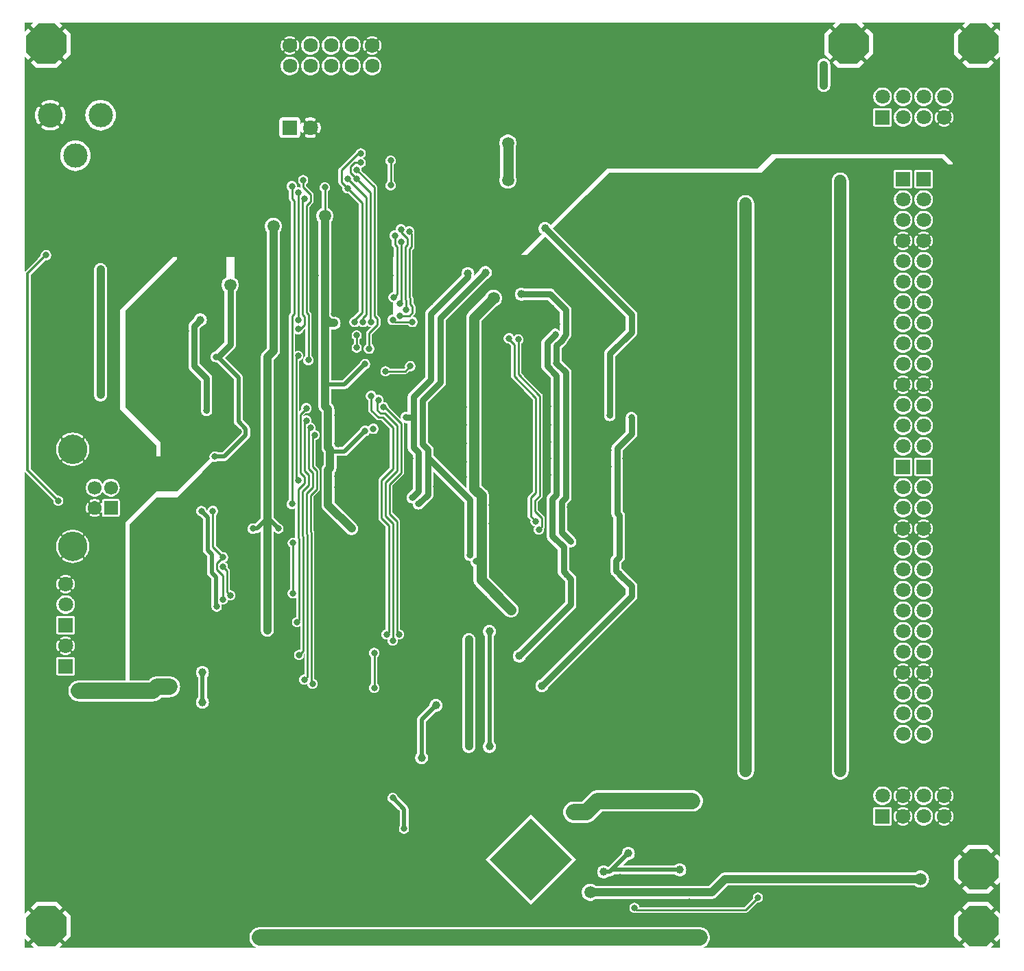
<source format=gbr>
G04 start of page 3 for group 1 idx 1 *
G04 Title: NVMemProg_Main, bottom *
G04 Creator: pcb v4.0.0-ga246c150 *
G04 CreationDate: Sat Sep 30 23:46:22 2017 UTC *
G04 For: wojtek *
G04 Format: Gerber/RS-274X *
G04 PCB-Dimensions (mil): 4980.31 4606.30 *
G04 PCB-Coordinate-Origin: lower left *
%MOIN*%
%FSLAX25Y25*%
%LNBOTTOM*%
%ADD52C,0.0906*%
%ADD51C,0.0354*%
%ADD50C,0.0315*%
%ADD49C,0.0705*%
%ADD48C,0.1181*%
%ADD47C,0.0709*%
%ADD46C,0.1417*%
%ADD45C,0.0669*%
%ADD44C,0.0118*%
%ADD43C,0.0800*%
%ADD42C,0.0787*%
%ADD41C,0.0197*%
%ADD40C,0.0512*%
%ADD39C,0.0315*%
%ADD38C,0.0098*%
%ADD37C,0.0394*%
%ADD36C,0.0591*%
%ADD35C,0.0001*%
G54D35*G36*
X196043Y351063D02*X196232Y350842D01*
X196538Y350581D01*
X196571Y350561D01*
Y348215D01*
X196567Y348157D01*
X196585Y347926D01*
Y347926D01*
X196639Y347700D01*
X196728Y347485D01*
X196849Y347287D01*
X197000Y347110D01*
X197044Y347073D01*
X197571Y346546D01*
Y342157D01*
X196043D01*
Y351063D01*
G37*
G36*
X428394Y441868D02*X428285Y441759D01*
Y450131D01*
X428394Y450022D01*
Y441868D01*
G37*
G36*
X481543Y455787D02*X485620D01*
X487807Y453601D01*
X489199Y454993D01*
X488034Y456157D01*
X492047D01*
Y452144D01*
X490591Y453601D01*
X489199Y452209D01*
X491386Y450022D01*
Y441868D01*
X489199Y439681D01*
X490591Y438289D01*
X492047Y439746D01*
Y383157D01*
X481543D01*
Y434134D01*
X486436D01*
X489199Y436897D01*
X487807Y438289D01*
X485620Y436102D01*
X481543D01*
Y455787D01*
G37*
G36*
X471810Y456157D02*X475053D01*
X473888Y454993D01*
X475280Y453601D01*
X477466Y455787D01*
X481543D01*
Y436102D01*
X477466D01*
X475280Y438289D01*
X473888Y436897D01*
X476651Y434134D01*
X481543D01*
Y383157D01*
X471810D01*
Y438975D01*
X472496Y438289D01*
X473888Y439681D01*
X471810Y441759D01*
Y450131D01*
X473888Y452209D01*
X472496Y453601D01*
X471810Y452915D01*
Y456157D01*
G37*
G36*
Y441759D02*X471701Y441868D01*
Y450022D01*
X471810Y450131D01*
Y441759D01*
G37*
G36*
X468794Y456157D02*X471810D01*
Y452915D01*
X469732Y450837D01*
Y441053D01*
X471810Y438975D01*
Y383157D01*
X469047D01*
Y388157D01*
X468794Y388410D01*
Y407679D01*
X468829Y407705D01*
X468883Y407760D01*
X468927Y407824D01*
X469126Y408181D01*
X469287Y408557D01*
X469414Y408945D01*
X469506Y409344D01*
X469561Y409749D01*
X469579Y410157D01*
X469561Y410566D01*
X469506Y410971D01*
X469414Y411370D01*
X469287Y411758D01*
X469126Y412134D01*
X468931Y412493D01*
X468886Y412557D01*
X468831Y412613D01*
X468794Y412640D01*
Y417607D01*
X469094Y418096D01*
X469366Y418754D01*
X469533Y419447D01*
X469575Y420157D01*
X469533Y420868D01*
X469366Y421561D01*
X469094Y422219D01*
X468794Y422708D01*
Y456157D01*
G37*
G36*
Y388410D02*X465049Y392156D01*
Y405625D01*
X465456Y405644D01*
X465861Y405699D01*
X466259Y405790D01*
X466648Y405917D01*
X467024Y406079D01*
X467383Y406274D01*
X467447Y406319D01*
X467503Y406373D01*
X467549Y406436D01*
X467585Y406505D01*
X467610Y406579D01*
X467623Y406656D01*
X467623Y406734D01*
X467612Y406811D01*
X467588Y406886D01*
X467553Y406956D01*
X467508Y407019D01*
X467453Y407075D01*
X467390Y407121D01*
X467321Y407157D01*
X467247Y407182D01*
X467170Y407195D01*
X467092Y407195D01*
X467015Y407184D01*
X466941Y407160D01*
X466872Y407124D01*
X466592Y406969D01*
X466299Y406843D01*
X465995Y406743D01*
X465683Y406672D01*
X465367Y406629D01*
X465049Y406614D01*
Y413701D01*
X465367Y413686D01*
X465683Y413643D01*
X465995Y413572D01*
X466299Y413472D01*
X466592Y413346D01*
X466874Y413194D01*
X466942Y413158D01*
X467016Y413135D01*
X467093Y413123D01*
X467170Y413124D01*
X467246Y413137D01*
X467320Y413161D01*
X467389Y413197D01*
X467451Y413243D01*
X467505Y413298D01*
X467550Y413361D01*
X467585Y413430D01*
X467608Y413504D01*
X467620Y413581D01*
X467619Y413658D01*
X467606Y413735D01*
X467582Y413808D01*
X467546Y413877D01*
X467500Y413939D01*
X467445Y413994D01*
X467381Y414037D01*
X467024Y414236D01*
X466648Y414398D01*
X466259Y414525D01*
X465861Y414616D01*
X465456Y414671D01*
X465049Y414690D01*
Y415616D01*
X465758Y415672D01*
X466451Y415838D01*
X467109Y416111D01*
X467717Y416483D01*
X468259Y416946D01*
X468721Y417488D01*
X468794Y417607D01*
Y412640D01*
X468769Y412659D01*
X468699Y412695D01*
X468625Y412720D01*
X468548Y412733D01*
X468470Y412733D01*
X468393Y412722D01*
X468319Y412698D01*
X468249Y412664D01*
X468186Y412618D01*
X468130Y412563D01*
X468084Y412501D01*
X468048Y412432D01*
X468023Y412358D01*
X468010Y412281D01*
X468009Y412203D01*
X468021Y412125D01*
X468044Y412051D01*
X468081Y411982D01*
X468236Y411703D01*
X468362Y411409D01*
X468461Y411105D01*
X468533Y410794D01*
X468576Y410477D01*
X468591Y410157D01*
X468576Y409838D01*
X468533Y409521D01*
X468461Y409210D01*
X468362Y408906D01*
X468236Y408612D01*
X468084Y408331D01*
X468048Y408263D01*
X468024Y408189D01*
X468013Y408112D01*
X468014Y408035D01*
X468026Y407958D01*
X468051Y407885D01*
X468087Y407816D01*
X468133Y407754D01*
X468188Y407700D01*
X468251Y407655D01*
X468320Y407620D01*
X468394Y407597D01*
X468471Y407585D01*
X468548Y407586D01*
X468625Y407599D01*
X468698Y407623D01*
X468767Y407659D01*
X468794Y407679D01*
Y388410D01*
G37*
G36*
X465049Y456157D02*X468794D01*
Y422708D01*
X468721Y422827D01*
X468259Y423369D01*
X467717Y423832D01*
X467109Y424204D01*
X466451Y424477D01*
X465758Y424643D01*
X465049Y424699D01*
Y456157D01*
G37*
G36*
X461300Y417607D02*X461373Y417488D01*
X461836Y416946D01*
X462378Y416483D01*
X462985Y416111D01*
X463644Y415838D01*
X464337Y415672D01*
X465047Y415616D01*
X465049Y415616D01*
Y414690D01*
X465047Y414690D01*
X464639Y414671D01*
X464234Y414616D01*
X463835Y414525D01*
X463446Y414398D01*
X463071Y414236D01*
X462711Y414041D01*
X462648Y413996D01*
X462592Y413942D01*
X462545Y413879D01*
X462509Y413810D01*
X462485Y413736D01*
X462472Y413659D01*
X462471Y413581D01*
X462483Y413504D01*
X462506Y413429D01*
X462541Y413359D01*
X462587Y413296D01*
X462641Y413240D01*
X462704Y413194D01*
X462773Y413158D01*
X462847Y413133D01*
X462924Y413120D01*
X463002Y413120D01*
X463079Y413131D01*
X463154Y413155D01*
X463223Y413191D01*
X463502Y413346D01*
X463796Y413472D01*
X464100Y413572D01*
X464411Y413643D01*
X464728Y413686D01*
X465047Y413701D01*
X465049Y413701D01*
Y406614D01*
X465047Y406614D01*
X464728Y406629D01*
X464411Y406672D01*
X464100Y406743D01*
X463796Y406843D01*
X463502Y406969D01*
X463221Y407121D01*
X463152Y407157D01*
X463079Y407180D01*
X463002Y407192D01*
X462925Y407191D01*
X462848Y407178D01*
X462775Y407154D01*
X462706Y407118D01*
X462644Y407072D01*
X462589Y407017D01*
X462544Y406954D01*
X462510Y406884D01*
X462486Y406811D01*
X462475Y406734D01*
X462476Y406657D01*
X462488Y406580D01*
X462513Y406507D01*
X462549Y406438D01*
X462595Y406376D01*
X462650Y406321D01*
X462714Y406278D01*
X463071Y406079D01*
X463446Y405917D01*
X463835Y405790D01*
X464234Y405699D01*
X464639Y405644D01*
X465047Y405625D01*
X465049Y405625D01*
Y392156D01*
X465047Y392157D01*
X461300D01*
Y407675D01*
X461326Y407656D01*
X461395Y407620D01*
X461469Y407595D01*
X461546Y407582D01*
X461624Y407582D01*
X461701Y407593D01*
X461776Y407617D01*
X461845Y407651D01*
X461909Y407697D01*
X461965Y407751D01*
X462011Y407814D01*
X462047Y407883D01*
X462072Y407957D01*
X462085Y408034D01*
X462085Y408112D01*
X462074Y408190D01*
X462050Y408264D01*
X462014Y408333D01*
X461859Y408612D01*
X461732Y408906D01*
X461633Y409210D01*
X461562Y409521D01*
X461518Y409838D01*
X461504Y410157D01*
X461518Y410477D01*
X461562Y410794D01*
X461633Y411105D01*
X461732Y411409D01*
X461859Y411703D01*
X462011Y411984D01*
X462047Y412052D01*
X462070Y412126D01*
X462082Y412203D01*
X462081Y412280D01*
X462068Y412357D01*
X462044Y412430D01*
X462008Y412499D01*
X461962Y412561D01*
X461907Y412615D01*
X461844Y412660D01*
X461774Y412695D01*
X461700Y412718D01*
X461624Y412730D01*
X461546Y412729D01*
X461470Y412716D01*
X461396Y412692D01*
X461328Y412656D01*
X461300Y412636D01*
Y417607D01*
G37*
G36*
Y456157D02*X465049D01*
Y424699D01*
X465047Y424699D01*
X464337Y424643D01*
X463644Y424477D01*
X462985Y424204D01*
X462378Y423832D01*
X461836Y423369D01*
X461373Y422827D01*
X461300Y422708D01*
Y456157D01*
G37*
G36*
X455040D02*X461300D01*
Y422708D01*
X461001Y422219D01*
X460728Y421561D01*
X460562Y420868D01*
X460506Y420157D01*
X460562Y419447D01*
X460728Y418754D01*
X461001Y418096D01*
X461300Y417607D01*
Y412636D01*
X461265Y412610D01*
X461211Y412555D01*
X461167Y412491D01*
X460969Y412134D01*
X460807Y411758D01*
X460680Y411370D01*
X460589Y410971D01*
X460534Y410566D01*
X460515Y410157D01*
X460534Y409749D01*
X460589Y409344D01*
X460680Y408945D01*
X460807Y408557D01*
X460969Y408181D01*
X461163Y407822D01*
X461208Y407758D01*
X461263Y407702D01*
X461300Y407675D01*
Y392157D01*
X455040D01*
Y405617D01*
X455047Y405616D01*
X455758Y405672D01*
X456451Y405838D01*
X457109Y406111D01*
X457717Y406483D01*
X458259Y406946D01*
X458721Y407488D01*
X459094Y408096D01*
X459366Y408754D01*
X459533Y409447D01*
X459575Y410157D01*
X459533Y410868D01*
X459366Y411561D01*
X459094Y412219D01*
X458721Y412827D01*
X458259Y413369D01*
X457717Y413832D01*
X457109Y414204D01*
X456451Y414477D01*
X455758Y414643D01*
X455047Y414699D01*
X455040Y414698D01*
Y415617D01*
X455047Y415616D01*
X455758Y415672D01*
X456451Y415838D01*
X457109Y416111D01*
X457717Y416483D01*
X458259Y416946D01*
X458721Y417488D01*
X459094Y418096D01*
X459366Y418754D01*
X459533Y419447D01*
X459575Y420157D01*
X459533Y420868D01*
X459366Y421561D01*
X459094Y422219D01*
X458721Y422827D01*
X458259Y423369D01*
X457717Y423832D01*
X457109Y424204D01*
X456451Y424477D01*
X455758Y424643D01*
X455047Y424699D01*
X455040Y424698D01*
Y456157D01*
G37*
G36*
X445040D02*X455040D01*
Y424698D01*
X454337Y424643D01*
X453644Y424477D01*
X452985Y424204D01*
X452378Y423832D01*
X451836Y423369D01*
X451373Y422827D01*
X451001Y422219D01*
X450728Y421561D01*
X450562Y420868D01*
X450506Y420157D01*
X450562Y419447D01*
X450728Y418754D01*
X451001Y418096D01*
X451373Y417488D01*
X451836Y416946D01*
X452378Y416483D01*
X452985Y416111D01*
X453644Y415838D01*
X454337Y415672D01*
X455040Y415617D01*
Y414698D01*
X454337Y414643D01*
X453644Y414477D01*
X452985Y414204D01*
X452378Y413832D01*
X451836Y413369D01*
X451373Y412827D01*
X451001Y412219D01*
X450728Y411561D01*
X450562Y410868D01*
X450506Y410157D01*
X450562Y409447D01*
X450728Y408754D01*
X451001Y408096D01*
X451373Y407488D01*
X451836Y406946D01*
X452378Y406483D01*
X452985Y406111D01*
X453644Y405838D01*
X454337Y405672D01*
X455040Y405617D01*
Y392157D01*
X445040D01*
Y405617D01*
X445047Y405616D01*
X445758Y405672D01*
X446451Y405838D01*
X447109Y406111D01*
X447717Y406483D01*
X448259Y406946D01*
X448721Y407488D01*
X449094Y408096D01*
X449366Y408754D01*
X449533Y409447D01*
X449575Y410157D01*
X449533Y410868D01*
X449366Y411561D01*
X449094Y412219D01*
X448721Y412827D01*
X448259Y413369D01*
X447717Y413832D01*
X447109Y414204D01*
X446451Y414477D01*
X445758Y414643D01*
X445047Y414699D01*
X445040Y414698D01*
Y415617D01*
X445047Y415616D01*
X445758Y415672D01*
X446451Y415838D01*
X447109Y416111D01*
X447717Y416483D01*
X448259Y416946D01*
X448721Y417488D01*
X449094Y418096D01*
X449366Y418754D01*
X449533Y419447D01*
X449575Y420157D01*
X449533Y420868D01*
X449366Y421561D01*
X449094Y422219D01*
X448721Y422827D01*
X448259Y423369D01*
X447717Y423832D01*
X447109Y424204D01*
X446451Y424477D01*
X445758Y424643D01*
X445047Y424699D01*
X445040Y424698D01*
Y456157D01*
G37*
G36*
X435047D02*X445040D01*
Y424698D01*
X444337Y424643D01*
X443644Y424477D01*
X442985Y424204D01*
X442378Y423832D01*
X441836Y423369D01*
X441373Y422827D01*
X441001Y422219D01*
X440728Y421561D01*
X440562Y420868D01*
X440506Y420157D01*
X440562Y419447D01*
X440728Y418754D01*
X441001Y418096D01*
X441373Y417488D01*
X441836Y416946D01*
X442378Y416483D01*
X442985Y416111D01*
X443644Y415838D01*
X444337Y415672D01*
X445040Y415617D01*
Y414698D01*
X444337Y414643D01*
X443644Y414477D01*
X442985Y414204D01*
X442378Y413832D01*
X441836Y413369D01*
X441373Y412827D01*
X441001Y412219D01*
X440728Y411561D01*
X440562Y410868D01*
X440506Y410157D01*
X440562Y409447D01*
X440728Y408754D01*
X441001Y408096D01*
X441373Y407488D01*
X441836Y406946D01*
X442378Y406483D01*
X442985Y406111D01*
X443644Y405838D01*
X444337Y405672D01*
X445040Y405617D01*
Y392157D01*
X435047D01*
Y405634D01*
X438745Y405639D01*
X438896Y405675D01*
X439039Y405734D01*
X439171Y405815D01*
X439289Y405916D01*
X439389Y406034D01*
X439470Y406166D01*
X439530Y406309D01*
X439566Y406460D01*
X439575Y406614D01*
X439566Y413855D01*
X439530Y414006D01*
X439470Y414149D01*
X439389Y414281D01*
X439289Y414399D01*
X439171Y414500D01*
X439039Y414580D01*
X438896Y414640D01*
X438745Y414676D01*
X438591Y414685D01*
X435047Y414681D01*
Y415616D01*
X435758Y415672D01*
X436451Y415838D01*
X437109Y416111D01*
X437717Y416483D01*
X438259Y416946D01*
X438721Y417488D01*
X439094Y418096D01*
X439366Y418754D01*
X439533Y419447D01*
X439575Y420157D01*
X439533Y420868D01*
X439366Y421561D01*
X439094Y422219D01*
X438721Y422827D01*
X438259Y423369D01*
X437717Y423832D01*
X437109Y424204D01*
X436451Y424477D01*
X435758Y424643D01*
X435047Y424699D01*
Y456157D01*
G37*
G36*
X428285D02*X435047D01*
Y424699D01*
X434337Y424643D01*
X433644Y424477D01*
X432985Y424204D01*
X432378Y423832D01*
X431836Y423369D01*
X431373Y422827D01*
X431001Y422219D01*
X430728Y421561D01*
X430562Y420868D01*
X430506Y420157D01*
X430562Y419447D01*
X430728Y418754D01*
X431001Y418096D01*
X431373Y417488D01*
X431836Y416946D01*
X432378Y416483D01*
X432985Y416111D01*
X433644Y415838D01*
X434337Y415672D01*
X435047Y415616D01*
Y414681D01*
X431349Y414676D01*
X431199Y414640D01*
X431056Y414580D01*
X430924Y414500D01*
X430806Y414399D01*
X430705Y414281D01*
X430624Y414149D01*
X430565Y414006D01*
X430529Y413855D01*
X430520Y413701D01*
X430529Y406460D01*
X430565Y406309D01*
X430624Y406166D01*
X430705Y406034D01*
X430806Y405916D01*
X430924Y405815D01*
X431056Y405734D01*
X431199Y405675D01*
X431349Y405639D01*
X431504Y405630D01*
X435047Y405634D01*
Y392157D01*
X428285D01*
Y438975D01*
X430362Y441053D01*
Y450837D01*
X428285Y452915D01*
Y456157D01*
G37*
G36*
X418551Y455787D02*X422628D01*
X424815Y453601D01*
X426207Y454993D01*
X425042Y456157D01*
X428285D01*
Y452915D01*
X427599Y453601D01*
X426207Y452209D01*
X428285Y450131D01*
Y441759D01*
X426207Y439681D01*
X427599Y438289D01*
X428285Y438975D01*
Y392157D01*
X418551D01*
Y434134D01*
X423443D01*
X426207Y436897D01*
X424815Y438289D01*
X422628Y436102D01*
X418551D01*
Y455787D01*
G37*
G36*
X408818Y456157D02*X412060D01*
X410895Y454993D01*
X412287Y453601D01*
X414474Y455787D01*
X418551D01*
Y436102D01*
X414474D01*
X412287Y438289D01*
X410895Y436897D01*
X413659Y434134D01*
X418551D01*
Y392157D01*
X408818D01*
Y423437D01*
X409119Y423789D01*
X409379Y424215D01*
X409570Y424675D01*
X409686Y425160D01*
X409716Y425657D01*
Y435657D01*
X409686Y436155D01*
X409570Y436640D01*
X409379Y437100D01*
X409119Y437526D01*
X408818Y437878D01*
Y438975D01*
X409504Y438289D01*
X410895Y439681D01*
X408818Y441759D01*
Y450131D01*
X410895Y452209D01*
X409504Y453601D01*
X408818Y452915D01*
Y456157D01*
G37*
G36*
Y441759D02*X408709Y441868D01*
Y450022D01*
X408818Y450131D01*
Y441759D01*
G37*
G36*
Y392157D02*X406542D01*
Y422480D01*
X406547Y422479D01*
X407044Y422518D01*
X407529Y422635D01*
X407990Y422826D01*
X408415Y423086D01*
X408795Y423410D01*
X408818Y423437D01*
Y392157D01*
G37*
G36*
X406542Y456157D02*X408818D01*
Y452915D01*
X406740Y450837D01*
Y441053D01*
X408818Y438975D01*
Y437878D01*
X408795Y437905D01*
X408415Y438229D01*
X407990Y438489D01*
X407529Y438680D01*
X407044Y438797D01*
X406547Y438836D01*
X406542Y438835D01*
Y456157D01*
G37*
G36*
X253041D02*X406542D01*
Y438835D01*
X406050Y438797D01*
X405565Y438680D01*
X405104Y438489D01*
X404679Y438229D01*
X404300Y437905D01*
X403976Y437526D01*
X403715Y437100D01*
X403525Y436640D01*
X403408Y436155D01*
X403369Y435657D01*
X403379Y435533D01*
Y425782D01*
X403369Y425657D01*
X403408Y425160D01*
X403525Y424675D01*
X403715Y424215D01*
X403976Y423789D01*
X404300Y423410D01*
X404679Y423086D01*
X405104Y422826D01*
X405565Y422635D01*
X406050Y422518D01*
X406542Y422480D01*
Y392157D01*
X381047D01*
X374047Y385157D01*
X301047D01*
X273731Y357842D01*
X273619Y358026D01*
X273295Y358405D01*
X272915Y358729D01*
X272490Y358989D01*
X272029Y359180D01*
X271544Y359297D01*
X271047Y359336D01*
X270550Y359297D01*
X270065Y359180D01*
X269604Y358989D01*
X269179Y358729D01*
X268800Y358405D01*
X268476Y358026D01*
X268215Y357600D01*
X268025Y357140D01*
X267908Y356655D01*
X267869Y356157D01*
X267908Y355660D01*
X268025Y355175D01*
X268215Y354715D01*
X268476Y354289D01*
X268800Y353910D01*
X269179Y353586D01*
X269363Y353473D01*
X258047Y342157D01*
X253041D01*
Y375492D01*
X253047Y375492D01*
X253699Y375543D01*
X254334Y375696D01*
X254938Y375946D01*
X255496Y376287D01*
X255993Y376712D01*
X256417Y377209D01*
X256759Y377766D01*
X257009Y378370D01*
X257162Y379006D01*
X257200Y379657D01*
X257162Y380309D01*
X257009Y380945D01*
X256806Y381434D01*
Y395881D01*
X257009Y396370D01*
X257162Y397006D01*
X257200Y397657D01*
X257162Y398309D01*
X257009Y398945D01*
X256759Y399549D01*
X256417Y400106D01*
X255993Y400603D01*
X255496Y401027D01*
X254938Y401369D01*
X254334Y401619D01*
X253699Y401772D01*
X253047Y401823D01*
X253041Y401823D01*
Y456157D01*
G37*
G36*
X196043D02*X253041D01*
Y401823D01*
X252396Y401772D01*
X251760Y401619D01*
X251156Y401369D01*
X250599Y401027D01*
X250102Y400603D01*
X249677Y400106D01*
X249336Y399549D01*
X249086Y398945D01*
X248933Y398309D01*
X248882Y397657D01*
X248933Y397006D01*
X249086Y396370D01*
X249288Y395881D01*
Y381434D01*
X249086Y380945D01*
X248933Y380309D01*
X248882Y379657D01*
X248933Y379006D01*
X249086Y378370D01*
X249336Y377766D01*
X249677Y377209D01*
X250102Y376712D01*
X250599Y376287D01*
X251156Y375946D01*
X251760Y375696D01*
X252396Y375543D01*
X253041Y375492D01*
Y342157D01*
X206523D01*
Y345546D01*
X207050Y346073D01*
X207094Y346110D01*
X207245Y346287D01*
X207367Y346485D01*
X207455Y346700D01*
X207510Y346926D01*
X207528Y347157D01*
X207523Y347215D01*
Y353600D01*
X207528Y353657D01*
X207510Y353889D01*
X207502Y353921D01*
X207583Y354256D01*
X207606Y354657D01*
X207583Y355059D01*
X207489Y355451D01*
X207334Y355823D01*
X207124Y356166D01*
X206862Y356473D01*
X206556Y356734D01*
X206213Y356945D01*
X205840Y357099D01*
X205449Y357193D01*
X205047Y357224D01*
X204646Y357193D01*
X204254Y357099D01*
X203882Y356945D01*
X203538Y356734D01*
X203415Y356629D01*
X203334Y356823D01*
X203124Y357166D01*
X202862Y357473D01*
X202556Y357734D01*
X202213Y357945D01*
X201840Y358099D01*
X201449Y358193D01*
X201047Y358224D01*
X200646Y358193D01*
X200254Y358099D01*
X199882Y357945D01*
X199538Y357734D01*
X199232Y357473D01*
X198971Y357166D01*
X198760Y356823D01*
X198606Y356451D01*
X198512Y356059D01*
X198480Y355657D01*
X198512Y355256D01*
X198532Y355173D01*
X198449Y355193D01*
X198047Y355224D01*
X197646Y355193D01*
X197254Y355099D01*
X196882Y354945D01*
X196538Y354734D01*
X196232Y354473D01*
X196043Y354252D01*
Y374675D01*
X196047Y374675D01*
X196436Y374705D01*
X196814Y374796D01*
X197174Y374945D01*
X197506Y375149D01*
X197803Y375402D01*
X198056Y375698D01*
X198259Y376030D01*
X198408Y376390D01*
X198499Y376769D01*
X198522Y377157D01*
X198499Y377546D01*
X198408Y377925D01*
X198259Y378285D01*
X198056Y378617D01*
X197803Y378913D01*
X197506Y379166D01*
X197439Y379207D01*
Y387108D01*
X197506Y387149D01*
X197803Y387402D01*
X198056Y387698D01*
X198259Y388030D01*
X198408Y388390D01*
X198499Y388769D01*
X198522Y389157D01*
X198499Y389546D01*
X198408Y389925D01*
X198259Y390285D01*
X198056Y390617D01*
X197803Y390913D01*
X197506Y391166D01*
X197174Y391370D01*
X196814Y391519D01*
X196436Y391610D01*
X196047Y391640D01*
X196043Y391640D01*
Y456157D01*
G37*
G36*
X177040Y371696D02*X180655Y368081D01*
Y367654D01*
X180639Y367615D01*
X180585Y367389D01*
X180571Y367157D01*
Y342157D01*
X177040D01*
Y371696D01*
G37*
G36*
X190777Y456157D02*X196043D01*
Y391640D01*
X195659Y391610D01*
X195280Y391519D01*
X194920Y391370D01*
X194588Y391166D01*
X194292Y390913D01*
X194039Y390617D01*
X193835Y390285D01*
X193686Y389925D01*
X193595Y389546D01*
X193565Y389157D01*
X193595Y388769D01*
X193686Y388390D01*
X193835Y388030D01*
X194039Y387698D01*
X194292Y387402D01*
X194588Y387149D01*
X194655Y387108D01*
Y379207D01*
X194588Y379166D01*
X194292Y378913D01*
X194039Y378617D01*
X193835Y378285D01*
X193686Y377925D01*
X193595Y377546D01*
X193565Y377157D01*
X193595Y376769D01*
X193686Y376390D01*
X193835Y376030D01*
X194039Y375698D01*
X194292Y375402D01*
X194588Y375149D01*
X194920Y374945D01*
X195280Y374796D01*
X195659Y374705D01*
X196043Y374675D01*
Y354252D01*
X195971Y354166D01*
X195760Y353823D01*
X195606Y353451D01*
X195512Y353059D01*
X195480Y352657D01*
X195512Y352256D01*
X195606Y351864D01*
X195760Y351492D01*
X195971Y351149D01*
X196043Y351063D01*
Y342157D01*
X190777D01*
Y432617D01*
X191076Y433105D01*
X191348Y433760D01*
X191513Y434450D01*
X191555Y435157D01*
X191513Y435865D01*
X191348Y436555D01*
X191076Y437210D01*
X190777Y437698D01*
Y442691D01*
X190815Y442720D01*
X190869Y442775D01*
X190913Y442839D01*
X191110Y443194D01*
X191270Y443567D01*
X191396Y443953D01*
X191487Y444349D01*
X191541Y444752D01*
X191560Y445157D01*
X191541Y445563D01*
X191487Y445966D01*
X191396Y446362D01*
X191270Y446748D01*
X191110Y447121D01*
X190917Y447479D01*
X190872Y447542D01*
X190817Y447598D01*
X190777Y447628D01*
Y456157D01*
G37*
G36*
Y342157D02*X189523D01*
Y370657D01*
X189510Y370889D01*
X189455Y371115D01*
X189439Y371154D01*
Y376103D01*
X189444Y376157D01*
X189426Y376376D01*
X189426Y376376D01*
X189375Y376589D01*
X189291Y376791D01*
X189177Y376978D01*
X189035Y377145D01*
X188993Y377180D01*
X187040Y379133D01*
Y430636D01*
X187047Y430636D01*
X187755Y430691D01*
X188445Y430857D01*
X189100Y431129D01*
X189705Y431499D01*
X190245Y431960D01*
X190705Y432500D01*
X190777Y432617D01*
Y342157D01*
G37*
G36*
X187040Y456157D02*X190777D01*
Y447628D01*
X190755Y447645D01*
X190686Y447681D01*
X190612Y447706D01*
X190535Y447718D01*
X190457Y447719D01*
X190379Y447708D01*
X190305Y447684D01*
X190235Y447650D01*
X190172Y447604D01*
X190116Y447550D01*
X190069Y447487D01*
X190033Y447418D01*
X190009Y447344D01*
X189996Y447267D01*
X189995Y447189D01*
X190006Y447112D01*
X190030Y447037D01*
X190066Y446968D01*
X190220Y446691D01*
X190345Y446399D01*
X190443Y446098D01*
X190514Y445789D01*
X190557Y445474D01*
X190571Y445157D01*
X190557Y444841D01*
X190514Y444526D01*
X190443Y444217D01*
X190345Y443916D01*
X190220Y443624D01*
X190069Y443345D01*
X190033Y443276D01*
X190010Y443202D01*
X189999Y443126D01*
X189999Y443048D01*
X190012Y442972D01*
X190037Y442899D01*
X190073Y442830D01*
X190119Y442768D01*
X190174Y442713D01*
X190237Y442668D01*
X190306Y442634D01*
X190380Y442611D01*
X190457Y442599D01*
X190534Y442600D01*
X190611Y442613D01*
X190684Y442638D01*
X190753Y442673D01*
X190777Y442691D01*
Y437698D01*
X190705Y437815D01*
X190245Y438355D01*
X189705Y438816D01*
X189100Y439186D01*
X188445Y439458D01*
X187755Y439624D01*
X187047Y439679D01*
X187040Y439679D01*
Y440645D01*
X187047Y440645D01*
X187453Y440663D01*
X187856Y440718D01*
X188252Y440809D01*
X188638Y440935D01*
X189011Y441095D01*
X189368Y441288D01*
X189432Y441333D01*
X189488Y441387D01*
X189534Y441450D01*
X189570Y441519D01*
X189595Y441593D01*
X189608Y441670D01*
X189609Y441748D01*
X189597Y441825D01*
X189574Y441900D01*
X189539Y441970D01*
X189494Y442033D01*
X189439Y442089D01*
X189377Y442135D01*
X189308Y442171D01*
X189234Y442196D01*
X189157Y442209D01*
X189079Y442210D01*
X189001Y442198D01*
X188927Y442175D01*
X188858Y442139D01*
X188581Y441985D01*
X188289Y441860D01*
X187988Y441762D01*
X187678Y441691D01*
X187364Y441648D01*
X187047Y441634D01*
X187040Y441634D01*
Y448681D01*
X187047Y448681D01*
X187364Y448667D01*
X187678Y448624D01*
X187988Y448553D01*
X188289Y448455D01*
X188581Y448330D01*
X188860Y448179D01*
X188928Y448143D01*
X189002Y448120D01*
X189079Y448109D01*
X189156Y448109D01*
X189233Y448122D01*
X189306Y448147D01*
X189375Y448183D01*
X189437Y448229D01*
X189491Y448284D01*
X189536Y448347D01*
X189571Y448417D01*
X189594Y448491D01*
X189605Y448567D01*
X189605Y448645D01*
X189592Y448721D01*
X189567Y448794D01*
X189531Y448863D01*
X189485Y448925D01*
X189430Y448980D01*
X189366Y449023D01*
X189011Y449220D01*
X188638Y449380D01*
X188252Y449506D01*
X187856Y449597D01*
X187453Y449652D01*
X187047Y449670D01*
X187040Y449670D01*
Y456157D01*
G37*
G36*
X183317Y432617D02*X183389Y432500D01*
X183850Y431960D01*
X184389Y431499D01*
X184994Y431129D01*
X185650Y430857D01*
X186340Y430691D01*
X187040Y430636D01*
Y379133D01*
X183317Y382856D01*
Y386419D01*
X183556Y386698D01*
X183759Y387030D01*
X183908Y387390D01*
X183999Y387769D01*
X184022Y388157D01*
X183999Y388546D01*
X183908Y388925D01*
X183759Y389285D01*
X183556Y389617D01*
X183317Y389896D01*
Y390919D01*
X183556Y391198D01*
X183759Y391530D01*
X183908Y391890D01*
X183999Y392269D01*
X184022Y392657D01*
X183999Y393046D01*
X183908Y393425D01*
X183759Y393785D01*
X183556Y394117D01*
X183317Y394396D01*
Y432617D01*
G37*
G36*
Y456157D02*X187040D01*
Y449670D01*
X186641Y449652D01*
X186239Y449597D01*
X185843Y449506D01*
X185457Y449380D01*
X185083Y449220D01*
X184726Y449027D01*
X184662Y448982D01*
X184607Y448928D01*
X184560Y448865D01*
X184524Y448796D01*
X184499Y448722D01*
X184486Y448645D01*
X184486Y448567D01*
X184497Y448490D01*
X184520Y448415D01*
X184555Y448345D01*
X184600Y448282D01*
X184655Y448226D01*
X184718Y448180D01*
X184787Y448144D01*
X184861Y448119D01*
X184938Y448106D01*
X185016Y448105D01*
X185093Y448117D01*
X185167Y448140D01*
X185237Y448176D01*
X185514Y448330D01*
X185805Y448455D01*
X186107Y448553D01*
X186416Y448624D01*
X186730Y448667D01*
X187040Y448681D01*
Y441634D01*
X186730Y441648D01*
X186416Y441691D01*
X186107Y441762D01*
X185805Y441860D01*
X185514Y441985D01*
X185235Y442136D01*
X185166Y442172D01*
X185092Y442195D01*
X185016Y442206D01*
X184938Y442205D01*
X184862Y442193D01*
X184788Y442168D01*
X184720Y442132D01*
X184657Y442086D01*
X184603Y442031D01*
X184558Y441968D01*
X184524Y441898D01*
X184500Y441824D01*
X184489Y441748D01*
X184490Y441670D01*
X184503Y441594D01*
X184527Y441521D01*
X184563Y441452D01*
X184609Y441390D01*
X184665Y441335D01*
X184728Y441292D01*
X185083Y441095D01*
X185457Y440935D01*
X185843Y440809D01*
X186239Y440718D01*
X186641Y440663D01*
X187040Y440645D01*
Y439679D01*
X186340Y439624D01*
X185650Y439458D01*
X184994Y439186D01*
X184389Y438816D01*
X183850Y438355D01*
X183389Y437815D01*
X183317Y437698D01*
Y442687D01*
X183340Y442670D01*
X183409Y442634D01*
X183483Y442609D01*
X183560Y442597D01*
X183638Y442596D01*
X183715Y442607D01*
X183789Y442631D01*
X183859Y442665D01*
X183923Y442711D01*
X183979Y442765D01*
X184025Y442828D01*
X184061Y442897D01*
X184086Y442971D01*
X184099Y443048D01*
X184100Y443126D01*
X184088Y443203D01*
X184065Y443278D01*
X184029Y443347D01*
X183875Y443624D01*
X183750Y443916D01*
X183651Y444217D01*
X183581Y444526D01*
X183538Y444841D01*
X183524Y445157D01*
X183538Y445474D01*
X183581Y445789D01*
X183651Y446098D01*
X183750Y446399D01*
X183875Y446691D01*
X184026Y446970D01*
X184061Y447039D01*
X184085Y447112D01*
X184096Y447189D01*
X184095Y447267D01*
X184082Y447343D01*
X184058Y447416D01*
X184022Y447485D01*
X183976Y447547D01*
X183921Y447602D01*
X183857Y447646D01*
X183788Y447681D01*
X183714Y447704D01*
X183638Y447716D01*
X183560Y447715D01*
X183484Y447702D01*
X183410Y447677D01*
X183342Y447642D01*
X183317Y447623D01*
Y456157D01*
G37*
G36*
Y389896D02*X183303Y389913D01*
X183006Y390166D01*
X182674Y390370D01*
X182583Y390407D01*
X182674Y390445D01*
X183006Y390649D01*
X183303Y390902D01*
X183317Y390919D01*
Y389896D01*
G37*
G36*
Y382856D02*X181981Y384193D01*
X181999Y384269D01*
X182022Y384657D01*
X181999Y385046D01*
X181908Y385425D01*
X181797Y385694D01*
X181936Y385705D01*
X182314Y385796D01*
X182674Y385945D01*
X183006Y386149D01*
X183303Y386402D01*
X183317Y386419D01*
Y382856D01*
G37*
G36*
X177040Y456157D02*X183317D01*
Y447623D01*
X183279Y447595D01*
X183225Y447540D01*
X183182Y447476D01*
X182985Y447121D01*
X182824Y446748D01*
X182698Y446362D01*
X182608Y445966D01*
X182553Y445563D01*
X182535Y445157D01*
X182553Y444752D01*
X182608Y444349D01*
X182698Y443953D01*
X182824Y443567D01*
X182985Y443194D01*
X183178Y442836D01*
X183222Y442772D01*
X183277Y442717D01*
X183317Y442687D01*
Y437698D01*
X183018Y437210D01*
X182747Y436555D01*
X182581Y435865D01*
X182525Y435157D01*
X182581Y434450D01*
X182747Y433760D01*
X183018Y433105D01*
X183317Y432617D01*
Y394396D01*
X183303Y394413D01*
X183006Y394666D01*
X182674Y394870D01*
X182314Y395019D01*
X181936Y395110D01*
X181547Y395140D01*
X181159Y395110D01*
X180780Y395019D01*
X180420Y394870D01*
X180088Y394666D01*
X179792Y394413D01*
X179539Y394117D01*
X179403Y393896D01*
X179226Y393787D01*
X179060Y393645D01*
X179024Y393603D01*
X177040Y391619D01*
Y430636D01*
X177047Y430636D01*
X177755Y430691D01*
X178445Y430857D01*
X179100Y431129D01*
X179705Y431499D01*
X180245Y431960D01*
X180705Y432500D01*
X181076Y433105D01*
X181348Y433760D01*
X181513Y434450D01*
X181555Y435157D01*
X181513Y435865D01*
X181348Y436555D01*
X181076Y437210D01*
X180705Y437815D01*
X180245Y438355D01*
X179705Y438816D01*
X179100Y439186D01*
X178445Y439458D01*
X177755Y439624D01*
X177047Y439679D01*
X177040Y439679D01*
Y440636D01*
X177047Y440636D01*
X177755Y440691D01*
X178445Y440857D01*
X179100Y441129D01*
X179705Y441499D01*
X180245Y441960D01*
X180705Y442500D01*
X181076Y443105D01*
X181348Y443760D01*
X181513Y444450D01*
X181555Y445157D01*
X181513Y445865D01*
X181348Y446555D01*
X181076Y447210D01*
X180705Y447815D01*
X180245Y448355D01*
X179705Y448816D01*
X179100Y449186D01*
X178445Y449458D01*
X177755Y449624D01*
X177047Y449679D01*
X177040Y449679D01*
Y456157D01*
G37*
G36*
X167040D02*X177040D01*
Y449679D01*
X176340Y449624D01*
X175650Y449458D01*
X174994Y449186D01*
X174389Y448816D01*
X173850Y448355D01*
X173389Y447815D01*
X173018Y447210D01*
X172747Y446555D01*
X172581Y445865D01*
X172525Y445157D01*
X172581Y444450D01*
X172747Y443760D01*
X173018Y443105D01*
X173389Y442500D01*
X173850Y441960D01*
X174389Y441499D01*
X174994Y441129D01*
X175650Y440857D01*
X176340Y440691D01*
X177040Y440636D01*
Y439679D01*
X176340Y439624D01*
X175650Y439458D01*
X174994Y439186D01*
X174389Y438816D01*
X173850Y438355D01*
X173389Y437815D01*
X173018Y437210D01*
X172747Y436555D01*
X172581Y435865D01*
X172525Y435157D01*
X172581Y434450D01*
X172747Y433760D01*
X173018Y433105D01*
X173389Y432500D01*
X173850Y431960D01*
X174389Y431499D01*
X174994Y431129D01*
X175650Y430857D01*
X176340Y430691D01*
X177040Y430636D01*
Y391619D01*
X171101Y385680D01*
X171060Y385645D01*
X170918Y385478D01*
X170803Y385291D01*
X170719Y385089D01*
X170668Y384876D01*
X170668Y384876D01*
X170651Y384657D01*
X170655Y384603D01*
Y378712D01*
X170651Y378657D01*
X170668Y378439D01*
X170668Y378439D01*
X170719Y378226D01*
X170803Y378024D01*
X170918Y377837D01*
X171060Y377670D01*
X171101Y377635D01*
X172614Y376122D01*
X172595Y376046D01*
X172565Y375657D01*
X172595Y375269D01*
X172686Y374890D01*
X172835Y374530D01*
X173039Y374198D01*
X173292Y373902D01*
X173588Y373649D01*
X173920Y373445D01*
X174280Y373296D01*
X174659Y373205D01*
X175047Y373175D01*
X175436Y373205D01*
X175512Y373224D01*
X177040Y371696D01*
Y342157D01*
X167216D01*
Y359473D01*
X167417Y359709D01*
X167759Y360266D01*
X168009Y360870D01*
X168162Y361506D01*
X168200Y362157D01*
X168162Y362809D01*
X168009Y363445D01*
X167759Y364049D01*
X167417Y364606D01*
X167040Y365047D01*
Y430636D01*
X167047Y430636D01*
X167755Y430691D01*
X168445Y430857D01*
X169100Y431129D01*
X169705Y431499D01*
X170245Y431960D01*
X170705Y432500D01*
X171076Y433105D01*
X171348Y433760D01*
X171513Y434450D01*
X171555Y435157D01*
X171513Y435865D01*
X171348Y436555D01*
X171076Y437210D01*
X170705Y437815D01*
X170245Y438355D01*
X169705Y438816D01*
X169100Y439186D01*
X168445Y439458D01*
X167755Y439624D01*
X167047Y439679D01*
X167040Y439679D01*
Y440636D01*
X167047Y440636D01*
X167755Y440691D01*
X168445Y440857D01*
X169100Y441129D01*
X169705Y441499D01*
X170245Y441960D01*
X170705Y442500D01*
X171076Y443105D01*
X171348Y443760D01*
X171513Y444450D01*
X171555Y445157D01*
X171513Y445865D01*
X171348Y446555D01*
X171076Y447210D01*
X170705Y447815D01*
X170245Y448355D01*
X169705Y448816D01*
X169100Y449186D01*
X168445Y449458D01*
X167755Y449624D01*
X167047Y449679D01*
X167040Y449679D01*
Y456157D01*
G37*
G36*
X161137D02*X167040D01*
Y449679D01*
X166340Y449624D01*
X165650Y449458D01*
X164994Y449186D01*
X164389Y448816D01*
X163850Y448355D01*
X163389Y447815D01*
X163018Y447210D01*
X162747Y446555D01*
X162581Y445865D01*
X162525Y445157D01*
X162581Y444450D01*
X162747Y443760D01*
X163018Y443105D01*
X163389Y442500D01*
X163850Y441960D01*
X164389Y441499D01*
X164994Y441129D01*
X165650Y440857D01*
X166340Y440691D01*
X167040Y440636D01*
Y439679D01*
X166340Y439624D01*
X165650Y439458D01*
X164994Y439186D01*
X164389Y438816D01*
X163850Y438355D01*
X163389Y437815D01*
X163018Y437210D01*
X162747Y436555D01*
X162581Y435865D01*
X162525Y435157D01*
X162581Y434450D01*
X162747Y433760D01*
X163018Y433105D01*
X163389Y432500D01*
X163850Y431960D01*
X164389Y431499D01*
X164994Y431129D01*
X165650Y430857D01*
X166340Y430691D01*
X167040Y430636D01*
Y365047D01*
X166993Y365103D01*
X166496Y365527D01*
X165938Y365869D01*
X165439Y366076D01*
Y374108D01*
X165506Y374149D01*
X165803Y374402D01*
X166056Y374698D01*
X166259Y375030D01*
X166408Y375390D01*
X166499Y375769D01*
X166522Y376157D01*
X166499Y376546D01*
X166408Y376925D01*
X166259Y377285D01*
X166056Y377617D01*
X165803Y377913D01*
X165506Y378166D01*
X165174Y378370D01*
X164814Y378519D01*
X164436Y378610D01*
X164047Y378640D01*
X163659Y378610D01*
X163280Y378519D01*
X162920Y378370D01*
X162588Y378166D01*
X162292Y377913D01*
X162039Y377617D01*
X161835Y377285D01*
X161686Y376925D01*
X161595Y376546D01*
X161565Y376157D01*
X161595Y375769D01*
X161686Y375390D01*
X161835Y375030D01*
X162039Y374698D01*
X162292Y374402D01*
X162588Y374149D01*
X162655Y374108D01*
Y366076D01*
X162156Y365869D01*
X161599Y365527D01*
X161137Y365133D01*
Y402621D01*
X161196Y402637D01*
X161304Y402686D01*
X161402Y402752D01*
X161489Y402831D01*
X161563Y402924D01*
X161619Y403028D01*
X161809Y403478D01*
X161949Y403946D01*
X162043Y404426D01*
X162091Y404913D01*
Y405402D01*
X162043Y405889D01*
X161949Y406369D01*
X161809Y406837D01*
X161624Y407290D01*
X161566Y407394D01*
X161492Y407486D01*
X161405Y407567D01*
X161306Y407632D01*
X161198Y407681D01*
X161137Y407698D01*
Y433251D01*
X161348Y433760D01*
X161513Y434450D01*
X161555Y435157D01*
X161513Y435865D01*
X161348Y436555D01*
X161137Y437064D01*
Y443251D01*
X161348Y443760D01*
X161513Y444450D01*
X161555Y445157D01*
X161513Y445865D01*
X161348Y446555D01*
X161137Y447064D01*
Y456157D01*
G37*
G36*
Y437064D02*X161076Y437210D01*
X160705Y437815D01*
X160245Y438355D01*
X159705Y438816D01*
X159100Y439186D01*
X158445Y439458D01*
X157755Y439624D01*
X157049Y439679D01*
Y440636D01*
X157755Y440691D01*
X158445Y440857D01*
X159100Y441129D01*
X159705Y441499D01*
X160245Y441960D01*
X160705Y442500D01*
X161076Y443105D01*
X161137Y443251D01*
Y437064D01*
G37*
G36*
Y365133D02*X161102Y365103D01*
X160677Y364606D01*
X160336Y364049D01*
X160086Y363445D01*
X159933Y362809D01*
X159882Y362157D01*
X159933Y361506D01*
X160086Y360870D01*
X160336Y360266D01*
X160677Y359709D01*
X160879Y359473D01*
Y342157D01*
X157049D01*
Y367191D01*
X157993Y368134D01*
X158035Y368170D01*
X158177Y368337D01*
X158291Y368524D01*
X158375Y368726D01*
X158426Y368939D01*
X158444Y369157D01*
X158439Y369212D01*
Y372603D01*
X158444Y372657D01*
X158426Y372876D01*
X158426Y372876D01*
X158375Y373089D01*
X158291Y373291D01*
X158177Y373478D01*
X158035Y373645D01*
X157993Y373680D01*
X157049Y374624D01*
Y400114D01*
X157292D01*
X157779Y400161D01*
X158258Y400256D01*
X158727Y400396D01*
X159180Y400581D01*
X159283Y400639D01*
X159376Y400712D01*
X159456Y400800D01*
X159522Y400899D01*
X159571Y401007D01*
X159603Y401121D01*
X159616Y401239D01*
X159611Y401358D01*
X159588Y401474D01*
X159546Y401585D01*
X159488Y401689D01*
X159414Y401782D01*
X159326Y401862D01*
X159227Y401927D01*
X159119Y401977D01*
X159005Y402008D01*
X158887Y402022D01*
X158768Y402017D01*
X158652Y401993D01*
X158542Y401949D01*
X158226Y401816D01*
X157897Y401718D01*
X157560Y401652D01*
X157219Y401618D01*
X157049D01*
Y408697D01*
X157219D01*
X157560Y408663D01*
X157897Y408597D01*
X158226Y408499D01*
X158544Y408369D01*
X158653Y408326D01*
X158769Y408302D01*
X158887Y408297D01*
X159004Y408311D01*
X159118Y408342D01*
X159225Y408391D01*
X159324Y408456D01*
X159411Y408536D01*
X159484Y408629D01*
X159542Y408731D01*
X159584Y408842D01*
X159607Y408958D01*
X159612Y409076D01*
X159599Y409193D01*
X159567Y409307D01*
X159518Y409414D01*
X159453Y409512D01*
X159373Y409599D01*
X159281Y409673D01*
X159177Y409729D01*
X158727Y409919D01*
X158258Y410059D01*
X157779Y410153D01*
X157292Y410201D01*
X157049D01*
Y430636D01*
X157755Y430691D01*
X158445Y430857D01*
X159100Y431129D01*
X159705Y431499D01*
X160245Y431960D01*
X160705Y432500D01*
X161076Y433105D01*
X161137Y433251D01*
Y407698D01*
X161083Y407713D01*
X160966Y407727D01*
X160847Y407722D01*
X160731Y407698D01*
X160619Y407656D01*
X160516Y407598D01*
X160423Y407524D01*
X160343Y407437D01*
X160277Y407338D01*
X160228Y407230D01*
X160196Y407115D01*
X160183Y406997D01*
X160188Y406879D01*
X160212Y406762D01*
X160255Y406652D01*
X160389Y406336D01*
X160487Y406007D01*
X160553Y405671D01*
X160586Y405329D01*
Y404986D01*
X160553Y404644D01*
X160487Y404308D01*
X160389Y403979D01*
X160259Y403661D01*
X160216Y403551D01*
X160192Y403436D01*
X160187Y403318D01*
X160200Y403200D01*
X160232Y403087D01*
X160281Y402979D01*
X160346Y402881D01*
X160426Y402794D01*
X160518Y402720D01*
X160621Y402662D01*
X160732Y402621D01*
X160847Y402598D01*
X160965Y402592D01*
X161083Y402606D01*
X161137Y402621D01*
Y365133D01*
G37*
G36*
X157049Y456157D02*X161137D01*
Y447064D01*
X161076Y447210D01*
X160705Y447815D01*
X160245Y448355D01*
X159705Y448816D01*
X159100Y449186D01*
X158445Y449458D01*
X157755Y449624D01*
X157049Y449679D01*
Y456157D01*
G37*
G36*
Y342157D02*X156523D01*
Y350157D01*
X156510Y350389D01*
X156455Y350615D01*
X156439Y350654D01*
Y366581D01*
X157049Y367191D01*
Y342157D01*
G37*
G36*
X150777Y456157D02*X157049D01*
Y449679D01*
X157047Y449679D01*
X156340Y449624D01*
X155650Y449458D01*
X154994Y449186D01*
X154389Y448816D01*
X153850Y448355D01*
X153389Y447815D01*
X153018Y447210D01*
X152747Y446555D01*
X152581Y445865D01*
X152525Y445157D01*
X152581Y444450D01*
X152747Y443760D01*
X153018Y443105D01*
X153389Y442500D01*
X153850Y441960D01*
X154389Y441499D01*
X154994Y441129D01*
X155650Y440857D01*
X156340Y440691D01*
X157047Y440636D01*
X157049Y440636D01*
Y439679D01*
X157047Y439679D01*
X156340Y439624D01*
X155650Y439458D01*
X154994Y439186D01*
X154389Y438816D01*
X153850Y438355D01*
X153389Y437815D01*
X153018Y437210D01*
X152747Y436555D01*
X152581Y435865D01*
X152525Y435157D01*
X152581Y434450D01*
X152747Y433760D01*
X153018Y433105D01*
X153389Y432500D01*
X153850Y431960D01*
X154389Y431499D01*
X154994Y431129D01*
X155650Y430857D01*
X156340Y430691D01*
X157047Y430636D01*
X157049Y430636D01*
Y410201D01*
X156803D01*
X156316Y410153D01*
X155836Y410059D01*
X155368Y409919D01*
X154915Y409734D01*
X154811Y409676D01*
X154718Y409603D01*
X154638Y409515D01*
X154573Y409416D01*
X154523Y409308D01*
X154492Y409194D01*
X154478Y409076D01*
X154483Y408957D01*
X154507Y408841D01*
X154548Y408730D01*
X154607Y408626D01*
X154681Y408533D01*
X154768Y408453D01*
X154867Y408388D01*
X154975Y408338D01*
X155089Y408307D01*
X155207Y408293D01*
X155326Y408298D01*
X155442Y408322D01*
X155553Y408366D01*
X155869Y408499D01*
X156197Y408597D01*
X156534Y408663D01*
X156876Y408697D01*
X157049D01*
Y401618D01*
X156876D01*
X156534Y401652D01*
X156197Y401718D01*
X155869Y401816D01*
X155551Y401946D01*
X155441Y401989D01*
X155325Y402013D01*
X155208Y402018D01*
X155090Y402004D01*
X154977Y401973D01*
X154869Y401924D01*
X154771Y401859D01*
X154684Y401779D01*
X154610Y401686D01*
X154552Y401584D01*
X154511Y401473D01*
X154487Y401357D01*
X154482Y401239D01*
X154496Y401122D01*
X154527Y401008D01*
X154576Y400901D01*
X154641Y400802D01*
X154721Y400715D01*
X154814Y400642D01*
X154917Y400586D01*
X155368Y400396D01*
X155836Y400256D01*
X156316Y400161D01*
X156803Y400114D01*
X157049D01*
Y374624D01*
X154939Y376734D01*
Y377608D01*
X155006Y377649D01*
X155303Y377902D01*
X155556Y378198D01*
X155759Y378530D01*
X155908Y378890D01*
X155999Y379269D01*
X156022Y379657D01*
X155999Y380046D01*
X155908Y380425D01*
X155759Y380785D01*
X155556Y381117D01*
X155303Y381413D01*
X155006Y381666D01*
X154674Y381870D01*
X154314Y382019D01*
X153936Y382110D01*
X153547Y382140D01*
X153159Y382110D01*
X152780Y382019D01*
X152420Y381870D01*
X152088Y381666D01*
X151792Y381413D01*
X151539Y381117D01*
X151335Y380785D01*
X151186Y380425D01*
X151095Y380046D01*
X151065Y379657D01*
X151095Y379269D01*
X151186Y378890D01*
X151335Y378530D01*
X151539Y378198D01*
X151792Y377902D01*
X152088Y377649D01*
X152155Y377608D01*
Y376212D01*
X152151Y376157D01*
X152166Y375964D01*
X151840Y376099D01*
X151449Y376193D01*
X151047Y376224D01*
X150777Y376203D01*
Y400128D01*
X150826Y400128D01*
X151056Y400183D01*
X151274Y400274D01*
X151475Y400397D01*
X151654Y400550D01*
X151808Y400730D01*
X151931Y400931D01*
X152022Y401149D01*
X152077Y401379D01*
X152091Y401614D01*
X152086Y404251D01*
X152145Y403946D01*
X152286Y403478D01*
X152470Y403025D01*
X152528Y402921D01*
X152602Y402829D01*
X152690Y402748D01*
X152789Y402683D01*
X152897Y402634D01*
X153011Y402602D01*
X153129Y402588D01*
X153248Y402593D01*
X153364Y402617D01*
X153475Y402659D01*
X153578Y402717D01*
X153671Y402791D01*
X153752Y402878D01*
X153817Y402977D01*
X153866Y403085D01*
X153898Y403200D01*
X153912Y403318D01*
X153906Y403436D01*
X153883Y403553D01*
X153839Y403663D01*
X153706Y403979D01*
X153607Y404308D01*
X153541Y404644D01*
X153508Y404986D01*
Y405329D01*
X153541Y405671D01*
X153607Y406007D01*
X153706Y406336D01*
X153835Y406654D01*
X153879Y406764D01*
X153902Y406879D01*
X153907Y406997D01*
X153894Y407114D01*
X153862Y407228D01*
X153813Y407336D01*
X153748Y407434D01*
X153669Y407521D01*
X153576Y407595D01*
X153473Y407653D01*
X153363Y407694D01*
X153247Y407717D01*
X153129Y407723D01*
X153012Y407709D01*
X152898Y407678D01*
X152791Y407629D01*
X152692Y407563D01*
X152605Y407484D01*
X152532Y407391D01*
X152476Y407287D01*
X152286Y406837D01*
X152145Y406369D01*
X152082Y406046D01*
X152077Y408936D01*
X152022Y409166D01*
X151931Y409384D01*
X151808Y409585D01*
X151654Y409765D01*
X151475Y409918D01*
X151274Y410041D01*
X151056Y410132D01*
X150826Y410187D01*
X150777Y410190D01*
Y432617D01*
X151076Y433105D01*
X151348Y433760D01*
X151513Y434450D01*
X151555Y435157D01*
X151513Y435865D01*
X151348Y436555D01*
X151076Y437210D01*
X150777Y437698D01*
Y442691D01*
X150815Y442720D01*
X150869Y442775D01*
X150913Y442839D01*
X151110Y443194D01*
X151270Y443567D01*
X151396Y443953D01*
X151487Y444349D01*
X151541Y444752D01*
X151560Y445157D01*
X151541Y445563D01*
X151487Y445966D01*
X151396Y446362D01*
X151270Y446748D01*
X151110Y447121D01*
X150917Y447479D01*
X150872Y447542D01*
X150817Y447598D01*
X150777Y447628D01*
Y456157D01*
G37*
G36*
Y410190D02*X150591Y410201D01*
X147958Y410196D01*
Y430740D01*
X148445Y430857D01*
X149100Y431129D01*
X149705Y431499D01*
X150245Y431960D01*
X150705Y432500D01*
X150777Y432617D01*
Y410190D01*
G37*
G36*
Y376203D02*X150646Y376193D01*
X150563Y376173D01*
X150583Y376256D01*
X150606Y376657D01*
X150583Y377059D01*
X150489Y377451D01*
X150334Y377823D01*
X150124Y378166D01*
X149862Y378473D01*
X149556Y378734D01*
X149213Y378945D01*
X148840Y379099D01*
X148449Y379193D01*
X148047Y379224D01*
X147958Y379217D01*
Y400123D01*
X150777Y400128D01*
Y376203D01*
G37*
G36*
X147958Y456157D02*X150777D01*
Y447628D01*
X150755Y447645D01*
X150686Y447681D01*
X150612Y447706D01*
X150535Y447718D01*
X150457Y447719D01*
X150379Y447708D01*
X150305Y447684D01*
X150235Y447650D01*
X150172Y447604D01*
X150116Y447550D01*
X150069Y447487D01*
X150033Y447418D01*
X150009Y447344D01*
X149996Y447267D01*
X149995Y447189D01*
X150006Y447112D01*
X150030Y447037D01*
X150066Y446968D01*
X150220Y446691D01*
X150345Y446399D01*
X150443Y446098D01*
X150514Y445789D01*
X150557Y445474D01*
X150571Y445157D01*
X150557Y444841D01*
X150514Y444526D01*
X150443Y444217D01*
X150345Y443916D01*
X150220Y443624D01*
X150069Y443345D01*
X150033Y443276D01*
X150010Y443202D01*
X149999Y443126D01*
X149999Y443048D01*
X150012Y442972D01*
X150037Y442899D01*
X150073Y442830D01*
X150119Y442768D01*
X150174Y442713D01*
X150237Y442668D01*
X150306Y442634D01*
X150380Y442611D01*
X150457Y442599D01*
X150534Y442600D01*
X150611Y442613D01*
X150684Y442638D01*
X150753Y442673D01*
X150777Y442691D01*
Y437698D01*
X150705Y437815D01*
X150245Y438355D01*
X149705Y438816D01*
X149100Y439186D01*
X148445Y439458D01*
X147958Y439575D01*
Y440741D01*
X148252Y440809D01*
X148638Y440935D01*
X149011Y441095D01*
X149368Y441288D01*
X149432Y441333D01*
X149488Y441387D01*
X149534Y441450D01*
X149570Y441519D01*
X149595Y441593D01*
X149608Y441670D01*
X149609Y441748D01*
X149597Y441825D01*
X149574Y441900D01*
X149539Y441970D01*
X149494Y442033D01*
X149439Y442089D01*
X149377Y442135D01*
X149308Y442171D01*
X149234Y442196D01*
X149157Y442209D01*
X149079Y442210D01*
X149001Y442198D01*
X148927Y442175D01*
X148858Y442139D01*
X148581Y441985D01*
X148289Y441860D01*
X147988Y441762D01*
X147958Y441755D01*
Y448560D01*
X147988Y448553D01*
X148289Y448455D01*
X148581Y448330D01*
X148860Y448179D01*
X148928Y448143D01*
X149002Y448120D01*
X149079Y448109D01*
X149156Y448109D01*
X149233Y448122D01*
X149306Y448147D01*
X149375Y448183D01*
X149437Y448229D01*
X149491Y448284D01*
X149536Y448347D01*
X149571Y448417D01*
X149594Y448491D01*
X149605Y448567D01*
X149605Y448645D01*
X149592Y448721D01*
X149567Y448794D01*
X149531Y448863D01*
X149485Y448925D01*
X149430Y448980D01*
X149366Y449023D01*
X149011Y449220D01*
X148638Y449380D01*
X148252Y449506D01*
X147958Y449574D01*
Y456157D01*
G37*
G36*
X143317Y400125D02*X143504Y400114D01*
X147958Y400123D01*
Y379217D01*
X147646Y379193D01*
X147254Y379099D01*
X146882Y378945D01*
X146538Y378734D01*
X146232Y378473D01*
X145971Y378166D01*
X145760Y377823D01*
X145606Y377451D01*
X145512Y377059D01*
X145480Y376657D01*
X145512Y376256D01*
X145606Y375864D01*
X145760Y375492D01*
X145971Y375149D01*
X146232Y374842D01*
X146538Y374581D01*
X146655Y374509D01*
Y370712D01*
X146651Y370657D01*
X146668Y370439D01*
X146668Y370439D01*
X146719Y370226D01*
X146803Y370024D01*
X146918Y369837D01*
X147060Y369670D01*
X147101Y369635D01*
X147655Y369081D01*
Y342157D01*
X143317D01*
Y400125D01*
G37*
G36*
Y432617D02*X143389Y432500D01*
X143850Y431960D01*
X144389Y431499D01*
X144994Y431129D01*
X145650Y430857D01*
X146340Y430691D01*
X147047Y430636D01*
X147755Y430691D01*
X147958Y430740D01*
Y410196D01*
X143317Y410187D01*
Y432617D01*
G37*
G36*
Y456157D02*X147958D01*
Y449574D01*
X147856Y449597D01*
X147453Y449652D01*
X147047Y449670D01*
X146641Y449652D01*
X146239Y449597D01*
X145843Y449506D01*
X145457Y449380D01*
X145083Y449220D01*
X144726Y449027D01*
X144662Y448982D01*
X144607Y448928D01*
X144560Y448865D01*
X144524Y448796D01*
X144499Y448722D01*
X144486Y448645D01*
X144486Y448567D01*
X144497Y448490D01*
X144520Y448415D01*
X144555Y448345D01*
X144600Y448282D01*
X144655Y448226D01*
X144718Y448180D01*
X144787Y448144D01*
X144861Y448119D01*
X144938Y448106D01*
X145016Y448105D01*
X145093Y448117D01*
X145167Y448140D01*
X145237Y448176D01*
X145514Y448330D01*
X145805Y448455D01*
X146107Y448553D01*
X146416Y448624D01*
X146730Y448667D01*
X147047Y448681D01*
X147364Y448667D01*
X147678Y448624D01*
X147958Y448560D01*
Y441755D01*
X147678Y441691D01*
X147364Y441648D01*
X147047Y441634D01*
X146730Y441648D01*
X146416Y441691D01*
X146107Y441762D01*
X145805Y441860D01*
X145514Y441985D01*
X145235Y442136D01*
X145166Y442172D01*
X145092Y442195D01*
X145016Y442206D01*
X144938Y442205D01*
X144862Y442193D01*
X144788Y442168D01*
X144720Y442132D01*
X144657Y442086D01*
X144603Y442031D01*
X144558Y441968D01*
X144524Y441898D01*
X144500Y441824D01*
X144489Y441748D01*
X144490Y441670D01*
X144503Y441594D01*
X144527Y441521D01*
X144563Y441452D01*
X144609Y441390D01*
X144665Y441335D01*
X144728Y441292D01*
X145083Y441095D01*
X145457Y440935D01*
X145843Y440809D01*
X146239Y440718D01*
X146641Y440663D01*
X147047Y440645D01*
X147453Y440663D01*
X147856Y440718D01*
X147958Y440741D01*
Y439575D01*
X147755Y439624D01*
X147047Y439679D01*
X146340Y439624D01*
X145650Y439458D01*
X144994Y439186D01*
X144389Y438816D01*
X143850Y438355D01*
X143389Y437815D01*
X143317Y437698D01*
Y442687D01*
X143340Y442670D01*
X143409Y442634D01*
X143483Y442609D01*
X143560Y442597D01*
X143638Y442596D01*
X143715Y442607D01*
X143789Y442631D01*
X143859Y442665D01*
X143923Y442711D01*
X143979Y442765D01*
X144025Y442828D01*
X144061Y442897D01*
X144086Y442971D01*
X144099Y443048D01*
X144100Y443126D01*
X144088Y443203D01*
X144065Y443278D01*
X144029Y443347D01*
X143875Y443624D01*
X143750Y443916D01*
X143651Y444217D01*
X143581Y444526D01*
X143538Y444841D01*
X143524Y445157D01*
X143538Y445474D01*
X143581Y445789D01*
X143651Y446098D01*
X143750Y446399D01*
X143875Y446691D01*
X144026Y446970D01*
X144061Y447039D01*
X144085Y447112D01*
X144096Y447189D01*
X144095Y447267D01*
X144082Y447343D01*
X144058Y447416D01*
X144022Y447485D01*
X143976Y447547D01*
X143921Y447602D01*
X143857Y447646D01*
X143788Y447681D01*
X143714Y447704D01*
X143638Y447716D01*
X143560Y447715D01*
X143484Y447702D01*
X143410Y447677D01*
X143342Y447642D01*
X143317Y447623D01*
Y456157D01*
G37*
G36*
X89047Y342157D02*Y456157D01*
X143317D01*
Y447623D01*
X143279Y447595D01*
X143225Y447540D01*
X143182Y447476D01*
X142985Y447121D01*
X142824Y446748D01*
X142698Y446362D01*
X142608Y445966D01*
X142553Y445563D01*
X142535Y445157D01*
X142553Y444752D01*
X142608Y444349D01*
X142698Y443953D01*
X142824Y443567D01*
X142985Y443194D01*
X143178Y442836D01*
X143222Y442772D01*
X143277Y442717D01*
X143317Y442687D01*
Y437698D01*
X143018Y437210D01*
X142747Y436555D01*
X142581Y435865D01*
X142525Y435157D01*
X142581Y434450D01*
X142747Y433760D01*
X143018Y433105D01*
X143317Y432617D01*
Y410187D01*
X143269Y410187D01*
X143039Y410132D01*
X142821Y410041D01*
X142620Y409918D01*
X142440Y409765D01*
X142287Y409585D01*
X142163Y409384D01*
X142073Y409166D01*
X142018Y408936D01*
X142004Y408701D01*
X142018Y401379D01*
X142073Y401149D01*
X142163Y400931D01*
X142287Y400730D01*
X142440Y400550D01*
X142620Y400397D01*
X142821Y400274D01*
X143039Y400183D01*
X143269Y400128D01*
X143317Y400125D01*
Y342157D01*
X142216D01*
Y354473D01*
X142417Y354709D01*
X142759Y355266D01*
X143009Y355870D01*
X143162Y356506D01*
X143200Y357157D01*
X143162Y357809D01*
X143009Y358445D01*
X142759Y359049D01*
X142417Y359606D01*
X141993Y360103D01*
X141496Y360527D01*
X140938Y360869D01*
X140334Y361119D01*
X139699Y361272D01*
X139047Y361323D01*
X138396Y361272D01*
X137760Y361119D01*
X137156Y360869D01*
X136599Y360527D01*
X136102Y360103D01*
X135677Y359606D01*
X135336Y359049D01*
X135086Y358445D01*
X134933Y357809D01*
X134882Y357157D01*
X134933Y356506D01*
X135086Y355870D01*
X135336Y355266D01*
X135677Y354709D01*
X135879Y354473D01*
Y342157D01*
X89047D01*
G37*
G36*
X458794Y390157D02*X464047D01*
X467047Y387157D01*
X492047D01*
Y117157D01*
X458794D01*
Y117607D01*
X459094Y118096D01*
X459366Y118754D01*
X459533Y119447D01*
X459575Y120157D01*
X459533Y120868D01*
X459366Y121561D01*
X459094Y122219D01*
X458794Y122708D01*
Y127607D01*
X459094Y128096D01*
X459366Y128754D01*
X459533Y129447D01*
X459575Y130157D01*
X459533Y130868D01*
X459366Y131561D01*
X459094Y132219D01*
X458794Y132708D01*
Y137679D01*
X458829Y137705D01*
X458883Y137760D01*
X458927Y137824D01*
X459126Y138181D01*
X459287Y138557D01*
X459414Y138945D01*
X459506Y139344D01*
X459561Y139749D01*
X459579Y140157D01*
X459561Y140566D01*
X459506Y140971D01*
X459414Y141370D01*
X459287Y141758D01*
X459126Y142134D01*
X458931Y142493D01*
X458886Y142557D01*
X458831Y142613D01*
X458794Y142640D01*
Y147607D01*
X459094Y148096D01*
X459366Y148754D01*
X459533Y149447D01*
X459575Y150157D01*
X459533Y150868D01*
X459366Y151561D01*
X459094Y152219D01*
X458794Y152708D01*
Y157607D01*
X459094Y158096D01*
X459366Y158754D01*
X459533Y159447D01*
X459575Y160157D01*
X459533Y160868D01*
X459366Y161561D01*
X459094Y162219D01*
X458794Y162708D01*
Y167607D01*
X459094Y168096D01*
X459366Y168754D01*
X459533Y169447D01*
X459575Y170157D01*
X459533Y170868D01*
X459366Y171561D01*
X459094Y172219D01*
X458794Y172708D01*
Y177607D01*
X459094Y178096D01*
X459366Y178754D01*
X459533Y179447D01*
X459575Y180157D01*
X459533Y180868D01*
X459366Y181561D01*
X459094Y182219D01*
X458794Y182708D01*
Y187607D01*
X459094Y188096D01*
X459366Y188754D01*
X459533Y189447D01*
X459575Y190157D01*
X459533Y190868D01*
X459366Y191561D01*
X459094Y192219D01*
X458794Y192708D01*
Y197607D01*
X459094Y198096D01*
X459366Y198754D01*
X459533Y199447D01*
X459575Y200157D01*
X459533Y200868D01*
X459366Y201561D01*
X459094Y202219D01*
X458794Y202708D01*
Y207679D01*
X458829Y207705D01*
X458883Y207760D01*
X458927Y207824D01*
X459126Y208181D01*
X459287Y208557D01*
X459414Y208945D01*
X459506Y209344D01*
X459561Y209749D01*
X459579Y210157D01*
X459561Y210566D01*
X459506Y210971D01*
X459414Y211370D01*
X459287Y211758D01*
X459126Y212134D01*
X458931Y212493D01*
X458886Y212557D01*
X458831Y212613D01*
X458794Y212640D01*
Y217607D01*
X459094Y218096D01*
X459366Y218754D01*
X459533Y219447D01*
X459575Y220157D01*
X459533Y220868D01*
X459366Y221561D01*
X459094Y222219D01*
X458794Y222708D01*
Y227607D01*
X459094Y228096D01*
X459366Y228754D01*
X459533Y229447D01*
X459575Y230157D01*
X459533Y230868D01*
X459366Y231561D01*
X459094Y232219D01*
X458794Y232708D01*
Y235651D01*
X458896Y235675D01*
X459039Y235734D01*
X459171Y235815D01*
X459289Y235916D01*
X459389Y236034D01*
X459470Y236166D01*
X459530Y236309D01*
X459566Y236460D01*
X459575Y236614D01*
X459566Y243855D01*
X459530Y244006D01*
X459470Y244149D01*
X459389Y244281D01*
X459289Y244399D01*
X459171Y244500D01*
X459039Y244580D01*
X458896Y244640D01*
X458794Y244664D01*
Y247607D01*
X459094Y248096D01*
X459366Y248754D01*
X459533Y249447D01*
X459575Y250157D01*
X459533Y250868D01*
X459366Y251561D01*
X459094Y252219D01*
X458794Y252708D01*
Y257607D01*
X459094Y258096D01*
X459366Y258754D01*
X459533Y259447D01*
X459575Y260157D01*
X459533Y260868D01*
X459366Y261561D01*
X459094Y262219D01*
X458794Y262708D01*
Y267607D01*
X459094Y268096D01*
X459366Y268754D01*
X459533Y269447D01*
X459575Y270157D01*
X459533Y270868D01*
X459366Y271561D01*
X459094Y272219D01*
X458794Y272708D01*
Y277679D01*
X458829Y277705D01*
X458883Y277760D01*
X458927Y277824D01*
X459126Y278181D01*
X459287Y278557D01*
X459414Y278945D01*
X459506Y279344D01*
X459561Y279749D01*
X459579Y280157D01*
X459561Y280566D01*
X459506Y280971D01*
X459414Y281370D01*
X459287Y281758D01*
X459126Y282134D01*
X458931Y282493D01*
X458886Y282557D01*
X458831Y282613D01*
X458794Y282640D01*
Y287607D01*
X459094Y288096D01*
X459366Y288754D01*
X459533Y289447D01*
X459575Y290157D01*
X459533Y290868D01*
X459366Y291561D01*
X459094Y292219D01*
X458794Y292708D01*
Y297607D01*
X459094Y298096D01*
X459366Y298754D01*
X459533Y299447D01*
X459575Y300157D01*
X459533Y300868D01*
X459366Y301561D01*
X459094Y302219D01*
X458794Y302708D01*
Y307607D01*
X459094Y308096D01*
X459366Y308754D01*
X459533Y309447D01*
X459575Y310157D01*
X459533Y310868D01*
X459366Y311561D01*
X459094Y312219D01*
X458794Y312708D01*
Y317607D01*
X459094Y318096D01*
X459366Y318754D01*
X459533Y319447D01*
X459575Y320157D01*
X459533Y320868D01*
X459366Y321561D01*
X459094Y322219D01*
X458794Y322708D01*
Y327607D01*
X459094Y328096D01*
X459366Y328754D01*
X459533Y329447D01*
X459575Y330157D01*
X459533Y330868D01*
X459366Y331561D01*
X459094Y332219D01*
X458794Y332708D01*
Y337607D01*
X459094Y338096D01*
X459366Y338754D01*
X459533Y339447D01*
X459575Y340157D01*
X459533Y340868D01*
X459366Y341561D01*
X459094Y342219D01*
X458794Y342708D01*
Y347679D01*
X458829Y347705D01*
X458883Y347760D01*
X458927Y347824D01*
X459126Y348181D01*
X459287Y348557D01*
X459414Y348945D01*
X459506Y349344D01*
X459561Y349749D01*
X459579Y350157D01*
X459561Y350566D01*
X459506Y350971D01*
X459414Y351370D01*
X459287Y351758D01*
X459126Y352134D01*
X458931Y352493D01*
X458886Y352557D01*
X458831Y352613D01*
X458794Y352640D01*
Y357607D01*
X459094Y358096D01*
X459366Y358754D01*
X459533Y359447D01*
X459575Y360157D01*
X459533Y360868D01*
X459366Y361561D01*
X459094Y362219D01*
X458794Y362708D01*
Y367607D01*
X459094Y368096D01*
X459366Y368754D01*
X459533Y369447D01*
X459575Y370157D01*
X459533Y370868D01*
X459366Y371561D01*
X459094Y372219D01*
X458794Y372708D01*
Y375651D01*
X458896Y375675D01*
X459039Y375734D01*
X459171Y375815D01*
X459289Y375916D01*
X459389Y376034D01*
X459470Y376166D01*
X459530Y376309D01*
X459566Y376460D01*
X459575Y376614D01*
X459566Y383855D01*
X459530Y384006D01*
X459470Y384149D01*
X459389Y384281D01*
X459289Y384399D01*
X459171Y384500D01*
X459039Y384580D01*
X458896Y384640D01*
X458794Y384664D01*
Y390157D01*
G37*
G36*
Y372708D02*X458721Y372827D01*
X458259Y373369D01*
X457717Y373832D01*
X457109Y374204D01*
X456451Y374477D01*
X455758Y374643D01*
X455047Y374699D01*
Y375634D01*
X458745Y375639D01*
X458794Y375651D01*
Y372708D01*
G37*
G36*
Y362708D02*X458721Y362827D01*
X458259Y363369D01*
X457717Y363832D01*
X457109Y364204D01*
X456451Y364477D01*
X455758Y364643D01*
X455047Y364699D01*
Y365616D01*
X455758Y365672D01*
X456451Y365838D01*
X457109Y366111D01*
X457717Y366483D01*
X458259Y366946D01*
X458721Y367488D01*
X458794Y367607D01*
Y362708D01*
G37*
G36*
Y342708D02*X458721Y342827D01*
X458259Y343369D01*
X457717Y343832D01*
X457109Y344204D01*
X456451Y344477D01*
X455758Y344643D01*
X455047Y344699D01*
Y345625D01*
X455456Y345644D01*
X455861Y345699D01*
X456259Y345790D01*
X456648Y345917D01*
X457024Y346079D01*
X457383Y346274D01*
X457447Y346319D01*
X457503Y346373D01*
X457549Y346436D01*
X457585Y346505D01*
X457610Y346579D01*
X457623Y346656D01*
X457623Y346734D01*
X457612Y346811D01*
X457588Y346886D01*
X457553Y346956D01*
X457508Y347019D01*
X457453Y347075D01*
X457390Y347121D01*
X457321Y347157D01*
X457247Y347182D01*
X457170Y347195D01*
X457092Y347195D01*
X457015Y347184D01*
X456941Y347160D01*
X456872Y347124D01*
X456592Y346969D01*
X456299Y346843D01*
X455995Y346743D01*
X455683Y346672D01*
X455367Y346629D01*
X455047Y346614D01*
Y353701D01*
X455367Y353686D01*
X455683Y353643D01*
X455995Y353572D01*
X456299Y353472D01*
X456592Y353346D01*
X456874Y353194D01*
X456942Y353158D01*
X457016Y353135D01*
X457093Y353123D01*
X457170Y353124D01*
X457246Y353137D01*
X457320Y353161D01*
X457389Y353197D01*
X457451Y353243D01*
X457505Y353298D01*
X457550Y353361D01*
X457585Y353430D01*
X457608Y353504D01*
X457620Y353581D01*
X457619Y353658D01*
X457606Y353735D01*
X457582Y353808D01*
X457546Y353877D01*
X457500Y353939D01*
X457445Y353994D01*
X457381Y354037D01*
X457024Y354236D01*
X456648Y354398D01*
X456259Y354525D01*
X455861Y354616D01*
X455456Y354671D01*
X455047Y354690D01*
Y355616D01*
X455758Y355672D01*
X456451Y355838D01*
X457109Y356111D01*
X457717Y356483D01*
X458259Y356946D01*
X458721Y357488D01*
X458794Y357607D01*
Y352640D01*
X458769Y352659D01*
X458699Y352695D01*
X458625Y352720D01*
X458548Y352733D01*
X458470Y352733D01*
X458393Y352722D01*
X458319Y352698D01*
X458249Y352664D01*
X458186Y352618D01*
X458130Y352563D01*
X458084Y352501D01*
X458048Y352432D01*
X458023Y352358D01*
X458010Y352281D01*
X458009Y352203D01*
X458021Y352125D01*
X458044Y352051D01*
X458081Y351982D01*
X458236Y351703D01*
X458362Y351409D01*
X458461Y351105D01*
X458533Y350794D01*
X458576Y350477D01*
X458591Y350157D01*
X458576Y349838D01*
X458533Y349521D01*
X458461Y349210D01*
X458362Y348906D01*
X458236Y348612D01*
X458084Y348331D01*
X458048Y348263D01*
X458024Y348189D01*
X458013Y348112D01*
X458014Y348035D01*
X458026Y347958D01*
X458051Y347885D01*
X458087Y347816D01*
X458133Y347754D01*
X458188Y347700D01*
X458251Y347655D01*
X458320Y347620D01*
X458394Y347597D01*
X458471Y347585D01*
X458548Y347586D01*
X458625Y347599D01*
X458698Y347623D01*
X458767Y347659D01*
X458794Y347679D01*
Y342708D01*
G37*
G36*
Y332708D02*X458721Y332827D01*
X458259Y333369D01*
X457717Y333832D01*
X457109Y334204D01*
X456451Y334477D01*
X455758Y334643D01*
X455047Y334699D01*
Y335616D01*
X455758Y335672D01*
X456451Y335838D01*
X457109Y336111D01*
X457717Y336483D01*
X458259Y336946D01*
X458721Y337488D01*
X458794Y337607D01*
Y332708D01*
G37*
G36*
Y322708D02*X458721Y322827D01*
X458259Y323369D01*
X457717Y323832D01*
X457109Y324204D01*
X456451Y324477D01*
X455758Y324643D01*
X455047Y324699D01*
Y325616D01*
X455758Y325672D01*
X456451Y325838D01*
X457109Y326111D01*
X457717Y326483D01*
X458259Y326946D01*
X458721Y327488D01*
X458794Y327607D01*
Y322708D01*
G37*
G36*
Y312708D02*X458721Y312827D01*
X458259Y313369D01*
X457717Y313832D01*
X457109Y314204D01*
X456451Y314477D01*
X455758Y314643D01*
X455047Y314699D01*
Y315616D01*
X455758Y315672D01*
X456451Y315838D01*
X457109Y316111D01*
X457717Y316483D01*
X458259Y316946D01*
X458721Y317488D01*
X458794Y317607D01*
Y312708D01*
G37*
G36*
Y302708D02*X458721Y302827D01*
X458259Y303369D01*
X457717Y303832D01*
X457109Y304204D01*
X456451Y304477D01*
X455758Y304643D01*
X455047Y304699D01*
Y305616D01*
X455758Y305672D01*
X456451Y305838D01*
X457109Y306111D01*
X457717Y306483D01*
X458259Y306946D01*
X458721Y307488D01*
X458794Y307607D01*
Y302708D01*
G37*
G36*
Y292708D02*X458721Y292827D01*
X458259Y293369D01*
X457717Y293832D01*
X457109Y294204D01*
X456451Y294477D01*
X455758Y294643D01*
X455047Y294699D01*
Y295616D01*
X455758Y295672D01*
X456451Y295838D01*
X457109Y296111D01*
X457717Y296483D01*
X458259Y296946D01*
X458721Y297488D01*
X458794Y297607D01*
Y292708D01*
G37*
G36*
Y272708D02*X458721Y272827D01*
X458259Y273369D01*
X457717Y273832D01*
X457109Y274204D01*
X456451Y274477D01*
X455758Y274643D01*
X455047Y274699D01*
Y275625D01*
X455456Y275644D01*
X455861Y275699D01*
X456259Y275790D01*
X456648Y275917D01*
X457024Y276079D01*
X457383Y276274D01*
X457447Y276319D01*
X457503Y276373D01*
X457549Y276436D01*
X457585Y276505D01*
X457610Y276579D01*
X457623Y276656D01*
X457623Y276734D01*
X457612Y276811D01*
X457588Y276886D01*
X457553Y276956D01*
X457508Y277019D01*
X457453Y277075D01*
X457390Y277121D01*
X457321Y277157D01*
X457247Y277182D01*
X457170Y277195D01*
X457092Y277195D01*
X457015Y277184D01*
X456941Y277160D01*
X456872Y277124D01*
X456592Y276969D01*
X456299Y276843D01*
X455995Y276743D01*
X455683Y276672D01*
X455367Y276629D01*
X455047Y276614D01*
Y283701D01*
X455367Y283686D01*
X455683Y283643D01*
X455995Y283572D01*
X456299Y283472D01*
X456592Y283346D01*
X456874Y283194D01*
X456942Y283158D01*
X457016Y283135D01*
X457093Y283123D01*
X457170Y283124D01*
X457246Y283137D01*
X457320Y283161D01*
X457389Y283197D01*
X457451Y283243D01*
X457505Y283298D01*
X457550Y283361D01*
X457585Y283430D01*
X457608Y283504D01*
X457620Y283581D01*
X457619Y283658D01*
X457606Y283735D01*
X457582Y283808D01*
X457546Y283877D01*
X457500Y283939D01*
X457445Y283994D01*
X457381Y284037D01*
X457024Y284236D01*
X456648Y284398D01*
X456259Y284525D01*
X455861Y284616D01*
X455456Y284671D01*
X455047Y284690D01*
Y285616D01*
X455758Y285672D01*
X456451Y285838D01*
X457109Y286111D01*
X457717Y286483D01*
X458259Y286946D01*
X458721Y287488D01*
X458794Y287607D01*
Y282640D01*
X458769Y282659D01*
X458699Y282695D01*
X458625Y282720D01*
X458548Y282733D01*
X458470Y282733D01*
X458393Y282722D01*
X458319Y282698D01*
X458249Y282664D01*
X458186Y282618D01*
X458130Y282563D01*
X458084Y282501D01*
X458048Y282432D01*
X458023Y282358D01*
X458010Y282281D01*
X458009Y282203D01*
X458021Y282125D01*
X458044Y282051D01*
X458081Y281982D01*
X458236Y281703D01*
X458362Y281409D01*
X458461Y281105D01*
X458533Y280794D01*
X458576Y280477D01*
X458591Y280157D01*
X458576Y279838D01*
X458533Y279521D01*
X458461Y279210D01*
X458362Y278906D01*
X458236Y278612D01*
X458084Y278331D01*
X458048Y278263D01*
X458024Y278189D01*
X458013Y278112D01*
X458014Y278035D01*
X458026Y277958D01*
X458051Y277885D01*
X458087Y277816D01*
X458133Y277754D01*
X458188Y277700D01*
X458251Y277655D01*
X458320Y277620D01*
X458394Y277597D01*
X458471Y277585D01*
X458548Y277586D01*
X458625Y277599D01*
X458698Y277623D01*
X458767Y277659D01*
X458794Y277679D01*
Y272708D01*
G37*
G36*
Y262708D02*X458721Y262827D01*
X458259Y263369D01*
X457717Y263832D01*
X457109Y264204D01*
X456451Y264477D01*
X455758Y264643D01*
X455047Y264699D01*
Y265616D01*
X455758Y265672D01*
X456451Y265838D01*
X457109Y266111D01*
X457717Y266483D01*
X458259Y266946D01*
X458721Y267488D01*
X458794Y267607D01*
Y262708D01*
G37*
G36*
Y252708D02*X458721Y252827D01*
X458259Y253369D01*
X457717Y253832D01*
X457109Y254204D01*
X456451Y254477D01*
X455758Y254643D01*
X455047Y254699D01*
Y255616D01*
X455758Y255672D01*
X456451Y255838D01*
X457109Y256111D01*
X457717Y256483D01*
X458259Y256946D01*
X458721Y257488D01*
X458794Y257607D01*
Y252708D01*
G37*
G36*
Y244664D02*X458745Y244676D01*
X458591Y244685D01*
X455047Y244681D01*
Y245616D01*
X455758Y245672D01*
X456451Y245838D01*
X457109Y246111D01*
X457717Y246483D01*
X458259Y246946D01*
X458721Y247488D01*
X458794Y247607D01*
Y244664D01*
G37*
G36*
Y232708D02*X458721Y232827D01*
X458259Y233369D01*
X457717Y233832D01*
X457109Y234204D01*
X456451Y234477D01*
X455758Y234643D01*
X455047Y234699D01*
Y235634D01*
X458745Y235639D01*
X458794Y235651D01*
Y232708D01*
G37*
G36*
Y222708D02*X458721Y222827D01*
X458259Y223369D01*
X457717Y223832D01*
X457109Y224204D01*
X456451Y224477D01*
X455758Y224643D01*
X455047Y224699D01*
Y225616D01*
X455758Y225672D01*
X456451Y225838D01*
X457109Y226111D01*
X457717Y226483D01*
X458259Y226946D01*
X458721Y227488D01*
X458794Y227607D01*
Y222708D01*
G37*
G36*
Y202708D02*X458721Y202827D01*
X458259Y203369D01*
X457717Y203832D01*
X457109Y204204D01*
X456451Y204477D01*
X455758Y204643D01*
X455047Y204699D01*
Y205625D01*
X455456Y205644D01*
X455861Y205699D01*
X456259Y205790D01*
X456648Y205917D01*
X457024Y206079D01*
X457383Y206274D01*
X457447Y206319D01*
X457503Y206373D01*
X457549Y206436D01*
X457585Y206505D01*
X457610Y206579D01*
X457623Y206656D01*
X457623Y206734D01*
X457612Y206811D01*
X457588Y206886D01*
X457553Y206956D01*
X457508Y207019D01*
X457453Y207075D01*
X457390Y207121D01*
X457321Y207157D01*
X457247Y207182D01*
X457170Y207195D01*
X457092Y207195D01*
X457015Y207184D01*
X456941Y207160D01*
X456872Y207124D01*
X456592Y206969D01*
X456299Y206843D01*
X455995Y206743D01*
X455683Y206672D01*
X455367Y206629D01*
X455047Y206614D01*
Y213701D01*
X455367Y213686D01*
X455683Y213643D01*
X455995Y213572D01*
X456299Y213472D01*
X456592Y213346D01*
X456874Y213194D01*
X456942Y213158D01*
X457016Y213135D01*
X457093Y213123D01*
X457170Y213124D01*
X457246Y213137D01*
X457320Y213161D01*
X457389Y213197D01*
X457451Y213243D01*
X457505Y213298D01*
X457550Y213361D01*
X457585Y213430D01*
X457608Y213504D01*
X457620Y213581D01*
X457619Y213658D01*
X457606Y213735D01*
X457582Y213808D01*
X457546Y213877D01*
X457500Y213939D01*
X457445Y213994D01*
X457381Y214037D01*
X457024Y214236D01*
X456648Y214398D01*
X456259Y214525D01*
X455861Y214616D01*
X455456Y214671D01*
X455047Y214690D01*
Y215616D01*
X455758Y215672D01*
X456451Y215838D01*
X457109Y216111D01*
X457717Y216483D01*
X458259Y216946D01*
X458721Y217488D01*
X458794Y217607D01*
Y212640D01*
X458769Y212659D01*
X458699Y212695D01*
X458625Y212720D01*
X458548Y212733D01*
X458470Y212733D01*
X458393Y212722D01*
X458319Y212698D01*
X458249Y212664D01*
X458186Y212618D01*
X458130Y212563D01*
X458084Y212501D01*
X458048Y212432D01*
X458023Y212358D01*
X458010Y212281D01*
X458009Y212203D01*
X458021Y212125D01*
X458044Y212051D01*
X458081Y211982D01*
X458236Y211703D01*
X458362Y211409D01*
X458461Y211105D01*
X458533Y210794D01*
X458576Y210477D01*
X458591Y210157D01*
X458576Y209838D01*
X458533Y209521D01*
X458461Y209210D01*
X458362Y208906D01*
X458236Y208612D01*
X458084Y208331D01*
X458048Y208263D01*
X458024Y208189D01*
X458013Y208112D01*
X458014Y208035D01*
X458026Y207958D01*
X458051Y207885D01*
X458087Y207816D01*
X458133Y207754D01*
X458188Y207700D01*
X458251Y207655D01*
X458320Y207620D01*
X458394Y207597D01*
X458471Y207585D01*
X458548Y207586D01*
X458625Y207599D01*
X458698Y207623D01*
X458767Y207659D01*
X458794Y207679D01*
Y202708D01*
G37*
G36*
Y192708D02*X458721Y192827D01*
X458259Y193369D01*
X457717Y193832D01*
X457109Y194204D01*
X456451Y194477D01*
X455758Y194643D01*
X455047Y194699D01*
Y195616D01*
X455758Y195672D01*
X456451Y195838D01*
X457109Y196111D01*
X457717Y196483D01*
X458259Y196946D01*
X458721Y197488D01*
X458794Y197607D01*
Y192708D01*
G37*
G36*
Y182708D02*X458721Y182827D01*
X458259Y183369D01*
X457717Y183832D01*
X457109Y184204D01*
X456451Y184477D01*
X455758Y184643D01*
X455047Y184699D01*
Y185616D01*
X455758Y185672D01*
X456451Y185838D01*
X457109Y186111D01*
X457717Y186483D01*
X458259Y186946D01*
X458721Y187488D01*
X458794Y187607D01*
Y182708D01*
G37*
G36*
Y172708D02*X458721Y172827D01*
X458259Y173369D01*
X457717Y173832D01*
X457109Y174204D01*
X456451Y174477D01*
X455758Y174643D01*
X455047Y174699D01*
Y175616D01*
X455758Y175672D01*
X456451Y175838D01*
X457109Y176111D01*
X457717Y176483D01*
X458259Y176946D01*
X458721Y177488D01*
X458794Y177607D01*
Y172708D01*
G37*
G36*
Y162708D02*X458721Y162827D01*
X458259Y163369D01*
X457717Y163832D01*
X457109Y164204D01*
X456451Y164477D01*
X455758Y164643D01*
X455047Y164699D01*
Y165616D01*
X455758Y165672D01*
X456451Y165838D01*
X457109Y166111D01*
X457717Y166483D01*
X458259Y166946D01*
X458721Y167488D01*
X458794Y167607D01*
Y162708D01*
G37*
G36*
Y152708D02*X458721Y152827D01*
X458259Y153369D01*
X457717Y153832D01*
X457109Y154204D01*
X456451Y154477D01*
X455758Y154643D01*
X455047Y154699D01*
Y155616D01*
X455758Y155672D01*
X456451Y155838D01*
X457109Y156111D01*
X457717Y156483D01*
X458259Y156946D01*
X458721Y157488D01*
X458794Y157607D01*
Y152708D01*
G37*
G36*
Y132708D02*X458721Y132827D01*
X458259Y133369D01*
X457717Y133832D01*
X457109Y134204D01*
X456451Y134477D01*
X455758Y134643D01*
X455047Y134699D01*
Y135625D01*
X455456Y135644D01*
X455861Y135699D01*
X456259Y135790D01*
X456648Y135917D01*
X457024Y136079D01*
X457383Y136274D01*
X457447Y136319D01*
X457503Y136373D01*
X457549Y136436D01*
X457585Y136505D01*
X457610Y136579D01*
X457623Y136656D01*
X457623Y136734D01*
X457612Y136811D01*
X457588Y136886D01*
X457553Y136956D01*
X457508Y137019D01*
X457453Y137075D01*
X457390Y137121D01*
X457321Y137157D01*
X457247Y137182D01*
X457170Y137195D01*
X457092Y137195D01*
X457015Y137184D01*
X456941Y137160D01*
X456872Y137124D01*
X456592Y136969D01*
X456299Y136843D01*
X455995Y136743D01*
X455683Y136672D01*
X455367Y136629D01*
X455047Y136614D01*
Y143701D01*
X455367Y143686D01*
X455683Y143643D01*
X455995Y143572D01*
X456299Y143472D01*
X456592Y143346D01*
X456874Y143194D01*
X456942Y143158D01*
X457016Y143135D01*
X457093Y143123D01*
X457170Y143124D01*
X457246Y143137D01*
X457320Y143161D01*
X457389Y143197D01*
X457451Y143243D01*
X457505Y143298D01*
X457550Y143361D01*
X457585Y143430D01*
X457608Y143504D01*
X457620Y143581D01*
X457619Y143658D01*
X457606Y143735D01*
X457582Y143808D01*
X457546Y143877D01*
X457500Y143939D01*
X457445Y143994D01*
X457381Y144037D01*
X457024Y144236D01*
X456648Y144398D01*
X456259Y144525D01*
X455861Y144616D01*
X455456Y144671D01*
X455047Y144690D01*
Y145616D01*
X455758Y145672D01*
X456451Y145838D01*
X457109Y146111D01*
X457717Y146483D01*
X458259Y146946D01*
X458721Y147488D01*
X458794Y147607D01*
Y142640D01*
X458769Y142659D01*
X458699Y142695D01*
X458625Y142720D01*
X458548Y142733D01*
X458470Y142733D01*
X458393Y142722D01*
X458319Y142698D01*
X458249Y142664D01*
X458186Y142618D01*
X458130Y142563D01*
X458084Y142501D01*
X458048Y142432D01*
X458023Y142358D01*
X458010Y142281D01*
X458009Y142203D01*
X458021Y142125D01*
X458044Y142051D01*
X458081Y141982D01*
X458236Y141703D01*
X458362Y141409D01*
X458461Y141105D01*
X458533Y140794D01*
X458576Y140477D01*
X458591Y140157D01*
X458576Y139838D01*
X458533Y139521D01*
X458461Y139210D01*
X458362Y138906D01*
X458236Y138612D01*
X458084Y138331D01*
X458048Y138263D01*
X458024Y138189D01*
X458013Y138112D01*
X458014Y138035D01*
X458026Y137958D01*
X458051Y137885D01*
X458087Y137816D01*
X458133Y137754D01*
X458188Y137700D01*
X458251Y137655D01*
X458320Y137620D01*
X458394Y137597D01*
X458471Y137585D01*
X458548Y137586D01*
X458625Y137599D01*
X458698Y137623D01*
X458767Y137659D01*
X458794Y137679D01*
Y132708D01*
G37*
G36*
Y122708D02*X458721Y122827D01*
X458259Y123369D01*
X457717Y123832D01*
X457109Y124204D01*
X456451Y124477D01*
X455758Y124643D01*
X455047Y124699D01*
Y125616D01*
X455758Y125672D01*
X456451Y125838D01*
X457109Y126111D01*
X457717Y126483D01*
X458259Y126946D01*
X458721Y127488D01*
X458794Y127607D01*
Y122708D01*
G37*
G36*
Y117157D02*X458439D01*
X458721Y117488D01*
X458794Y117607D01*
Y117157D01*
G37*
G36*
X455047Y390157D02*X458794D01*
Y384664D01*
X458745Y384676D01*
X458591Y384685D01*
X455047Y384681D01*
Y390157D01*
G37*
G36*
X451300Y117607D02*X451373Y117488D01*
X451655Y117157D01*
X451300D01*
Y117607D01*
G37*
G36*
Y127607D02*X451373Y127488D01*
X451836Y126946D01*
X452378Y126483D01*
X452985Y126111D01*
X453644Y125838D01*
X454337Y125672D01*
X455047Y125616D01*
Y124699D01*
X454337Y124643D01*
X453644Y124477D01*
X452985Y124204D01*
X452378Y123832D01*
X451836Y123369D01*
X451373Y122827D01*
X451300Y122708D01*
Y127607D01*
G37*
G36*
Y147607D02*X451373Y147488D01*
X451836Y146946D01*
X452378Y146483D01*
X452985Y146111D01*
X453644Y145838D01*
X454337Y145672D01*
X455047Y145616D01*
Y144690D01*
X454639Y144671D01*
X454234Y144616D01*
X453835Y144525D01*
X453446Y144398D01*
X453071Y144236D01*
X452711Y144041D01*
X452648Y143996D01*
X452592Y143942D01*
X452545Y143879D01*
X452509Y143810D01*
X452485Y143736D01*
X452472Y143659D01*
X452471Y143581D01*
X452483Y143504D01*
X452506Y143429D01*
X452541Y143359D01*
X452587Y143296D01*
X452641Y143240D01*
X452704Y143194D01*
X452773Y143158D01*
X452847Y143133D01*
X452924Y143120D01*
X453002Y143120D01*
X453079Y143131D01*
X453154Y143155D01*
X453223Y143191D01*
X453502Y143346D01*
X453796Y143472D01*
X454100Y143572D01*
X454411Y143643D01*
X454728Y143686D01*
X455047Y143701D01*
Y136614D01*
X454728Y136629D01*
X454411Y136672D01*
X454100Y136743D01*
X453796Y136843D01*
X453502Y136969D01*
X453221Y137121D01*
X453152Y137157D01*
X453079Y137180D01*
X453002Y137192D01*
X452925Y137191D01*
X452848Y137178D01*
X452775Y137154D01*
X452706Y137118D01*
X452644Y137072D01*
X452589Y137017D01*
X452544Y136954D01*
X452510Y136884D01*
X452486Y136811D01*
X452475Y136734D01*
X452476Y136657D01*
X452488Y136580D01*
X452513Y136507D01*
X452549Y136438D01*
X452595Y136376D01*
X452650Y136321D01*
X452714Y136278D01*
X453071Y136079D01*
X453446Y135917D01*
X453835Y135790D01*
X454234Y135699D01*
X454639Y135644D01*
X455047Y135625D01*
Y134699D01*
X454337Y134643D01*
X453644Y134477D01*
X452985Y134204D01*
X452378Y133832D01*
X451836Y133369D01*
X451373Y132827D01*
X451300Y132708D01*
Y137675D01*
X451326Y137656D01*
X451395Y137620D01*
X451469Y137595D01*
X451546Y137582D01*
X451624Y137582D01*
X451701Y137593D01*
X451776Y137617D01*
X451845Y137651D01*
X451909Y137697D01*
X451965Y137751D01*
X452011Y137814D01*
X452047Y137883D01*
X452072Y137957D01*
X452085Y138034D01*
X452085Y138112D01*
X452074Y138190D01*
X452050Y138264D01*
X452014Y138333D01*
X451859Y138612D01*
X451732Y138906D01*
X451633Y139210D01*
X451562Y139521D01*
X451518Y139838D01*
X451504Y140157D01*
X451518Y140477D01*
X451562Y140794D01*
X451633Y141105D01*
X451732Y141409D01*
X451859Y141703D01*
X452011Y141984D01*
X452047Y142052D01*
X452070Y142126D01*
X452082Y142203D01*
X452081Y142280D01*
X452068Y142357D01*
X452044Y142430D01*
X452008Y142499D01*
X451962Y142561D01*
X451907Y142615D01*
X451844Y142660D01*
X451774Y142695D01*
X451700Y142718D01*
X451624Y142730D01*
X451546Y142729D01*
X451470Y142716D01*
X451396Y142692D01*
X451328Y142656D01*
X451300Y142636D01*
Y147607D01*
G37*
G36*
Y157607D02*X451373Y157488D01*
X451836Y156946D01*
X452378Y156483D01*
X452985Y156111D01*
X453644Y155838D01*
X454337Y155672D01*
X455047Y155616D01*
Y154699D01*
X454337Y154643D01*
X453644Y154477D01*
X452985Y154204D01*
X452378Y153832D01*
X451836Y153369D01*
X451373Y152827D01*
X451300Y152708D01*
Y157607D01*
G37*
G36*
Y167607D02*X451373Y167488D01*
X451836Y166946D01*
X452378Y166483D01*
X452985Y166111D01*
X453644Y165838D01*
X454337Y165672D01*
X455047Y165616D01*
Y164699D01*
X454337Y164643D01*
X453644Y164477D01*
X452985Y164204D01*
X452378Y163832D01*
X451836Y163369D01*
X451373Y162827D01*
X451300Y162708D01*
Y167607D01*
G37*
G36*
Y177607D02*X451373Y177488D01*
X451836Y176946D01*
X452378Y176483D01*
X452985Y176111D01*
X453644Y175838D01*
X454337Y175672D01*
X455047Y175616D01*
Y174699D01*
X454337Y174643D01*
X453644Y174477D01*
X452985Y174204D01*
X452378Y173832D01*
X451836Y173369D01*
X451373Y172827D01*
X451300Y172708D01*
Y177607D01*
G37*
G36*
Y187607D02*X451373Y187488D01*
X451836Y186946D01*
X452378Y186483D01*
X452985Y186111D01*
X453644Y185838D01*
X454337Y185672D01*
X455047Y185616D01*
Y184699D01*
X454337Y184643D01*
X453644Y184477D01*
X452985Y184204D01*
X452378Y183832D01*
X451836Y183369D01*
X451373Y182827D01*
X451300Y182708D01*
Y187607D01*
G37*
G36*
Y197607D02*X451373Y197488D01*
X451836Y196946D01*
X452378Y196483D01*
X452985Y196111D01*
X453644Y195838D01*
X454337Y195672D01*
X455047Y195616D01*
Y194699D01*
X454337Y194643D01*
X453644Y194477D01*
X452985Y194204D01*
X452378Y193832D01*
X451836Y193369D01*
X451373Y192827D01*
X451300Y192708D01*
Y197607D01*
G37*
G36*
Y217607D02*X451373Y217488D01*
X451836Y216946D01*
X452378Y216483D01*
X452985Y216111D01*
X453644Y215838D01*
X454337Y215672D01*
X455047Y215616D01*
Y214690D01*
X454639Y214671D01*
X454234Y214616D01*
X453835Y214525D01*
X453446Y214398D01*
X453071Y214236D01*
X452711Y214041D01*
X452648Y213996D01*
X452592Y213942D01*
X452545Y213879D01*
X452509Y213810D01*
X452485Y213736D01*
X452472Y213659D01*
X452471Y213581D01*
X452483Y213504D01*
X452506Y213429D01*
X452541Y213359D01*
X452587Y213296D01*
X452641Y213240D01*
X452704Y213194D01*
X452773Y213158D01*
X452847Y213133D01*
X452924Y213120D01*
X453002Y213120D01*
X453079Y213131D01*
X453154Y213155D01*
X453223Y213191D01*
X453502Y213346D01*
X453796Y213472D01*
X454100Y213572D01*
X454411Y213643D01*
X454728Y213686D01*
X455047Y213701D01*
Y206614D01*
X454728Y206629D01*
X454411Y206672D01*
X454100Y206743D01*
X453796Y206843D01*
X453502Y206969D01*
X453221Y207121D01*
X453152Y207157D01*
X453079Y207180D01*
X453002Y207192D01*
X452925Y207191D01*
X452848Y207178D01*
X452775Y207154D01*
X452706Y207118D01*
X452644Y207072D01*
X452589Y207017D01*
X452544Y206954D01*
X452510Y206884D01*
X452486Y206811D01*
X452475Y206734D01*
X452476Y206657D01*
X452488Y206580D01*
X452513Y206507D01*
X452549Y206438D01*
X452595Y206376D01*
X452650Y206321D01*
X452714Y206278D01*
X453071Y206079D01*
X453446Y205917D01*
X453835Y205790D01*
X454234Y205699D01*
X454639Y205644D01*
X455047Y205625D01*
Y204699D01*
X454337Y204643D01*
X453644Y204477D01*
X452985Y204204D01*
X452378Y203832D01*
X451836Y203369D01*
X451373Y202827D01*
X451300Y202708D01*
Y207675D01*
X451326Y207656D01*
X451395Y207620D01*
X451469Y207595D01*
X451546Y207582D01*
X451624Y207582D01*
X451701Y207593D01*
X451776Y207617D01*
X451845Y207651D01*
X451909Y207697D01*
X451965Y207751D01*
X452011Y207814D01*
X452047Y207883D01*
X452072Y207957D01*
X452085Y208034D01*
X452085Y208112D01*
X452074Y208190D01*
X452050Y208264D01*
X452014Y208333D01*
X451859Y208612D01*
X451732Y208906D01*
X451633Y209210D01*
X451562Y209521D01*
X451518Y209838D01*
X451504Y210157D01*
X451518Y210477D01*
X451562Y210794D01*
X451633Y211105D01*
X451732Y211409D01*
X451859Y211703D01*
X452011Y211984D01*
X452047Y212052D01*
X452070Y212126D01*
X452082Y212203D01*
X452081Y212280D01*
X452068Y212357D01*
X452044Y212430D01*
X452008Y212499D01*
X451962Y212561D01*
X451907Y212615D01*
X451844Y212660D01*
X451774Y212695D01*
X451700Y212718D01*
X451624Y212730D01*
X451546Y212729D01*
X451470Y212716D01*
X451396Y212692D01*
X451328Y212656D01*
X451300Y212636D01*
Y217607D01*
G37*
G36*
Y227607D02*X451373Y227488D01*
X451836Y226946D01*
X452378Y226483D01*
X452985Y226111D01*
X453644Y225838D01*
X454337Y225672D01*
X455047Y225616D01*
Y224699D01*
X454337Y224643D01*
X453644Y224477D01*
X452985Y224204D01*
X452378Y223832D01*
X451836Y223369D01*
X451373Y222827D01*
X451300Y222708D01*
Y227607D01*
G37*
G36*
Y235651D02*X451349Y235639D01*
X451504Y235630D01*
X455047Y235634D01*
Y234699D01*
X454337Y234643D01*
X453644Y234477D01*
X452985Y234204D01*
X452378Y233832D01*
X451836Y233369D01*
X451373Y232827D01*
X451300Y232708D01*
Y235651D01*
G37*
G36*
Y247607D02*X451373Y247488D01*
X451836Y246946D01*
X452378Y246483D01*
X452985Y246111D01*
X453644Y245838D01*
X454337Y245672D01*
X455047Y245616D01*
Y244681D01*
X451349Y244676D01*
X451300Y244664D01*
Y247607D01*
G37*
G36*
Y257607D02*X451373Y257488D01*
X451836Y256946D01*
X452378Y256483D01*
X452985Y256111D01*
X453644Y255838D01*
X454337Y255672D01*
X455047Y255616D01*
Y254699D01*
X454337Y254643D01*
X453644Y254477D01*
X452985Y254204D01*
X452378Y253832D01*
X451836Y253369D01*
X451373Y252827D01*
X451300Y252708D01*
Y257607D01*
G37*
G36*
Y267607D02*X451373Y267488D01*
X451836Y266946D01*
X452378Y266483D01*
X452985Y266111D01*
X453644Y265838D01*
X454337Y265672D01*
X455047Y265616D01*
Y264699D01*
X454337Y264643D01*
X453644Y264477D01*
X452985Y264204D01*
X452378Y263832D01*
X451836Y263369D01*
X451373Y262827D01*
X451300Y262708D01*
Y267607D01*
G37*
G36*
Y287607D02*X451373Y287488D01*
X451836Y286946D01*
X452378Y286483D01*
X452985Y286111D01*
X453644Y285838D01*
X454337Y285672D01*
X455047Y285616D01*
Y284690D01*
X454639Y284671D01*
X454234Y284616D01*
X453835Y284525D01*
X453446Y284398D01*
X453071Y284236D01*
X452711Y284041D01*
X452648Y283996D01*
X452592Y283942D01*
X452545Y283879D01*
X452509Y283810D01*
X452485Y283736D01*
X452472Y283659D01*
X452471Y283581D01*
X452483Y283504D01*
X452506Y283429D01*
X452541Y283359D01*
X452587Y283296D01*
X452641Y283240D01*
X452704Y283194D01*
X452773Y283158D01*
X452847Y283133D01*
X452924Y283120D01*
X453002Y283120D01*
X453079Y283131D01*
X453154Y283155D01*
X453223Y283191D01*
X453502Y283346D01*
X453796Y283472D01*
X454100Y283572D01*
X454411Y283643D01*
X454728Y283686D01*
X455047Y283701D01*
Y276614D01*
X454728Y276629D01*
X454411Y276672D01*
X454100Y276743D01*
X453796Y276843D01*
X453502Y276969D01*
X453221Y277121D01*
X453152Y277157D01*
X453079Y277180D01*
X453002Y277192D01*
X452925Y277191D01*
X452848Y277178D01*
X452775Y277154D01*
X452706Y277118D01*
X452644Y277072D01*
X452589Y277017D01*
X452544Y276954D01*
X452510Y276884D01*
X452486Y276811D01*
X452475Y276734D01*
X452476Y276657D01*
X452488Y276580D01*
X452513Y276507D01*
X452549Y276438D01*
X452595Y276376D01*
X452650Y276321D01*
X452714Y276278D01*
X453071Y276079D01*
X453446Y275917D01*
X453835Y275790D01*
X454234Y275699D01*
X454639Y275644D01*
X455047Y275625D01*
Y274699D01*
X454337Y274643D01*
X453644Y274477D01*
X452985Y274204D01*
X452378Y273832D01*
X451836Y273369D01*
X451373Y272827D01*
X451300Y272708D01*
Y277675D01*
X451326Y277656D01*
X451395Y277620D01*
X451469Y277595D01*
X451546Y277582D01*
X451624Y277582D01*
X451701Y277593D01*
X451776Y277617D01*
X451845Y277651D01*
X451909Y277697D01*
X451965Y277751D01*
X452011Y277814D01*
X452047Y277883D01*
X452072Y277957D01*
X452085Y278034D01*
X452085Y278112D01*
X452074Y278190D01*
X452050Y278264D01*
X452014Y278333D01*
X451859Y278612D01*
X451732Y278906D01*
X451633Y279210D01*
X451562Y279521D01*
X451518Y279838D01*
X451504Y280157D01*
X451518Y280477D01*
X451562Y280794D01*
X451633Y281105D01*
X451732Y281409D01*
X451859Y281703D01*
X452011Y281984D01*
X452047Y282052D01*
X452070Y282126D01*
X452082Y282203D01*
X452081Y282280D01*
X452068Y282357D01*
X452044Y282430D01*
X452008Y282499D01*
X451962Y282561D01*
X451907Y282615D01*
X451844Y282660D01*
X451774Y282695D01*
X451700Y282718D01*
X451624Y282730D01*
X451546Y282729D01*
X451470Y282716D01*
X451396Y282692D01*
X451328Y282656D01*
X451300Y282636D01*
Y287607D01*
G37*
G36*
Y297607D02*X451373Y297488D01*
X451836Y296946D01*
X452378Y296483D01*
X452985Y296111D01*
X453644Y295838D01*
X454337Y295672D01*
X455047Y295616D01*
Y294699D01*
X454337Y294643D01*
X453644Y294477D01*
X452985Y294204D01*
X452378Y293832D01*
X451836Y293369D01*
X451373Y292827D01*
X451300Y292708D01*
Y297607D01*
G37*
G36*
Y307607D02*X451373Y307488D01*
X451836Y306946D01*
X452378Y306483D01*
X452985Y306111D01*
X453644Y305838D01*
X454337Y305672D01*
X455047Y305616D01*
Y304699D01*
X454337Y304643D01*
X453644Y304477D01*
X452985Y304204D01*
X452378Y303832D01*
X451836Y303369D01*
X451373Y302827D01*
X451300Y302708D01*
Y307607D01*
G37*
G36*
Y317607D02*X451373Y317488D01*
X451836Y316946D01*
X452378Y316483D01*
X452985Y316111D01*
X453644Y315838D01*
X454337Y315672D01*
X455047Y315616D01*
Y314699D01*
X454337Y314643D01*
X453644Y314477D01*
X452985Y314204D01*
X452378Y313832D01*
X451836Y313369D01*
X451373Y312827D01*
X451300Y312708D01*
Y317607D01*
G37*
G36*
Y327607D02*X451373Y327488D01*
X451836Y326946D01*
X452378Y326483D01*
X452985Y326111D01*
X453644Y325838D01*
X454337Y325672D01*
X455047Y325616D01*
Y324699D01*
X454337Y324643D01*
X453644Y324477D01*
X452985Y324204D01*
X452378Y323832D01*
X451836Y323369D01*
X451373Y322827D01*
X451300Y322708D01*
Y327607D01*
G37*
G36*
Y337607D02*X451373Y337488D01*
X451836Y336946D01*
X452378Y336483D01*
X452985Y336111D01*
X453644Y335838D01*
X454337Y335672D01*
X455047Y335616D01*
Y334699D01*
X454337Y334643D01*
X453644Y334477D01*
X452985Y334204D01*
X452378Y333832D01*
X451836Y333369D01*
X451373Y332827D01*
X451300Y332708D01*
Y337607D01*
G37*
G36*
Y357607D02*X451373Y357488D01*
X451836Y356946D01*
X452378Y356483D01*
X452985Y356111D01*
X453644Y355838D01*
X454337Y355672D01*
X455047Y355616D01*
Y354690D01*
X454639Y354671D01*
X454234Y354616D01*
X453835Y354525D01*
X453446Y354398D01*
X453071Y354236D01*
X452711Y354041D01*
X452648Y353996D01*
X452592Y353942D01*
X452545Y353879D01*
X452509Y353810D01*
X452485Y353736D01*
X452472Y353659D01*
X452471Y353581D01*
X452483Y353504D01*
X452506Y353429D01*
X452541Y353359D01*
X452587Y353296D01*
X452641Y353240D01*
X452704Y353194D01*
X452773Y353158D01*
X452847Y353133D01*
X452924Y353120D01*
X453002Y353120D01*
X453079Y353131D01*
X453154Y353155D01*
X453223Y353191D01*
X453502Y353346D01*
X453796Y353472D01*
X454100Y353572D01*
X454411Y353643D01*
X454728Y353686D01*
X455047Y353701D01*
Y346614D01*
X454728Y346629D01*
X454411Y346672D01*
X454100Y346743D01*
X453796Y346843D01*
X453502Y346969D01*
X453221Y347121D01*
X453152Y347157D01*
X453079Y347180D01*
X453002Y347192D01*
X452925Y347191D01*
X452848Y347178D01*
X452775Y347154D01*
X452706Y347118D01*
X452644Y347072D01*
X452589Y347017D01*
X452544Y346954D01*
X452510Y346884D01*
X452486Y346811D01*
X452475Y346734D01*
X452476Y346657D01*
X452488Y346580D01*
X452513Y346507D01*
X452549Y346438D01*
X452595Y346376D01*
X452650Y346321D01*
X452714Y346278D01*
X453071Y346079D01*
X453446Y345917D01*
X453835Y345790D01*
X454234Y345699D01*
X454639Y345644D01*
X455047Y345625D01*
Y344699D01*
X454337Y344643D01*
X453644Y344477D01*
X452985Y344204D01*
X452378Y343832D01*
X451836Y343369D01*
X451373Y342827D01*
X451300Y342708D01*
Y347675D01*
X451326Y347656D01*
X451395Y347620D01*
X451469Y347595D01*
X451546Y347582D01*
X451624Y347582D01*
X451701Y347593D01*
X451776Y347617D01*
X451845Y347651D01*
X451909Y347697D01*
X451965Y347751D01*
X452011Y347814D01*
X452047Y347883D01*
X452072Y347957D01*
X452085Y348034D01*
X452085Y348112D01*
X452074Y348190D01*
X452050Y348264D01*
X452014Y348333D01*
X451859Y348612D01*
X451732Y348906D01*
X451633Y349210D01*
X451562Y349521D01*
X451518Y349838D01*
X451504Y350157D01*
X451518Y350477D01*
X451562Y350794D01*
X451633Y351105D01*
X451732Y351409D01*
X451859Y351703D01*
X452011Y351984D01*
X452047Y352052D01*
X452070Y352126D01*
X452082Y352203D01*
X452081Y352280D01*
X452068Y352357D01*
X452044Y352430D01*
X452008Y352499D01*
X451962Y352561D01*
X451907Y352615D01*
X451844Y352660D01*
X451774Y352695D01*
X451700Y352718D01*
X451624Y352730D01*
X451546Y352729D01*
X451470Y352716D01*
X451396Y352692D01*
X451328Y352656D01*
X451300Y352636D01*
Y357607D01*
G37*
G36*
Y367607D02*X451373Y367488D01*
X451836Y366946D01*
X452378Y366483D01*
X452985Y366111D01*
X453644Y365838D01*
X454337Y365672D01*
X455047Y365616D01*
Y364699D01*
X454337Y364643D01*
X453644Y364477D01*
X452985Y364204D01*
X452378Y363832D01*
X451836Y363369D01*
X451373Y362827D01*
X451300Y362708D01*
Y367607D01*
G37*
G36*
Y375651D02*X451349Y375639D01*
X451504Y375630D01*
X455047Y375634D01*
Y374699D01*
X454337Y374643D01*
X453644Y374477D01*
X452985Y374204D01*
X452378Y373832D01*
X451836Y373369D01*
X451373Y372827D01*
X451300Y372708D01*
Y375651D01*
G37*
G36*
Y390157D02*X455047D01*
Y384681D01*
X451349Y384676D01*
X451300Y384664D01*
Y390157D01*
G37*
G36*
X448794D02*X451300D01*
Y384664D01*
X451199Y384640D01*
X451056Y384580D01*
X450924Y384500D01*
X450806Y384399D01*
X450705Y384281D01*
X450624Y384149D01*
X450565Y384006D01*
X450529Y383855D01*
X450520Y383701D01*
X450529Y376460D01*
X450565Y376309D01*
X450624Y376166D01*
X450705Y376034D01*
X450806Y375916D01*
X450924Y375815D01*
X451056Y375734D01*
X451199Y375675D01*
X451300Y375651D01*
Y372708D01*
X451001Y372219D01*
X450728Y371561D01*
X450562Y370868D01*
X450506Y370157D01*
X450562Y369447D01*
X450728Y368754D01*
X451001Y368096D01*
X451300Y367607D01*
Y362708D01*
X451001Y362219D01*
X450728Y361561D01*
X450562Y360868D01*
X450506Y360157D01*
X450562Y359447D01*
X450728Y358754D01*
X451001Y358096D01*
X451300Y357607D01*
Y352636D01*
X451265Y352610D01*
X451211Y352555D01*
X451167Y352491D01*
X450969Y352134D01*
X450807Y351758D01*
X450680Y351370D01*
X450589Y350971D01*
X450534Y350566D01*
X450515Y350157D01*
X450534Y349749D01*
X450589Y349344D01*
X450680Y348945D01*
X450807Y348557D01*
X450969Y348181D01*
X451163Y347822D01*
X451208Y347758D01*
X451263Y347702D01*
X451300Y347675D01*
Y342708D01*
X451001Y342219D01*
X450728Y341561D01*
X450562Y340868D01*
X450506Y340157D01*
X450562Y339447D01*
X450728Y338754D01*
X451001Y338096D01*
X451300Y337607D01*
Y332708D01*
X451001Y332219D01*
X450728Y331561D01*
X450562Y330868D01*
X450506Y330157D01*
X450562Y329447D01*
X450728Y328754D01*
X451001Y328096D01*
X451300Y327607D01*
Y322708D01*
X451001Y322219D01*
X450728Y321561D01*
X450562Y320868D01*
X450506Y320157D01*
X450562Y319447D01*
X450728Y318754D01*
X451001Y318096D01*
X451300Y317607D01*
Y312708D01*
X451001Y312219D01*
X450728Y311561D01*
X450562Y310868D01*
X450506Y310157D01*
X450562Y309447D01*
X450728Y308754D01*
X451001Y308096D01*
X451300Y307607D01*
Y302708D01*
X451001Y302219D01*
X450728Y301561D01*
X450562Y300868D01*
X450506Y300157D01*
X450562Y299447D01*
X450728Y298754D01*
X451001Y298096D01*
X451300Y297607D01*
Y292708D01*
X451001Y292219D01*
X450728Y291561D01*
X450562Y290868D01*
X450506Y290157D01*
X450562Y289447D01*
X450728Y288754D01*
X451001Y288096D01*
X451300Y287607D01*
Y282636D01*
X451265Y282610D01*
X451211Y282555D01*
X451167Y282491D01*
X450969Y282134D01*
X450807Y281758D01*
X450680Y281370D01*
X450589Y280971D01*
X450534Y280566D01*
X450515Y280157D01*
X450534Y279749D01*
X450589Y279344D01*
X450680Y278945D01*
X450807Y278557D01*
X450969Y278181D01*
X451163Y277822D01*
X451208Y277758D01*
X451263Y277702D01*
X451300Y277675D01*
Y272708D01*
X451001Y272219D01*
X450728Y271561D01*
X450562Y270868D01*
X450506Y270157D01*
X450562Y269447D01*
X450728Y268754D01*
X451001Y268096D01*
X451300Y267607D01*
Y262708D01*
X451001Y262219D01*
X450728Y261561D01*
X450562Y260868D01*
X450506Y260157D01*
X450562Y259447D01*
X450728Y258754D01*
X451001Y258096D01*
X451300Y257607D01*
Y252708D01*
X451001Y252219D01*
X450728Y251561D01*
X450562Y250868D01*
X450506Y250157D01*
X450562Y249447D01*
X450728Y248754D01*
X451001Y248096D01*
X451300Y247607D01*
Y244664D01*
X451199Y244640D01*
X451056Y244580D01*
X450924Y244500D01*
X450806Y244399D01*
X450705Y244281D01*
X450624Y244149D01*
X450565Y244006D01*
X450529Y243855D01*
X450520Y243701D01*
X450529Y236460D01*
X450565Y236309D01*
X450624Y236166D01*
X450705Y236034D01*
X450806Y235916D01*
X450924Y235815D01*
X451056Y235734D01*
X451199Y235675D01*
X451300Y235651D01*
Y232708D01*
X451001Y232219D01*
X450728Y231561D01*
X450562Y230868D01*
X450506Y230157D01*
X450562Y229447D01*
X450728Y228754D01*
X451001Y228096D01*
X451300Y227607D01*
Y222708D01*
X451001Y222219D01*
X450728Y221561D01*
X450562Y220868D01*
X450506Y220157D01*
X450562Y219447D01*
X450728Y218754D01*
X451001Y218096D01*
X451300Y217607D01*
Y212636D01*
X451265Y212610D01*
X451211Y212555D01*
X451167Y212491D01*
X450969Y212134D01*
X450807Y211758D01*
X450680Y211370D01*
X450589Y210971D01*
X450534Y210566D01*
X450515Y210157D01*
X450534Y209749D01*
X450589Y209344D01*
X450680Y208945D01*
X450807Y208557D01*
X450969Y208181D01*
X451163Y207822D01*
X451208Y207758D01*
X451263Y207702D01*
X451300Y207675D01*
Y202708D01*
X451001Y202219D01*
X450728Y201561D01*
X450562Y200868D01*
X450506Y200157D01*
X450562Y199447D01*
X450728Y198754D01*
X451001Y198096D01*
X451300Y197607D01*
Y192708D01*
X451001Y192219D01*
X450728Y191561D01*
X450562Y190868D01*
X450506Y190157D01*
X450562Y189447D01*
X450728Y188754D01*
X451001Y188096D01*
X451300Y187607D01*
Y182708D01*
X451001Y182219D01*
X450728Y181561D01*
X450562Y180868D01*
X450506Y180157D01*
X450562Y179447D01*
X450728Y178754D01*
X451001Y178096D01*
X451300Y177607D01*
Y172708D01*
X451001Y172219D01*
X450728Y171561D01*
X450562Y170868D01*
X450506Y170157D01*
X450562Y169447D01*
X450728Y168754D01*
X451001Y168096D01*
X451300Y167607D01*
Y162708D01*
X451001Y162219D01*
X450728Y161561D01*
X450562Y160868D01*
X450506Y160157D01*
X450562Y159447D01*
X450728Y158754D01*
X451001Y158096D01*
X451300Y157607D01*
Y152708D01*
X451001Y152219D01*
X450728Y151561D01*
X450562Y150868D01*
X450506Y150157D01*
X450562Y149447D01*
X450728Y148754D01*
X451001Y148096D01*
X451300Y147607D01*
Y142636D01*
X451265Y142610D01*
X451211Y142555D01*
X451167Y142491D01*
X450969Y142134D01*
X450807Y141758D01*
X450680Y141370D01*
X450589Y140971D01*
X450534Y140566D01*
X450515Y140157D01*
X450534Y139749D01*
X450589Y139344D01*
X450680Y138945D01*
X450807Y138557D01*
X450969Y138181D01*
X451163Y137822D01*
X451208Y137758D01*
X451263Y137702D01*
X451300Y137675D01*
Y132708D01*
X451001Y132219D01*
X450728Y131561D01*
X450562Y130868D01*
X450506Y130157D01*
X450562Y129447D01*
X450728Y128754D01*
X451001Y128096D01*
X451300Y127607D01*
Y122708D01*
X451001Y122219D01*
X450728Y121561D01*
X450562Y120868D01*
X450506Y120157D01*
X450562Y119447D01*
X450728Y118754D01*
X451001Y118096D01*
X451300Y117607D01*
Y117157D01*
X448794D01*
Y117607D01*
X449094Y118096D01*
X449366Y118754D01*
X449533Y119447D01*
X449575Y120157D01*
X449533Y120868D01*
X449366Y121561D01*
X449094Y122219D01*
X448794Y122708D01*
Y127607D01*
X449094Y128096D01*
X449366Y128754D01*
X449533Y129447D01*
X449575Y130157D01*
X449533Y130868D01*
X449366Y131561D01*
X449094Y132219D01*
X448794Y132708D01*
Y137679D01*
X448829Y137705D01*
X448883Y137760D01*
X448927Y137824D01*
X449126Y138181D01*
X449287Y138557D01*
X449414Y138945D01*
X449506Y139344D01*
X449561Y139749D01*
X449579Y140157D01*
X449561Y140566D01*
X449506Y140971D01*
X449414Y141370D01*
X449287Y141758D01*
X449126Y142134D01*
X448931Y142493D01*
X448886Y142557D01*
X448831Y142613D01*
X448794Y142640D01*
Y147607D01*
X449094Y148096D01*
X449366Y148754D01*
X449533Y149447D01*
X449575Y150157D01*
X449533Y150868D01*
X449366Y151561D01*
X449094Y152219D01*
X448794Y152708D01*
Y157607D01*
X449094Y158096D01*
X449366Y158754D01*
X449533Y159447D01*
X449575Y160157D01*
X449533Y160868D01*
X449366Y161561D01*
X449094Y162219D01*
X448794Y162708D01*
Y167607D01*
X449094Y168096D01*
X449366Y168754D01*
X449533Y169447D01*
X449575Y170157D01*
X449533Y170868D01*
X449366Y171561D01*
X449094Y172219D01*
X448794Y172708D01*
Y177607D01*
X449094Y178096D01*
X449366Y178754D01*
X449533Y179447D01*
X449575Y180157D01*
X449533Y180868D01*
X449366Y181561D01*
X449094Y182219D01*
X448794Y182708D01*
Y187607D01*
X449094Y188096D01*
X449366Y188754D01*
X449533Y189447D01*
X449575Y190157D01*
X449533Y190868D01*
X449366Y191561D01*
X449094Y192219D01*
X448794Y192708D01*
Y197607D01*
X449094Y198096D01*
X449366Y198754D01*
X449533Y199447D01*
X449575Y200157D01*
X449533Y200868D01*
X449366Y201561D01*
X449094Y202219D01*
X448794Y202708D01*
Y207679D01*
X448829Y207705D01*
X448883Y207760D01*
X448927Y207824D01*
X449126Y208181D01*
X449287Y208557D01*
X449414Y208945D01*
X449506Y209344D01*
X449561Y209749D01*
X449579Y210157D01*
X449561Y210566D01*
X449506Y210971D01*
X449414Y211370D01*
X449287Y211758D01*
X449126Y212134D01*
X448931Y212493D01*
X448886Y212557D01*
X448831Y212613D01*
X448794Y212640D01*
Y217607D01*
X449094Y218096D01*
X449366Y218754D01*
X449533Y219447D01*
X449575Y220157D01*
X449533Y220868D01*
X449366Y221561D01*
X449094Y222219D01*
X448794Y222708D01*
Y227607D01*
X449094Y228096D01*
X449366Y228754D01*
X449533Y229447D01*
X449575Y230157D01*
X449533Y230868D01*
X449366Y231561D01*
X449094Y232219D01*
X448794Y232708D01*
Y235651D01*
X448896Y235675D01*
X449039Y235734D01*
X449171Y235815D01*
X449289Y235916D01*
X449389Y236034D01*
X449470Y236166D01*
X449530Y236309D01*
X449566Y236460D01*
X449575Y236614D01*
X449566Y243855D01*
X449530Y244006D01*
X449470Y244149D01*
X449389Y244281D01*
X449289Y244399D01*
X449171Y244500D01*
X449039Y244580D01*
X448896Y244640D01*
X448794Y244664D01*
Y247607D01*
X449094Y248096D01*
X449366Y248754D01*
X449533Y249447D01*
X449575Y250157D01*
X449533Y250868D01*
X449366Y251561D01*
X449094Y252219D01*
X448794Y252708D01*
Y257607D01*
X449094Y258096D01*
X449366Y258754D01*
X449533Y259447D01*
X449575Y260157D01*
X449533Y260868D01*
X449366Y261561D01*
X449094Y262219D01*
X448794Y262708D01*
Y267607D01*
X449094Y268096D01*
X449366Y268754D01*
X449533Y269447D01*
X449575Y270157D01*
X449533Y270868D01*
X449366Y271561D01*
X449094Y272219D01*
X448794Y272708D01*
Y277679D01*
X448829Y277705D01*
X448883Y277760D01*
X448927Y277824D01*
X449126Y278181D01*
X449287Y278557D01*
X449414Y278945D01*
X449506Y279344D01*
X449561Y279749D01*
X449579Y280157D01*
X449561Y280566D01*
X449506Y280971D01*
X449414Y281370D01*
X449287Y281758D01*
X449126Y282134D01*
X448931Y282493D01*
X448886Y282557D01*
X448831Y282613D01*
X448794Y282640D01*
Y287607D01*
X449094Y288096D01*
X449366Y288754D01*
X449533Y289447D01*
X449575Y290157D01*
X449533Y290868D01*
X449366Y291561D01*
X449094Y292219D01*
X448794Y292708D01*
Y297607D01*
X449094Y298096D01*
X449366Y298754D01*
X449533Y299447D01*
X449575Y300157D01*
X449533Y300868D01*
X449366Y301561D01*
X449094Y302219D01*
X448794Y302708D01*
Y307607D01*
X449094Y308096D01*
X449366Y308754D01*
X449533Y309447D01*
X449575Y310157D01*
X449533Y310868D01*
X449366Y311561D01*
X449094Y312219D01*
X448794Y312708D01*
Y317607D01*
X449094Y318096D01*
X449366Y318754D01*
X449533Y319447D01*
X449575Y320157D01*
X449533Y320868D01*
X449366Y321561D01*
X449094Y322219D01*
X448794Y322708D01*
Y327607D01*
X449094Y328096D01*
X449366Y328754D01*
X449533Y329447D01*
X449575Y330157D01*
X449533Y330868D01*
X449366Y331561D01*
X449094Y332219D01*
X448794Y332708D01*
Y337607D01*
X449094Y338096D01*
X449366Y338754D01*
X449533Y339447D01*
X449575Y340157D01*
X449533Y340868D01*
X449366Y341561D01*
X449094Y342219D01*
X448794Y342708D01*
Y347679D01*
X448829Y347705D01*
X448883Y347760D01*
X448927Y347824D01*
X449126Y348181D01*
X449287Y348557D01*
X449414Y348945D01*
X449506Y349344D01*
X449561Y349749D01*
X449579Y350157D01*
X449561Y350566D01*
X449506Y350971D01*
X449414Y351370D01*
X449287Y351758D01*
X449126Y352134D01*
X448931Y352493D01*
X448886Y352557D01*
X448831Y352613D01*
X448794Y352640D01*
Y357607D01*
X449094Y358096D01*
X449366Y358754D01*
X449533Y359447D01*
X449575Y360157D01*
X449533Y360868D01*
X449366Y361561D01*
X449094Y362219D01*
X448794Y362708D01*
Y367607D01*
X449094Y368096D01*
X449366Y368754D01*
X449533Y369447D01*
X449575Y370157D01*
X449533Y370868D01*
X449366Y371561D01*
X449094Y372219D01*
X448794Y372708D01*
Y375651D01*
X448896Y375675D01*
X449039Y375734D01*
X449171Y375815D01*
X449289Y375916D01*
X449389Y376034D01*
X449470Y376166D01*
X449530Y376309D01*
X449566Y376460D01*
X449575Y376614D01*
X449566Y383855D01*
X449530Y384006D01*
X449470Y384149D01*
X449389Y384281D01*
X449289Y384399D01*
X449171Y384500D01*
X449039Y384580D01*
X448896Y384640D01*
X448794Y384664D01*
Y390157D01*
G37*
G36*
Y372708D02*X448721Y372827D01*
X448259Y373369D01*
X447717Y373832D01*
X447109Y374204D01*
X446451Y374477D01*
X445758Y374643D01*
X445047Y374699D01*
Y375634D01*
X448745Y375639D01*
X448794Y375651D01*
Y372708D01*
G37*
G36*
Y362708D02*X448721Y362827D01*
X448259Y363369D01*
X447717Y363832D01*
X447109Y364204D01*
X446451Y364477D01*
X445758Y364643D01*
X445047Y364699D01*
Y365616D01*
X445758Y365672D01*
X446451Y365838D01*
X447109Y366111D01*
X447717Y366483D01*
X448259Y366946D01*
X448721Y367488D01*
X448794Y367607D01*
Y362708D01*
G37*
G36*
Y342708D02*X448721Y342827D01*
X448259Y343369D01*
X447717Y343832D01*
X447109Y344204D01*
X446451Y344477D01*
X445758Y344643D01*
X445047Y344699D01*
Y345625D01*
X445456Y345644D01*
X445861Y345699D01*
X446259Y345790D01*
X446648Y345917D01*
X447024Y346079D01*
X447383Y346274D01*
X447447Y346319D01*
X447503Y346373D01*
X447549Y346436D01*
X447585Y346505D01*
X447610Y346579D01*
X447623Y346656D01*
X447623Y346734D01*
X447612Y346811D01*
X447588Y346886D01*
X447553Y346956D01*
X447508Y347019D01*
X447453Y347075D01*
X447390Y347121D01*
X447321Y347157D01*
X447247Y347182D01*
X447170Y347195D01*
X447092Y347195D01*
X447015Y347184D01*
X446941Y347160D01*
X446872Y347124D01*
X446592Y346969D01*
X446299Y346843D01*
X445995Y346743D01*
X445683Y346672D01*
X445367Y346629D01*
X445047Y346614D01*
Y353701D01*
X445367Y353686D01*
X445683Y353643D01*
X445995Y353572D01*
X446299Y353472D01*
X446592Y353346D01*
X446874Y353194D01*
X446942Y353158D01*
X447016Y353135D01*
X447093Y353123D01*
X447170Y353124D01*
X447246Y353137D01*
X447320Y353161D01*
X447389Y353197D01*
X447451Y353243D01*
X447505Y353298D01*
X447550Y353361D01*
X447585Y353430D01*
X447608Y353504D01*
X447620Y353581D01*
X447619Y353658D01*
X447606Y353735D01*
X447582Y353808D01*
X447546Y353877D01*
X447500Y353939D01*
X447445Y353994D01*
X447381Y354037D01*
X447024Y354236D01*
X446648Y354398D01*
X446259Y354525D01*
X445861Y354616D01*
X445456Y354671D01*
X445047Y354690D01*
Y355616D01*
X445758Y355672D01*
X446451Y355838D01*
X447109Y356111D01*
X447717Y356483D01*
X448259Y356946D01*
X448721Y357488D01*
X448794Y357607D01*
Y352640D01*
X448769Y352659D01*
X448699Y352695D01*
X448625Y352720D01*
X448548Y352733D01*
X448470Y352733D01*
X448393Y352722D01*
X448319Y352698D01*
X448249Y352664D01*
X448186Y352618D01*
X448130Y352563D01*
X448084Y352501D01*
X448048Y352432D01*
X448023Y352358D01*
X448010Y352281D01*
X448009Y352203D01*
X448021Y352125D01*
X448044Y352051D01*
X448081Y351982D01*
X448236Y351703D01*
X448362Y351409D01*
X448461Y351105D01*
X448533Y350794D01*
X448576Y350477D01*
X448591Y350157D01*
X448576Y349838D01*
X448533Y349521D01*
X448461Y349210D01*
X448362Y348906D01*
X448236Y348612D01*
X448084Y348331D01*
X448048Y348263D01*
X448024Y348189D01*
X448013Y348112D01*
X448014Y348035D01*
X448026Y347958D01*
X448051Y347885D01*
X448087Y347816D01*
X448133Y347754D01*
X448188Y347700D01*
X448251Y347655D01*
X448320Y347620D01*
X448394Y347597D01*
X448471Y347585D01*
X448548Y347586D01*
X448625Y347599D01*
X448698Y347623D01*
X448767Y347659D01*
X448794Y347679D01*
Y342708D01*
G37*
G36*
Y332708D02*X448721Y332827D01*
X448259Y333369D01*
X447717Y333832D01*
X447109Y334204D01*
X446451Y334477D01*
X445758Y334643D01*
X445047Y334699D01*
Y335616D01*
X445758Y335672D01*
X446451Y335838D01*
X447109Y336111D01*
X447717Y336483D01*
X448259Y336946D01*
X448721Y337488D01*
X448794Y337607D01*
Y332708D01*
G37*
G36*
Y322708D02*X448721Y322827D01*
X448259Y323369D01*
X447717Y323832D01*
X447109Y324204D01*
X446451Y324477D01*
X445758Y324643D01*
X445047Y324699D01*
Y325616D01*
X445758Y325672D01*
X446451Y325838D01*
X447109Y326111D01*
X447717Y326483D01*
X448259Y326946D01*
X448721Y327488D01*
X448794Y327607D01*
Y322708D01*
G37*
G36*
Y312708D02*X448721Y312827D01*
X448259Y313369D01*
X447717Y313832D01*
X447109Y314204D01*
X446451Y314477D01*
X445758Y314643D01*
X445047Y314699D01*
Y315616D01*
X445758Y315672D01*
X446451Y315838D01*
X447109Y316111D01*
X447717Y316483D01*
X448259Y316946D01*
X448721Y317488D01*
X448794Y317607D01*
Y312708D01*
G37*
G36*
Y302708D02*X448721Y302827D01*
X448259Y303369D01*
X447717Y303832D01*
X447109Y304204D01*
X446451Y304477D01*
X445758Y304643D01*
X445047Y304699D01*
Y305616D01*
X445758Y305672D01*
X446451Y305838D01*
X447109Y306111D01*
X447717Y306483D01*
X448259Y306946D01*
X448721Y307488D01*
X448794Y307607D01*
Y302708D01*
G37*
G36*
Y292708D02*X448721Y292827D01*
X448259Y293369D01*
X447717Y293832D01*
X447109Y294204D01*
X446451Y294477D01*
X445758Y294643D01*
X445047Y294699D01*
Y295616D01*
X445758Y295672D01*
X446451Y295838D01*
X447109Y296111D01*
X447717Y296483D01*
X448259Y296946D01*
X448721Y297488D01*
X448794Y297607D01*
Y292708D01*
G37*
G36*
Y272708D02*X448721Y272827D01*
X448259Y273369D01*
X447717Y273832D01*
X447109Y274204D01*
X446451Y274477D01*
X445758Y274643D01*
X445047Y274699D01*
Y275625D01*
X445456Y275644D01*
X445861Y275699D01*
X446259Y275790D01*
X446648Y275917D01*
X447024Y276079D01*
X447383Y276274D01*
X447447Y276319D01*
X447503Y276373D01*
X447549Y276436D01*
X447585Y276505D01*
X447610Y276579D01*
X447623Y276656D01*
X447623Y276734D01*
X447612Y276811D01*
X447588Y276886D01*
X447553Y276956D01*
X447508Y277019D01*
X447453Y277075D01*
X447390Y277121D01*
X447321Y277157D01*
X447247Y277182D01*
X447170Y277195D01*
X447092Y277195D01*
X447015Y277184D01*
X446941Y277160D01*
X446872Y277124D01*
X446592Y276969D01*
X446299Y276843D01*
X445995Y276743D01*
X445683Y276672D01*
X445367Y276629D01*
X445047Y276614D01*
Y283701D01*
X445367Y283686D01*
X445683Y283643D01*
X445995Y283572D01*
X446299Y283472D01*
X446592Y283346D01*
X446874Y283194D01*
X446942Y283158D01*
X447016Y283135D01*
X447093Y283123D01*
X447170Y283124D01*
X447246Y283137D01*
X447320Y283161D01*
X447389Y283197D01*
X447451Y283243D01*
X447505Y283298D01*
X447550Y283361D01*
X447585Y283430D01*
X447608Y283504D01*
X447620Y283581D01*
X447619Y283658D01*
X447606Y283735D01*
X447582Y283808D01*
X447546Y283877D01*
X447500Y283939D01*
X447445Y283994D01*
X447381Y284037D01*
X447024Y284236D01*
X446648Y284398D01*
X446259Y284525D01*
X445861Y284616D01*
X445456Y284671D01*
X445047Y284690D01*
Y285616D01*
X445758Y285672D01*
X446451Y285838D01*
X447109Y286111D01*
X447717Y286483D01*
X448259Y286946D01*
X448721Y287488D01*
X448794Y287607D01*
Y282640D01*
X448769Y282659D01*
X448699Y282695D01*
X448625Y282720D01*
X448548Y282733D01*
X448470Y282733D01*
X448393Y282722D01*
X448319Y282698D01*
X448249Y282664D01*
X448186Y282618D01*
X448130Y282563D01*
X448084Y282501D01*
X448048Y282432D01*
X448023Y282358D01*
X448010Y282281D01*
X448009Y282203D01*
X448021Y282125D01*
X448044Y282051D01*
X448081Y281982D01*
X448236Y281703D01*
X448362Y281409D01*
X448461Y281105D01*
X448533Y280794D01*
X448576Y280477D01*
X448591Y280157D01*
X448576Y279838D01*
X448533Y279521D01*
X448461Y279210D01*
X448362Y278906D01*
X448236Y278612D01*
X448084Y278331D01*
X448048Y278263D01*
X448024Y278189D01*
X448013Y278112D01*
X448014Y278035D01*
X448026Y277958D01*
X448051Y277885D01*
X448087Y277816D01*
X448133Y277754D01*
X448188Y277700D01*
X448251Y277655D01*
X448320Y277620D01*
X448394Y277597D01*
X448471Y277585D01*
X448548Y277586D01*
X448625Y277599D01*
X448698Y277623D01*
X448767Y277659D01*
X448794Y277679D01*
Y272708D01*
G37*
G36*
Y262708D02*X448721Y262827D01*
X448259Y263369D01*
X447717Y263832D01*
X447109Y264204D01*
X446451Y264477D01*
X445758Y264643D01*
X445047Y264699D01*
Y265616D01*
X445758Y265672D01*
X446451Y265838D01*
X447109Y266111D01*
X447717Y266483D01*
X448259Y266946D01*
X448721Y267488D01*
X448794Y267607D01*
Y262708D01*
G37*
G36*
Y252708D02*X448721Y252827D01*
X448259Y253369D01*
X447717Y253832D01*
X447109Y254204D01*
X446451Y254477D01*
X445758Y254643D01*
X445047Y254699D01*
Y255616D01*
X445758Y255672D01*
X446451Y255838D01*
X447109Y256111D01*
X447717Y256483D01*
X448259Y256946D01*
X448721Y257488D01*
X448794Y257607D01*
Y252708D01*
G37*
G36*
Y244664D02*X448745Y244676D01*
X448591Y244685D01*
X445047Y244681D01*
Y245616D01*
X445758Y245672D01*
X446451Y245838D01*
X447109Y246111D01*
X447717Y246483D01*
X448259Y246946D01*
X448721Y247488D01*
X448794Y247607D01*
Y244664D01*
G37*
G36*
Y232708D02*X448721Y232827D01*
X448259Y233369D01*
X447717Y233832D01*
X447109Y234204D01*
X446451Y234477D01*
X445758Y234643D01*
X445047Y234699D01*
Y235634D01*
X448745Y235639D01*
X448794Y235651D01*
Y232708D01*
G37*
G36*
Y222708D02*X448721Y222827D01*
X448259Y223369D01*
X447717Y223832D01*
X447109Y224204D01*
X446451Y224477D01*
X445758Y224643D01*
X445047Y224699D01*
Y225616D01*
X445758Y225672D01*
X446451Y225838D01*
X447109Y226111D01*
X447717Y226483D01*
X448259Y226946D01*
X448721Y227488D01*
X448794Y227607D01*
Y222708D01*
G37*
G36*
Y202708D02*X448721Y202827D01*
X448259Y203369D01*
X447717Y203832D01*
X447109Y204204D01*
X446451Y204477D01*
X445758Y204643D01*
X445047Y204699D01*
Y205625D01*
X445456Y205644D01*
X445861Y205699D01*
X446259Y205790D01*
X446648Y205917D01*
X447024Y206079D01*
X447383Y206274D01*
X447447Y206319D01*
X447503Y206373D01*
X447549Y206436D01*
X447585Y206505D01*
X447610Y206579D01*
X447623Y206656D01*
X447623Y206734D01*
X447612Y206811D01*
X447588Y206886D01*
X447553Y206956D01*
X447508Y207019D01*
X447453Y207075D01*
X447390Y207121D01*
X447321Y207157D01*
X447247Y207182D01*
X447170Y207195D01*
X447092Y207195D01*
X447015Y207184D01*
X446941Y207160D01*
X446872Y207124D01*
X446592Y206969D01*
X446299Y206843D01*
X445995Y206743D01*
X445683Y206672D01*
X445367Y206629D01*
X445047Y206614D01*
Y213701D01*
X445367Y213686D01*
X445683Y213643D01*
X445995Y213572D01*
X446299Y213472D01*
X446592Y213346D01*
X446874Y213194D01*
X446942Y213158D01*
X447016Y213135D01*
X447093Y213123D01*
X447170Y213124D01*
X447246Y213137D01*
X447320Y213161D01*
X447389Y213197D01*
X447451Y213243D01*
X447505Y213298D01*
X447550Y213361D01*
X447585Y213430D01*
X447608Y213504D01*
X447620Y213581D01*
X447619Y213658D01*
X447606Y213735D01*
X447582Y213808D01*
X447546Y213877D01*
X447500Y213939D01*
X447445Y213994D01*
X447381Y214037D01*
X447024Y214236D01*
X446648Y214398D01*
X446259Y214525D01*
X445861Y214616D01*
X445456Y214671D01*
X445047Y214690D01*
Y215616D01*
X445758Y215672D01*
X446451Y215838D01*
X447109Y216111D01*
X447717Y216483D01*
X448259Y216946D01*
X448721Y217488D01*
X448794Y217607D01*
Y212640D01*
X448769Y212659D01*
X448699Y212695D01*
X448625Y212720D01*
X448548Y212733D01*
X448470Y212733D01*
X448393Y212722D01*
X448319Y212698D01*
X448249Y212664D01*
X448186Y212618D01*
X448130Y212563D01*
X448084Y212501D01*
X448048Y212432D01*
X448023Y212358D01*
X448010Y212281D01*
X448009Y212203D01*
X448021Y212125D01*
X448044Y212051D01*
X448081Y211982D01*
X448236Y211703D01*
X448362Y211409D01*
X448461Y211105D01*
X448533Y210794D01*
X448576Y210477D01*
X448591Y210157D01*
X448576Y209838D01*
X448533Y209521D01*
X448461Y209210D01*
X448362Y208906D01*
X448236Y208612D01*
X448084Y208331D01*
X448048Y208263D01*
X448024Y208189D01*
X448013Y208112D01*
X448014Y208035D01*
X448026Y207958D01*
X448051Y207885D01*
X448087Y207816D01*
X448133Y207754D01*
X448188Y207700D01*
X448251Y207655D01*
X448320Y207620D01*
X448394Y207597D01*
X448471Y207585D01*
X448548Y207586D01*
X448625Y207599D01*
X448698Y207623D01*
X448767Y207659D01*
X448794Y207679D01*
Y202708D01*
G37*
G36*
Y192708D02*X448721Y192827D01*
X448259Y193369D01*
X447717Y193832D01*
X447109Y194204D01*
X446451Y194477D01*
X445758Y194643D01*
X445047Y194699D01*
Y195616D01*
X445758Y195672D01*
X446451Y195838D01*
X447109Y196111D01*
X447717Y196483D01*
X448259Y196946D01*
X448721Y197488D01*
X448794Y197607D01*
Y192708D01*
G37*
G36*
Y182708D02*X448721Y182827D01*
X448259Y183369D01*
X447717Y183832D01*
X447109Y184204D01*
X446451Y184477D01*
X445758Y184643D01*
X445047Y184699D01*
Y185616D01*
X445758Y185672D01*
X446451Y185838D01*
X447109Y186111D01*
X447717Y186483D01*
X448259Y186946D01*
X448721Y187488D01*
X448794Y187607D01*
Y182708D01*
G37*
G36*
Y172708D02*X448721Y172827D01*
X448259Y173369D01*
X447717Y173832D01*
X447109Y174204D01*
X446451Y174477D01*
X445758Y174643D01*
X445047Y174699D01*
Y175616D01*
X445758Y175672D01*
X446451Y175838D01*
X447109Y176111D01*
X447717Y176483D01*
X448259Y176946D01*
X448721Y177488D01*
X448794Y177607D01*
Y172708D01*
G37*
G36*
Y162708D02*X448721Y162827D01*
X448259Y163369D01*
X447717Y163832D01*
X447109Y164204D01*
X446451Y164477D01*
X445758Y164643D01*
X445047Y164699D01*
Y165616D01*
X445758Y165672D01*
X446451Y165838D01*
X447109Y166111D01*
X447717Y166483D01*
X448259Y166946D01*
X448721Y167488D01*
X448794Y167607D01*
Y162708D01*
G37*
G36*
Y152708D02*X448721Y152827D01*
X448259Y153369D01*
X447717Y153832D01*
X447109Y154204D01*
X446451Y154477D01*
X445758Y154643D01*
X445047Y154699D01*
Y155616D01*
X445758Y155672D01*
X446451Y155838D01*
X447109Y156111D01*
X447717Y156483D01*
X448259Y156946D01*
X448721Y157488D01*
X448794Y157607D01*
Y152708D01*
G37*
G36*
Y132708D02*X448721Y132827D01*
X448259Y133369D01*
X447717Y133832D01*
X447109Y134204D01*
X446451Y134477D01*
X445758Y134643D01*
X445047Y134699D01*
Y135625D01*
X445456Y135644D01*
X445861Y135699D01*
X446259Y135790D01*
X446648Y135917D01*
X447024Y136079D01*
X447383Y136274D01*
X447447Y136319D01*
X447503Y136373D01*
X447549Y136436D01*
X447585Y136505D01*
X447610Y136579D01*
X447623Y136656D01*
X447623Y136734D01*
X447612Y136811D01*
X447588Y136886D01*
X447553Y136956D01*
X447508Y137019D01*
X447453Y137075D01*
X447390Y137121D01*
X447321Y137157D01*
X447247Y137182D01*
X447170Y137195D01*
X447092Y137195D01*
X447015Y137184D01*
X446941Y137160D01*
X446872Y137124D01*
X446592Y136969D01*
X446299Y136843D01*
X445995Y136743D01*
X445683Y136672D01*
X445367Y136629D01*
X445047Y136614D01*
Y143701D01*
X445367Y143686D01*
X445683Y143643D01*
X445995Y143572D01*
X446299Y143472D01*
X446592Y143346D01*
X446874Y143194D01*
X446942Y143158D01*
X447016Y143135D01*
X447093Y143123D01*
X447170Y143124D01*
X447246Y143137D01*
X447320Y143161D01*
X447389Y143197D01*
X447451Y143243D01*
X447505Y143298D01*
X447550Y143361D01*
X447585Y143430D01*
X447608Y143504D01*
X447620Y143581D01*
X447619Y143658D01*
X447606Y143735D01*
X447582Y143808D01*
X447546Y143877D01*
X447500Y143939D01*
X447445Y143994D01*
X447381Y144037D01*
X447024Y144236D01*
X446648Y144398D01*
X446259Y144525D01*
X445861Y144616D01*
X445456Y144671D01*
X445047Y144690D01*
Y145616D01*
X445758Y145672D01*
X446451Y145838D01*
X447109Y146111D01*
X447717Y146483D01*
X448259Y146946D01*
X448721Y147488D01*
X448794Y147607D01*
Y142640D01*
X448769Y142659D01*
X448699Y142695D01*
X448625Y142720D01*
X448548Y142733D01*
X448470Y142733D01*
X448393Y142722D01*
X448319Y142698D01*
X448249Y142664D01*
X448186Y142618D01*
X448130Y142563D01*
X448084Y142501D01*
X448048Y142432D01*
X448023Y142358D01*
X448010Y142281D01*
X448009Y142203D01*
X448021Y142125D01*
X448044Y142051D01*
X448081Y141982D01*
X448236Y141703D01*
X448362Y141409D01*
X448461Y141105D01*
X448533Y140794D01*
X448576Y140477D01*
X448591Y140157D01*
X448576Y139838D01*
X448533Y139521D01*
X448461Y139210D01*
X448362Y138906D01*
X448236Y138612D01*
X448084Y138331D01*
X448048Y138263D01*
X448024Y138189D01*
X448013Y138112D01*
X448014Y138035D01*
X448026Y137958D01*
X448051Y137885D01*
X448087Y137816D01*
X448133Y137754D01*
X448188Y137700D01*
X448251Y137655D01*
X448320Y137620D01*
X448394Y137597D01*
X448471Y137585D01*
X448548Y137586D01*
X448625Y137599D01*
X448698Y137623D01*
X448767Y137659D01*
X448794Y137679D01*
Y132708D01*
G37*
G36*
Y122708D02*X448721Y122827D01*
X448259Y123369D01*
X447717Y123832D01*
X447109Y124204D01*
X446451Y124477D01*
X445758Y124643D01*
X445047Y124699D01*
Y125616D01*
X445758Y125672D01*
X446451Y125838D01*
X447109Y126111D01*
X447717Y126483D01*
X448259Y126946D01*
X448721Y127488D01*
X448794Y127607D01*
Y122708D01*
G37*
G36*
Y117157D02*X448439D01*
X448721Y117488D01*
X448794Y117607D01*
Y117157D01*
G37*
G36*
X445047Y390157D02*X448794D01*
Y384664D01*
X448745Y384676D01*
X448591Y384685D01*
X445047Y384681D01*
Y390157D01*
G37*
G36*
X441300Y117607D02*X441373Y117488D01*
X441655Y117157D01*
X441300D01*
Y117607D01*
G37*
G36*
Y127607D02*X441373Y127488D01*
X441836Y126946D01*
X442378Y126483D01*
X442985Y126111D01*
X443644Y125838D01*
X444337Y125672D01*
X445047Y125616D01*
Y124699D01*
X444337Y124643D01*
X443644Y124477D01*
X442985Y124204D01*
X442378Y123832D01*
X441836Y123369D01*
X441373Y122827D01*
X441300Y122708D01*
Y127607D01*
G37*
G36*
Y147607D02*X441373Y147488D01*
X441836Y146946D01*
X442378Y146483D01*
X442985Y146111D01*
X443644Y145838D01*
X444337Y145672D01*
X445047Y145616D01*
Y144690D01*
X444639Y144671D01*
X444234Y144616D01*
X443835Y144525D01*
X443446Y144398D01*
X443071Y144236D01*
X442711Y144041D01*
X442648Y143996D01*
X442592Y143942D01*
X442545Y143879D01*
X442509Y143810D01*
X442485Y143736D01*
X442472Y143659D01*
X442471Y143581D01*
X442483Y143504D01*
X442506Y143429D01*
X442541Y143359D01*
X442587Y143296D01*
X442641Y143240D01*
X442704Y143194D01*
X442773Y143158D01*
X442847Y143133D01*
X442924Y143120D01*
X443002Y143120D01*
X443079Y143131D01*
X443154Y143155D01*
X443223Y143191D01*
X443502Y143346D01*
X443796Y143472D01*
X444100Y143572D01*
X444411Y143643D01*
X444728Y143686D01*
X445047Y143701D01*
Y136614D01*
X444728Y136629D01*
X444411Y136672D01*
X444100Y136743D01*
X443796Y136843D01*
X443502Y136969D01*
X443221Y137121D01*
X443152Y137157D01*
X443079Y137180D01*
X443002Y137192D01*
X442925Y137191D01*
X442848Y137178D01*
X442775Y137154D01*
X442706Y137118D01*
X442644Y137072D01*
X442589Y137017D01*
X442544Y136954D01*
X442510Y136884D01*
X442486Y136811D01*
X442475Y136734D01*
X442476Y136657D01*
X442488Y136580D01*
X442513Y136507D01*
X442549Y136438D01*
X442595Y136376D01*
X442650Y136321D01*
X442714Y136278D01*
X443071Y136079D01*
X443446Y135917D01*
X443835Y135790D01*
X444234Y135699D01*
X444639Y135644D01*
X445047Y135625D01*
Y134699D01*
X444337Y134643D01*
X443644Y134477D01*
X442985Y134204D01*
X442378Y133832D01*
X441836Y133369D01*
X441373Y132827D01*
X441300Y132708D01*
Y137675D01*
X441326Y137656D01*
X441395Y137620D01*
X441469Y137595D01*
X441546Y137582D01*
X441624Y137582D01*
X441701Y137593D01*
X441776Y137617D01*
X441845Y137651D01*
X441909Y137697D01*
X441965Y137751D01*
X442011Y137814D01*
X442047Y137883D01*
X442072Y137957D01*
X442085Y138034D01*
X442085Y138112D01*
X442074Y138190D01*
X442050Y138264D01*
X442014Y138333D01*
X441859Y138612D01*
X441732Y138906D01*
X441633Y139210D01*
X441562Y139521D01*
X441518Y139838D01*
X441504Y140157D01*
X441518Y140477D01*
X441562Y140794D01*
X441633Y141105D01*
X441732Y141409D01*
X441859Y141703D01*
X442011Y141984D01*
X442047Y142052D01*
X442070Y142126D01*
X442082Y142203D01*
X442081Y142280D01*
X442068Y142357D01*
X442044Y142430D01*
X442008Y142499D01*
X441962Y142561D01*
X441907Y142615D01*
X441844Y142660D01*
X441774Y142695D01*
X441700Y142718D01*
X441624Y142730D01*
X441546Y142729D01*
X441470Y142716D01*
X441396Y142692D01*
X441328Y142656D01*
X441300Y142636D01*
Y147607D01*
G37*
G36*
Y157607D02*X441373Y157488D01*
X441836Y156946D01*
X442378Y156483D01*
X442985Y156111D01*
X443644Y155838D01*
X444337Y155672D01*
X445047Y155616D01*
Y154699D01*
X444337Y154643D01*
X443644Y154477D01*
X442985Y154204D01*
X442378Y153832D01*
X441836Y153369D01*
X441373Y152827D01*
X441300Y152708D01*
Y157607D01*
G37*
G36*
Y167607D02*X441373Y167488D01*
X441836Y166946D01*
X442378Y166483D01*
X442985Y166111D01*
X443644Y165838D01*
X444337Y165672D01*
X445047Y165616D01*
Y164699D01*
X444337Y164643D01*
X443644Y164477D01*
X442985Y164204D01*
X442378Y163832D01*
X441836Y163369D01*
X441373Y162827D01*
X441300Y162708D01*
Y167607D01*
G37*
G36*
Y177607D02*X441373Y177488D01*
X441836Y176946D01*
X442378Y176483D01*
X442985Y176111D01*
X443644Y175838D01*
X444337Y175672D01*
X445047Y175616D01*
Y174699D01*
X444337Y174643D01*
X443644Y174477D01*
X442985Y174204D01*
X442378Y173832D01*
X441836Y173369D01*
X441373Y172827D01*
X441300Y172708D01*
Y177607D01*
G37*
G36*
Y187607D02*X441373Y187488D01*
X441836Y186946D01*
X442378Y186483D01*
X442985Y186111D01*
X443644Y185838D01*
X444337Y185672D01*
X445047Y185616D01*
Y184699D01*
X444337Y184643D01*
X443644Y184477D01*
X442985Y184204D01*
X442378Y183832D01*
X441836Y183369D01*
X441373Y182827D01*
X441300Y182708D01*
Y187607D01*
G37*
G36*
Y197607D02*X441373Y197488D01*
X441836Y196946D01*
X442378Y196483D01*
X442985Y196111D01*
X443644Y195838D01*
X444337Y195672D01*
X445047Y195616D01*
Y194699D01*
X444337Y194643D01*
X443644Y194477D01*
X442985Y194204D01*
X442378Y193832D01*
X441836Y193369D01*
X441373Y192827D01*
X441300Y192708D01*
Y197607D01*
G37*
G36*
Y217607D02*X441373Y217488D01*
X441836Y216946D01*
X442378Y216483D01*
X442985Y216111D01*
X443644Y215838D01*
X444337Y215672D01*
X445047Y215616D01*
Y214690D01*
X444639Y214671D01*
X444234Y214616D01*
X443835Y214525D01*
X443446Y214398D01*
X443071Y214236D01*
X442711Y214041D01*
X442648Y213996D01*
X442592Y213942D01*
X442545Y213879D01*
X442509Y213810D01*
X442485Y213736D01*
X442472Y213659D01*
X442471Y213581D01*
X442483Y213504D01*
X442506Y213429D01*
X442541Y213359D01*
X442587Y213296D01*
X442641Y213240D01*
X442704Y213194D01*
X442773Y213158D01*
X442847Y213133D01*
X442924Y213120D01*
X443002Y213120D01*
X443079Y213131D01*
X443154Y213155D01*
X443223Y213191D01*
X443502Y213346D01*
X443796Y213472D01*
X444100Y213572D01*
X444411Y213643D01*
X444728Y213686D01*
X445047Y213701D01*
Y206614D01*
X444728Y206629D01*
X444411Y206672D01*
X444100Y206743D01*
X443796Y206843D01*
X443502Y206969D01*
X443221Y207121D01*
X443152Y207157D01*
X443079Y207180D01*
X443002Y207192D01*
X442925Y207191D01*
X442848Y207178D01*
X442775Y207154D01*
X442706Y207118D01*
X442644Y207072D01*
X442589Y207017D01*
X442544Y206954D01*
X442510Y206884D01*
X442486Y206811D01*
X442475Y206734D01*
X442476Y206657D01*
X442488Y206580D01*
X442513Y206507D01*
X442549Y206438D01*
X442595Y206376D01*
X442650Y206321D01*
X442714Y206278D01*
X443071Y206079D01*
X443446Y205917D01*
X443835Y205790D01*
X444234Y205699D01*
X444639Y205644D01*
X445047Y205625D01*
Y204699D01*
X444337Y204643D01*
X443644Y204477D01*
X442985Y204204D01*
X442378Y203832D01*
X441836Y203369D01*
X441373Y202827D01*
X441300Y202708D01*
Y207675D01*
X441326Y207656D01*
X441395Y207620D01*
X441469Y207595D01*
X441546Y207582D01*
X441624Y207582D01*
X441701Y207593D01*
X441776Y207617D01*
X441845Y207651D01*
X441909Y207697D01*
X441965Y207751D01*
X442011Y207814D01*
X442047Y207883D01*
X442072Y207957D01*
X442085Y208034D01*
X442085Y208112D01*
X442074Y208190D01*
X442050Y208264D01*
X442014Y208333D01*
X441859Y208612D01*
X441732Y208906D01*
X441633Y209210D01*
X441562Y209521D01*
X441518Y209838D01*
X441504Y210157D01*
X441518Y210477D01*
X441562Y210794D01*
X441633Y211105D01*
X441732Y211409D01*
X441859Y211703D01*
X442011Y211984D01*
X442047Y212052D01*
X442070Y212126D01*
X442082Y212203D01*
X442081Y212280D01*
X442068Y212357D01*
X442044Y212430D01*
X442008Y212499D01*
X441962Y212561D01*
X441907Y212615D01*
X441844Y212660D01*
X441774Y212695D01*
X441700Y212718D01*
X441624Y212730D01*
X441546Y212729D01*
X441470Y212716D01*
X441396Y212692D01*
X441328Y212656D01*
X441300Y212636D01*
Y217607D01*
G37*
G36*
Y227607D02*X441373Y227488D01*
X441836Y226946D01*
X442378Y226483D01*
X442985Y226111D01*
X443644Y225838D01*
X444337Y225672D01*
X445047Y225616D01*
Y224699D01*
X444337Y224643D01*
X443644Y224477D01*
X442985Y224204D01*
X442378Y223832D01*
X441836Y223369D01*
X441373Y222827D01*
X441300Y222708D01*
Y227607D01*
G37*
G36*
Y235651D02*X441349Y235639D01*
X441504Y235630D01*
X445047Y235634D01*
Y234699D01*
X444337Y234643D01*
X443644Y234477D01*
X442985Y234204D01*
X442378Y233832D01*
X441836Y233369D01*
X441373Y232827D01*
X441300Y232708D01*
Y235651D01*
G37*
G36*
Y247607D02*X441373Y247488D01*
X441836Y246946D01*
X442378Y246483D01*
X442985Y246111D01*
X443644Y245838D01*
X444337Y245672D01*
X445047Y245616D01*
Y244681D01*
X441349Y244676D01*
X441300Y244664D01*
Y247607D01*
G37*
G36*
Y257607D02*X441373Y257488D01*
X441836Y256946D01*
X442378Y256483D01*
X442985Y256111D01*
X443644Y255838D01*
X444337Y255672D01*
X445047Y255616D01*
Y254699D01*
X444337Y254643D01*
X443644Y254477D01*
X442985Y254204D01*
X442378Y253832D01*
X441836Y253369D01*
X441373Y252827D01*
X441300Y252708D01*
Y257607D01*
G37*
G36*
Y267607D02*X441373Y267488D01*
X441836Y266946D01*
X442378Y266483D01*
X442985Y266111D01*
X443644Y265838D01*
X444337Y265672D01*
X445047Y265616D01*
Y264699D01*
X444337Y264643D01*
X443644Y264477D01*
X442985Y264204D01*
X442378Y263832D01*
X441836Y263369D01*
X441373Y262827D01*
X441300Y262708D01*
Y267607D01*
G37*
G36*
Y287607D02*X441373Y287488D01*
X441836Y286946D01*
X442378Y286483D01*
X442985Y286111D01*
X443644Y285838D01*
X444337Y285672D01*
X445047Y285616D01*
Y284690D01*
X444639Y284671D01*
X444234Y284616D01*
X443835Y284525D01*
X443446Y284398D01*
X443071Y284236D01*
X442711Y284041D01*
X442648Y283996D01*
X442592Y283942D01*
X442545Y283879D01*
X442509Y283810D01*
X442485Y283736D01*
X442472Y283659D01*
X442471Y283581D01*
X442483Y283504D01*
X442506Y283429D01*
X442541Y283359D01*
X442587Y283296D01*
X442641Y283240D01*
X442704Y283194D01*
X442773Y283158D01*
X442847Y283133D01*
X442924Y283120D01*
X443002Y283120D01*
X443079Y283131D01*
X443154Y283155D01*
X443223Y283191D01*
X443502Y283346D01*
X443796Y283472D01*
X444100Y283572D01*
X444411Y283643D01*
X444728Y283686D01*
X445047Y283701D01*
Y276614D01*
X444728Y276629D01*
X444411Y276672D01*
X444100Y276743D01*
X443796Y276843D01*
X443502Y276969D01*
X443221Y277121D01*
X443152Y277157D01*
X443079Y277180D01*
X443002Y277192D01*
X442925Y277191D01*
X442848Y277178D01*
X442775Y277154D01*
X442706Y277118D01*
X442644Y277072D01*
X442589Y277017D01*
X442544Y276954D01*
X442510Y276884D01*
X442486Y276811D01*
X442475Y276734D01*
X442476Y276657D01*
X442488Y276580D01*
X442513Y276507D01*
X442549Y276438D01*
X442595Y276376D01*
X442650Y276321D01*
X442714Y276278D01*
X443071Y276079D01*
X443446Y275917D01*
X443835Y275790D01*
X444234Y275699D01*
X444639Y275644D01*
X445047Y275625D01*
Y274699D01*
X444337Y274643D01*
X443644Y274477D01*
X442985Y274204D01*
X442378Y273832D01*
X441836Y273369D01*
X441373Y272827D01*
X441300Y272708D01*
Y277675D01*
X441326Y277656D01*
X441395Y277620D01*
X441469Y277595D01*
X441546Y277582D01*
X441624Y277582D01*
X441701Y277593D01*
X441776Y277617D01*
X441845Y277651D01*
X441909Y277697D01*
X441965Y277751D01*
X442011Y277814D01*
X442047Y277883D01*
X442072Y277957D01*
X442085Y278034D01*
X442085Y278112D01*
X442074Y278190D01*
X442050Y278264D01*
X442014Y278333D01*
X441859Y278612D01*
X441732Y278906D01*
X441633Y279210D01*
X441562Y279521D01*
X441518Y279838D01*
X441504Y280157D01*
X441518Y280477D01*
X441562Y280794D01*
X441633Y281105D01*
X441732Y281409D01*
X441859Y281703D01*
X442011Y281984D01*
X442047Y282052D01*
X442070Y282126D01*
X442082Y282203D01*
X442081Y282280D01*
X442068Y282357D01*
X442044Y282430D01*
X442008Y282499D01*
X441962Y282561D01*
X441907Y282615D01*
X441844Y282660D01*
X441774Y282695D01*
X441700Y282718D01*
X441624Y282730D01*
X441546Y282729D01*
X441470Y282716D01*
X441396Y282692D01*
X441328Y282656D01*
X441300Y282636D01*
Y287607D01*
G37*
G36*
Y297607D02*X441373Y297488D01*
X441836Y296946D01*
X442378Y296483D01*
X442985Y296111D01*
X443644Y295838D01*
X444337Y295672D01*
X445047Y295616D01*
Y294699D01*
X444337Y294643D01*
X443644Y294477D01*
X442985Y294204D01*
X442378Y293832D01*
X441836Y293369D01*
X441373Y292827D01*
X441300Y292708D01*
Y297607D01*
G37*
G36*
Y307607D02*X441373Y307488D01*
X441836Y306946D01*
X442378Y306483D01*
X442985Y306111D01*
X443644Y305838D01*
X444337Y305672D01*
X445047Y305616D01*
Y304699D01*
X444337Y304643D01*
X443644Y304477D01*
X442985Y304204D01*
X442378Y303832D01*
X441836Y303369D01*
X441373Y302827D01*
X441300Y302708D01*
Y307607D01*
G37*
G36*
Y317607D02*X441373Y317488D01*
X441836Y316946D01*
X442378Y316483D01*
X442985Y316111D01*
X443644Y315838D01*
X444337Y315672D01*
X445047Y315616D01*
Y314699D01*
X444337Y314643D01*
X443644Y314477D01*
X442985Y314204D01*
X442378Y313832D01*
X441836Y313369D01*
X441373Y312827D01*
X441300Y312708D01*
Y317607D01*
G37*
G36*
Y327607D02*X441373Y327488D01*
X441836Y326946D01*
X442378Y326483D01*
X442985Y326111D01*
X443644Y325838D01*
X444337Y325672D01*
X445047Y325616D01*
Y324699D01*
X444337Y324643D01*
X443644Y324477D01*
X442985Y324204D01*
X442378Y323832D01*
X441836Y323369D01*
X441373Y322827D01*
X441300Y322708D01*
Y327607D01*
G37*
G36*
Y337607D02*X441373Y337488D01*
X441836Y336946D01*
X442378Y336483D01*
X442985Y336111D01*
X443644Y335838D01*
X444337Y335672D01*
X445047Y335616D01*
Y334699D01*
X444337Y334643D01*
X443644Y334477D01*
X442985Y334204D01*
X442378Y333832D01*
X441836Y333369D01*
X441373Y332827D01*
X441300Y332708D01*
Y337607D01*
G37*
G36*
Y357607D02*X441373Y357488D01*
X441836Y356946D01*
X442378Y356483D01*
X442985Y356111D01*
X443644Y355838D01*
X444337Y355672D01*
X445047Y355616D01*
Y354690D01*
X444639Y354671D01*
X444234Y354616D01*
X443835Y354525D01*
X443446Y354398D01*
X443071Y354236D01*
X442711Y354041D01*
X442648Y353996D01*
X442592Y353942D01*
X442545Y353879D01*
X442509Y353810D01*
X442485Y353736D01*
X442472Y353659D01*
X442471Y353581D01*
X442483Y353504D01*
X442506Y353429D01*
X442541Y353359D01*
X442587Y353296D01*
X442641Y353240D01*
X442704Y353194D01*
X442773Y353158D01*
X442847Y353133D01*
X442924Y353120D01*
X443002Y353120D01*
X443079Y353131D01*
X443154Y353155D01*
X443223Y353191D01*
X443502Y353346D01*
X443796Y353472D01*
X444100Y353572D01*
X444411Y353643D01*
X444728Y353686D01*
X445047Y353701D01*
Y346614D01*
X444728Y346629D01*
X444411Y346672D01*
X444100Y346743D01*
X443796Y346843D01*
X443502Y346969D01*
X443221Y347121D01*
X443152Y347157D01*
X443079Y347180D01*
X443002Y347192D01*
X442925Y347191D01*
X442848Y347178D01*
X442775Y347154D01*
X442706Y347118D01*
X442644Y347072D01*
X442589Y347017D01*
X442544Y346954D01*
X442510Y346884D01*
X442486Y346811D01*
X442475Y346734D01*
X442476Y346657D01*
X442488Y346580D01*
X442513Y346507D01*
X442549Y346438D01*
X442595Y346376D01*
X442650Y346321D01*
X442714Y346278D01*
X443071Y346079D01*
X443446Y345917D01*
X443835Y345790D01*
X444234Y345699D01*
X444639Y345644D01*
X445047Y345625D01*
Y344699D01*
X444337Y344643D01*
X443644Y344477D01*
X442985Y344204D01*
X442378Y343832D01*
X441836Y343369D01*
X441373Y342827D01*
X441300Y342708D01*
Y347675D01*
X441326Y347656D01*
X441395Y347620D01*
X441469Y347595D01*
X441546Y347582D01*
X441624Y347582D01*
X441701Y347593D01*
X441776Y347617D01*
X441845Y347651D01*
X441909Y347697D01*
X441965Y347751D01*
X442011Y347814D01*
X442047Y347883D01*
X442072Y347957D01*
X442085Y348034D01*
X442085Y348112D01*
X442074Y348190D01*
X442050Y348264D01*
X442014Y348333D01*
X441859Y348612D01*
X441732Y348906D01*
X441633Y349210D01*
X441562Y349521D01*
X441518Y349838D01*
X441504Y350157D01*
X441518Y350477D01*
X441562Y350794D01*
X441633Y351105D01*
X441732Y351409D01*
X441859Y351703D01*
X442011Y351984D01*
X442047Y352052D01*
X442070Y352126D01*
X442082Y352203D01*
X442081Y352280D01*
X442068Y352357D01*
X442044Y352430D01*
X442008Y352499D01*
X441962Y352561D01*
X441907Y352615D01*
X441844Y352660D01*
X441774Y352695D01*
X441700Y352718D01*
X441624Y352730D01*
X441546Y352729D01*
X441470Y352716D01*
X441396Y352692D01*
X441328Y352656D01*
X441300Y352636D01*
Y357607D01*
G37*
G36*
Y367607D02*X441373Y367488D01*
X441836Y366946D01*
X442378Y366483D01*
X442985Y366111D01*
X443644Y365838D01*
X444337Y365672D01*
X445047Y365616D01*
Y364699D01*
X444337Y364643D01*
X443644Y364477D01*
X442985Y364204D01*
X442378Y363832D01*
X441836Y363369D01*
X441373Y362827D01*
X441300Y362708D01*
Y367607D01*
G37*
G36*
Y375651D02*X441349Y375639D01*
X441504Y375630D01*
X445047Y375634D01*
Y374699D01*
X444337Y374643D01*
X443644Y374477D01*
X442985Y374204D01*
X442378Y373832D01*
X441836Y373369D01*
X441373Y372827D01*
X441300Y372708D01*
Y375651D01*
G37*
G36*
Y390157D02*X445047D01*
Y384681D01*
X441349Y384676D01*
X441300Y384664D01*
Y390157D01*
G37*
G36*
X291100Y332181D02*X310272Y313008D01*
Y306807D01*
X300662Y297196D01*
X300579Y297126D01*
X300295Y296794D01*
X300067Y296421D01*
X299900Y296018D01*
X299798Y295593D01*
X299798Y295593D01*
X299764Y295157D01*
X299772Y295049D01*
Y265157D01*
X299798Y264722D01*
X299900Y264297D01*
X300067Y263894D01*
X300295Y263521D01*
X300579Y263189D01*
X300911Y262906D01*
X301284Y262677D01*
X301687Y262510D01*
X302112Y262408D01*
X302547Y262374D01*
X302983Y262408D01*
X303407Y262510D01*
X303811Y262677D01*
X304183Y262906D01*
X304515Y263189D01*
X304799Y263521D01*
X305027Y263894D01*
X305194Y264297D01*
X305296Y264722D01*
X305322Y265157D01*
Y294008D01*
X314932Y303618D01*
X315015Y303689D01*
X315299Y304021D01*
X315527Y304394D01*
X315694Y304797D01*
X315796Y305222D01*
X315831Y305657D01*
X315822Y305766D01*
Y314049D01*
X315831Y314157D01*
X315796Y314593D01*
X315796Y314593D01*
X315694Y315018D01*
X315527Y315421D01*
X315299Y315794D01*
X315015Y316126D01*
X314932Y316196D01*
X291100Y340029D01*
Y372210D01*
X302047Y383157D01*
X376047D01*
X383047Y390157D01*
X441300D01*
Y384664D01*
X441199Y384640D01*
X441056Y384580D01*
X440924Y384500D01*
X440806Y384399D01*
X440705Y384281D01*
X440624Y384149D01*
X440565Y384006D01*
X440529Y383855D01*
X440520Y383701D01*
X440529Y376460D01*
X440565Y376309D01*
X440624Y376166D01*
X440705Y376034D01*
X440806Y375916D01*
X440924Y375815D01*
X441056Y375734D01*
X441199Y375675D01*
X441300Y375651D01*
Y372708D01*
X441001Y372219D01*
X440728Y371561D01*
X440562Y370868D01*
X440506Y370157D01*
X440562Y369447D01*
X440728Y368754D01*
X441001Y368096D01*
X441300Y367607D01*
Y362708D01*
X441001Y362219D01*
X440728Y361561D01*
X440562Y360868D01*
X440506Y360157D01*
X440562Y359447D01*
X440728Y358754D01*
X441001Y358096D01*
X441300Y357607D01*
Y352636D01*
X441265Y352610D01*
X441211Y352555D01*
X441167Y352491D01*
X440969Y352134D01*
X440807Y351758D01*
X440680Y351370D01*
X440589Y350971D01*
X440534Y350566D01*
X440515Y350157D01*
X440534Y349749D01*
X440589Y349344D01*
X440680Y348945D01*
X440807Y348557D01*
X440969Y348181D01*
X441163Y347822D01*
X441208Y347758D01*
X441263Y347702D01*
X441300Y347675D01*
Y342708D01*
X441001Y342219D01*
X440728Y341561D01*
X440562Y340868D01*
X440506Y340157D01*
X440562Y339447D01*
X440728Y338754D01*
X441001Y338096D01*
X441300Y337607D01*
Y332708D01*
X441001Y332219D01*
X440728Y331561D01*
X440562Y330868D01*
X440506Y330157D01*
X440562Y329447D01*
X440728Y328754D01*
X441001Y328096D01*
X441300Y327607D01*
Y322708D01*
X441001Y322219D01*
X440728Y321561D01*
X440562Y320868D01*
X440506Y320157D01*
X440562Y319447D01*
X440728Y318754D01*
X441001Y318096D01*
X441300Y317607D01*
Y312708D01*
X441001Y312219D01*
X440728Y311561D01*
X440562Y310868D01*
X440506Y310157D01*
X440562Y309447D01*
X440728Y308754D01*
X441001Y308096D01*
X441300Y307607D01*
Y302708D01*
X441001Y302219D01*
X440728Y301561D01*
X440562Y300868D01*
X440506Y300157D01*
X440562Y299447D01*
X440728Y298754D01*
X441001Y298096D01*
X441300Y297607D01*
Y292708D01*
X441001Y292219D01*
X440728Y291561D01*
X440562Y290868D01*
X440506Y290157D01*
X440562Y289447D01*
X440728Y288754D01*
X441001Y288096D01*
X441300Y287607D01*
Y282636D01*
X441265Y282610D01*
X441211Y282555D01*
X441167Y282491D01*
X440969Y282134D01*
X440807Y281758D01*
X440680Y281370D01*
X440589Y280971D01*
X440534Y280566D01*
X440515Y280157D01*
X440534Y279749D01*
X440589Y279344D01*
X440680Y278945D01*
X440807Y278557D01*
X440969Y278181D01*
X441163Y277822D01*
X441208Y277758D01*
X441263Y277702D01*
X441300Y277675D01*
Y272708D01*
X441001Y272219D01*
X440728Y271561D01*
X440562Y270868D01*
X440506Y270157D01*
X440562Y269447D01*
X440728Y268754D01*
X441001Y268096D01*
X441300Y267607D01*
Y262708D01*
X441001Y262219D01*
X440728Y261561D01*
X440562Y260868D01*
X440506Y260157D01*
X440562Y259447D01*
X440728Y258754D01*
X441001Y258096D01*
X441300Y257607D01*
Y252708D01*
X441001Y252219D01*
X440728Y251561D01*
X440562Y250868D01*
X440506Y250157D01*
X440562Y249447D01*
X440728Y248754D01*
X441001Y248096D01*
X441300Y247607D01*
Y244664D01*
X441199Y244640D01*
X441056Y244580D01*
X440924Y244500D01*
X440806Y244399D01*
X440705Y244281D01*
X440624Y244149D01*
X440565Y244006D01*
X440529Y243855D01*
X440520Y243701D01*
X440529Y236460D01*
X440565Y236309D01*
X440624Y236166D01*
X440705Y236034D01*
X440806Y235916D01*
X440924Y235815D01*
X441056Y235734D01*
X441199Y235675D01*
X441300Y235651D01*
Y232708D01*
X441001Y232219D01*
X440728Y231561D01*
X440562Y230868D01*
X440506Y230157D01*
X440562Y229447D01*
X440728Y228754D01*
X441001Y228096D01*
X441300Y227607D01*
Y222708D01*
X441001Y222219D01*
X440728Y221561D01*
X440562Y220868D01*
X440506Y220157D01*
X440562Y219447D01*
X440728Y218754D01*
X441001Y218096D01*
X441300Y217607D01*
Y212636D01*
X441265Y212610D01*
X441211Y212555D01*
X441167Y212491D01*
X440969Y212134D01*
X440807Y211758D01*
X440680Y211370D01*
X440589Y210971D01*
X440534Y210566D01*
X440515Y210157D01*
X440534Y209749D01*
X440589Y209344D01*
X440680Y208945D01*
X440807Y208557D01*
X440969Y208181D01*
X441163Y207822D01*
X441208Y207758D01*
X441263Y207702D01*
X441300Y207675D01*
Y202708D01*
X441001Y202219D01*
X440728Y201561D01*
X440562Y200868D01*
X440506Y200157D01*
X440562Y199447D01*
X440728Y198754D01*
X441001Y198096D01*
X441300Y197607D01*
Y192708D01*
X441001Y192219D01*
X440728Y191561D01*
X440562Y190868D01*
X440506Y190157D01*
X440562Y189447D01*
X440728Y188754D01*
X441001Y188096D01*
X441300Y187607D01*
Y182708D01*
X441001Y182219D01*
X440728Y181561D01*
X440562Y180868D01*
X440506Y180157D01*
X440562Y179447D01*
X440728Y178754D01*
X441001Y178096D01*
X441300Y177607D01*
Y172708D01*
X441001Y172219D01*
X440728Y171561D01*
X440562Y170868D01*
X440506Y170157D01*
X440562Y169447D01*
X440728Y168754D01*
X441001Y168096D01*
X441300Y167607D01*
Y162708D01*
X441001Y162219D01*
X440728Y161561D01*
X440562Y160868D01*
X440506Y160157D01*
X440562Y159447D01*
X440728Y158754D01*
X441001Y158096D01*
X441300Y157607D01*
Y152708D01*
X441001Y152219D01*
X440728Y151561D01*
X440562Y150868D01*
X440506Y150157D01*
X440562Y149447D01*
X440728Y148754D01*
X441001Y148096D01*
X441300Y147607D01*
Y142636D01*
X441265Y142610D01*
X441211Y142555D01*
X441167Y142491D01*
X440969Y142134D01*
X440807Y141758D01*
X440680Y141370D01*
X440589Y140971D01*
X440534Y140566D01*
X440515Y140157D01*
X440534Y139749D01*
X440589Y139344D01*
X440680Y138945D01*
X440807Y138557D01*
X440969Y138181D01*
X441163Y137822D01*
X441208Y137758D01*
X441263Y137702D01*
X441300Y137675D01*
Y132708D01*
X441001Y132219D01*
X440728Y131561D01*
X440562Y130868D01*
X440506Y130157D01*
X440562Y129447D01*
X440728Y128754D01*
X441001Y128096D01*
X441300Y127607D01*
Y122708D01*
X441001Y122219D01*
X440728Y121561D01*
X440562Y120868D01*
X440506Y120157D01*
X440562Y119447D01*
X440728Y118754D01*
X441001Y118096D01*
X441300Y117607D01*
Y117157D01*
X418700D01*
Y379157D01*
X418662Y379809D01*
X418509Y380445D01*
X418259Y381049D01*
X417917Y381606D01*
X417493Y382103D01*
X416996Y382527D01*
X416438Y382869D01*
X415834Y383119D01*
X415199Y383272D01*
X414547Y383323D01*
X413896Y383272D01*
X413260Y383119D01*
X412656Y382869D01*
X412099Y382527D01*
X411602Y382103D01*
X411177Y381606D01*
X410836Y381049D01*
X410586Y380445D01*
X410433Y379809D01*
X410394Y379157D01*
Y117157D01*
X372700D01*
Y368157D01*
X372662Y368809D01*
X372509Y369445D01*
X372259Y370049D01*
X371917Y370606D01*
X371493Y371103D01*
X370996Y371527D01*
X370438Y371869D01*
X369834Y372119D01*
X369199Y372272D01*
X368547Y372323D01*
X367896Y372272D01*
X367260Y372119D01*
X366656Y371869D01*
X366099Y371527D01*
X365602Y371103D01*
X365177Y370606D01*
X364836Y370049D01*
X364586Y369445D01*
X364433Y368809D01*
X364394Y368157D01*
Y117157D01*
X291100D01*
Y151286D01*
X314932Y175118D01*
X315015Y175189D01*
X315299Y175521D01*
X315527Y175894D01*
X315694Y176297D01*
X315796Y176722D01*
X315831Y177157D01*
X315822Y177266D01*
Y182049D01*
X315831Y182157D01*
X315796Y182593D01*
X315796Y182593D01*
X315694Y183018D01*
X315527Y183421D01*
X315299Y183794D01*
X315015Y184126D01*
X314932Y184196D01*
X309259Y189870D01*
X309127Y189987D01*
X309009Y190120D01*
X308322Y190807D01*
Y193508D01*
X308932Y194118D01*
X309015Y194189D01*
X309299Y194521D01*
X309527Y194894D01*
X309694Y195297D01*
X309796Y195722D01*
X309831Y196157D01*
X309822Y196266D01*
Y216549D01*
X309831Y216657D01*
X309796Y217093D01*
X309796Y217093D01*
X309694Y217518D01*
X309527Y217921D01*
X309299Y218294D01*
X309015Y218626D01*
X308932Y218696D01*
X308822Y218807D01*
Y248008D01*
X314932Y254118D01*
X315015Y254189D01*
X315299Y254521D01*
X315527Y254894D01*
X315694Y255297D01*
X315796Y255722D01*
X315831Y256157D01*
X315822Y256266D01*
Y264157D01*
X315796Y264593D01*
X315694Y265018D01*
X315527Y265421D01*
X315299Y265794D01*
X315015Y266126D01*
X314683Y266409D01*
X314311Y266637D01*
X313907Y266805D01*
X313483Y266907D01*
X313047Y266941D01*
X312612Y266907D01*
X312187Y266805D01*
X311784Y266637D01*
X311411Y266409D01*
X311079Y266126D01*
X310795Y265794D01*
X310567Y265421D01*
X310400Y265018D01*
X310298Y264593D01*
X310272Y264157D01*
Y257307D01*
X304162Y251196D01*
X304079Y251126D01*
X303795Y250794D01*
X303567Y250421D01*
X303400Y250018D01*
X303298Y249593D01*
X303298Y249593D01*
X303264Y249157D01*
X303272Y249049D01*
Y217766D01*
X303264Y217657D01*
X303298Y217222D01*
X303298Y217222D01*
X303400Y216797D01*
X303567Y216394D01*
X303795Y216021D01*
X304079Y215689D01*
X304162Y215618D01*
X304272Y215508D01*
Y197307D01*
X303662Y196696D01*
X303579Y196626D01*
X303295Y196294D01*
X303067Y195921D01*
X302900Y195518D01*
X302798Y195093D01*
X302798Y195093D01*
X302764Y194657D01*
X302772Y194549D01*
Y189766D01*
X302764Y189657D01*
X302798Y189222D01*
X302798Y189222D01*
X302900Y188797D01*
X303067Y188394D01*
X303295Y188021D01*
X303579Y187689D01*
X303662Y187618D01*
X305085Y186195D01*
X305218Y186078D01*
X305335Y185945D01*
X310272Y181008D01*
Y178307D01*
X291100Y159134D01*
Y332181D01*
G37*
G36*
Y340029D02*X275009Y356120D01*
X291100Y372210D01*
Y340029D01*
G37*
G36*
X260962Y277155D02*X265155Y272962D01*
Y228234D01*
X263101Y226180D01*
X263060Y226145D01*
X262918Y225978D01*
X262803Y225791D01*
X262719Y225589D01*
X262668Y225376D01*
X262668Y225376D01*
X262651Y225157D01*
X262655Y225103D01*
Y216212D01*
X262651Y216157D01*
X262668Y215939D01*
X262668Y215939D01*
X262719Y215726D01*
X262803Y215524D01*
X262918Y215337D01*
X263060Y215170D01*
X263101Y215135D01*
X264044Y214192D01*
X264012Y214059D01*
X263980Y213657D01*
X264012Y213256D01*
X264106Y212864D01*
X264260Y212492D01*
X264471Y212149D01*
X264732Y211842D01*
X265038Y211581D01*
X265382Y211370D01*
X265754Y211216D01*
X266061Y211143D01*
X266039Y211117D01*
X265835Y210785D01*
X265686Y210425D01*
X265595Y210046D01*
X265565Y209657D01*
X265595Y209269D01*
X265686Y208890D01*
X265835Y208530D01*
X266039Y208198D01*
X266292Y207902D01*
X266588Y207649D01*
X266920Y207445D01*
X267280Y207296D01*
X267659Y207205D01*
X268047Y207175D01*
X268436Y207205D01*
X268814Y207296D01*
X269174Y207445D01*
X269506Y207649D01*
X269803Y207902D01*
X270056Y208198D01*
X270259Y208530D01*
X270408Y208890D01*
X270499Y209269D01*
X270522Y209657D01*
X270499Y210046D01*
X270481Y210122D01*
X270493Y210134D01*
X270535Y210170D01*
X270677Y210337D01*
X270791Y210524D01*
X270875Y210726D01*
X270926Y210939D01*
X270944Y211157D01*
X270939Y211212D01*
Y215103D01*
X270944Y215157D01*
X270926Y215376D01*
X270926Y215376D01*
X270875Y215589D01*
X270791Y215791D01*
X270677Y215978D01*
X270535Y216145D01*
X270493Y216180D01*
X267439Y219234D01*
Y223081D01*
X269493Y225134D01*
X269535Y225170D01*
X269677Y225337D01*
X269791Y225524D01*
X269875Y225726D01*
X269926Y225939D01*
X269944Y226157D01*
X269939Y226212D01*
Y274161D01*
X269955Y274200D01*
X270010Y274426D01*
X270028Y274657D01*
X270010Y274889D01*
X269955Y275115D01*
X269867Y275330D01*
X269745Y275528D01*
X269591Y275701D01*
X260962Y284330D01*
Y321314D01*
X260990Y321326D01*
X261083Y321383D01*
X272398D01*
X278272Y315508D01*
Y306325D01*
X278015Y306626D01*
X277683Y306909D01*
X277311Y307137D01*
X276907Y307305D01*
X276483Y307407D01*
X276047Y307441D01*
X275612Y307407D01*
X275187Y307305D01*
X274784Y307137D01*
X274411Y306909D01*
X274085Y306620D01*
X270162Y302696D01*
X270079Y302626D01*
X269795Y302294D01*
X269567Y301921D01*
X269400Y301518D01*
X269298Y301093D01*
X269298Y301093D01*
X269264Y300657D01*
X269272Y300549D01*
Y289266D01*
X269264Y289157D01*
X269298Y288722D01*
X269298Y288722D01*
X269400Y288297D01*
X269567Y287894D01*
X269795Y287521D01*
X270079Y287189D01*
X270162Y287118D01*
X273772Y283508D01*
Y227807D01*
X272662Y226696D01*
X272579Y226626D01*
X272295Y226294D01*
X272067Y225921D01*
X271900Y225518D01*
X271798Y225093D01*
X271798Y225093D01*
X271764Y224657D01*
X271772Y224549D01*
Y206766D01*
X271764Y206657D01*
X271798Y206222D01*
X271798Y206222D01*
X271900Y205797D01*
X272067Y205394D01*
X272295Y205021D01*
X272579Y204689D01*
X272662Y204618D01*
X277272Y200008D01*
Y189266D01*
X277264Y189157D01*
X277298Y188722D01*
X277298Y188722D01*
X277400Y188297D01*
X277567Y187894D01*
X277795Y187521D01*
X278079Y187189D01*
X278162Y187118D01*
X280772Y184508D01*
Y174307D01*
X260962Y154496D01*
Y277155D01*
G37*
G36*
Y343157D02*X262047D01*
X271085Y352195D01*
X291100Y332181D01*
Y159134D01*
X268671Y136706D01*
X268565Y136680D01*
X268104Y136489D01*
X267679Y136229D01*
X267300Y135905D01*
X266976Y135526D01*
X266715Y135100D01*
X266525Y134640D01*
X266408Y134155D01*
X266369Y133657D01*
X266408Y133160D01*
X266525Y132675D01*
X266715Y132215D01*
X266976Y131789D01*
X267300Y131410D01*
X267679Y131086D01*
X268104Y130826D01*
X268565Y130635D01*
X269050Y130518D01*
X269547Y130479D01*
X270044Y130518D01*
X270529Y130635D01*
X270990Y130826D01*
X271415Y131086D01*
X271795Y131410D01*
X272119Y131789D01*
X272379Y132215D01*
X272570Y132675D01*
X272595Y132782D01*
X291100Y151286D01*
Y117157D01*
X260962D01*
Y146106D01*
X261119Y146289D01*
X261379Y146715D01*
X261570Y147175D01*
X261595Y147282D01*
X285432Y171118D01*
X285515Y171189D01*
X285799Y171521D01*
X286027Y171894D01*
X286194Y172297D01*
X286296Y172722D01*
X286331Y173157D01*
X286322Y173266D01*
Y185549D01*
X286331Y185657D01*
X286296Y186093D01*
X286296Y186093D01*
X286194Y186518D01*
X286027Y186921D01*
X285799Y187294D01*
X285515Y187626D01*
X285432Y187696D01*
X282822Y190307D01*
Y201049D01*
X282824Y201077D01*
X283112Y201008D01*
X283547Y200974D01*
X283983Y201008D01*
X284407Y201110D01*
X284811Y201277D01*
X285183Y201506D01*
X285515Y201789D01*
X285799Y202121D01*
X286027Y202494D01*
X286194Y202897D01*
X286296Y203322D01*
X286331Y203757D01*
X286296Y204193D01*
X286194Y204618D01*
X286027Y205021D01*
X285799Y205394D01*
X285509Y205720D01*
X281822Y209407D01*
Y222008D01*
X282932Y223118D01*
X283015Y223189D01*
X283299Y223521D01*
X283527Y223894D01*
X283694Y224297D01*
X283796Y224722D01*
X283831Y225157D01*
X283822Y225266D01*
Y286049D01*
X283831Y286157D01*
X283796Y286593D01*
X283796Y286593D01*
X283694Y287018D01*
X283527Y287421D01*
X283299Y287794D01*
X283015Y288126D01*
X282932Y288196D01*
X279322Y291807D01*
Y298008D01*
X280972Y299658D01*
X281093Y299770D01*
X281191Y299900D01*
X281299Y300021D01*
X281385Y300162D01*
X283265Y302981D01*
X283299Y303021D01*
X283527Y303394D01*
X283552Y303453D01*
X283576Y303495D01*
X283632Y303647D01*
X283694Y303797D01*
X283707Y303852D01*
X283727Y303905D01*
X283758Y304064D01*
X283796Y304222D01*
X283799Y304270D01*
X283812Y304333D01*
X283828Y304770D01*
X283822Y304822D01*
Y316549D01*
X283831Y316657D01*
X283796Y317093D01*
X283796Y317093D01*
X283694Y317518D01*
X283527Y317921D01*
X283299Y318294D01*
X283015Y318626D01*
X282932Y318696D01*
X275586Y326043D01*
X275515Y326126D01*
X275183Y326409D01*
X274811Y326637D01*
X274407Y326805D01*
X273983Y326907D01*
X273982Y326907D01*
X273547Y326941D01*
X273439Y326932D01*
X261083D01*
X260990Y326989D01*
X260962Y327001D01*
Y343157D01*
G37*
G36*
X232961Y313823D02*X232823Y313247D01*
X232777Y312657D01*
X232788Y312510D01*
Y229841D01*
X216822Y245807D01*
Y248549D01*
X216831Y248657D01*
X216796Y249093D01*
X216796Y249093D01*
X216694Y249518D01*
X216527Y249921D01*
X216299Y250294D01*
X216015Y250626D01*
X215932Y250696D01*
X214322Y252307D01*
Y271508D01*
X221932Y279118D01*
X222015Y279189D01*
X222299Y279521D01*
X222527Y279894D01*
X222694Y280297D01*
X222796Y280722D01*
X222831Y281157D01*
X222822Y281266D01*
Y311508D01*
X242923Y331609D01*
X243029Y331635D01*
X243490Y331826D01*
X243915Y332086D01*
X244295Y332410D01*
X244619Y332789D01*
X244879Y333215D01*
X245070Y333675D01*
X245186Y334160D01*
X245216Y334657D01*
X245186Y335155D01*
X245070Y335640D01*
X244879Y336100D01*
X244619Y336526D01*
X244295Y336905D01*
X243915Y337229D01*
X243490Y337489D01*
X243029Y337680D01*
X242544Y337797D01*
X242047Y337836D01*
X241550Y337797D01*
X241065Y337680D01*
X240604Y337489D01*
X240179Y337229D01*
X239800Y336905D01*
X239476Y336526D01*
X239215Y336100D01*
X239025Y335640D01*
X238999Y335533D01*
X236520Y333054D01*
X236570Y333175D01*
X236686Y333660D01*
X236716Y334157D01*
X236686Y334655D01*
X236570Y335140D01*
X236379Y335600D01*
X236119Y336026D01*
X235795Y336405D01*
X235415Y336729D01*
X234990Y336989D01*
X234529Y337180D01*
X234044Y337297D01*
X233547Y337336D01*
X233050Y337297D01*
X232565Y337180D01*
X232104Y336989D01*
X231679Y336729D01*
X231300Y336405D01*
X230976Y336026D01*
X230715Y335600D01*
X230525Y335140D01*
X230408Y334655D01*
X230369Y334157D01*
X230408Y333660D01*
X230450Y333485D01*
X213662Y316696D01*
X213579Y316626D01*
X213295Y316294D01*
X213067Y315921D01*
X212900Y315518D01*
X212798Y315093D01*
X212798Y315093D01*
X212764Y314657D01*
X212772Y314549D01*
Y283807D01*
X205162Y276196D01*
X205079Y276126D01*
X204795Y275794D01*
X204567Y275421D01*
X204400Y275018D01*
X204298Y274593D01*
X204298Y274593D01*
X204264Y274157D01*
X204272Y274049D01*
Y266932D01*
X203547D01*
X203112Y266907D01*
X202687Y266805D01*
X202284Y266637D01*
X201911Y266409D01*
X201579Y266126D01*
X201295Y265794D01*
X201067Y265421D01*
X200900Y265018D01*
X200798Y264593D01*
X200764Y264157D01*
X200798Y263722D01*
X200900Y263297D01*
X200917Y263256D01*
X196047Y268126D01*
Y285265D01*
X202993D01*
X203047Y285261D01*
X203265Y285278D01*
X203266Y285278D01*
X203479Y285329D01*
X203681Y285413D01*
X203868Y285528D01*
X204035Y285670D01*
X204070Y285712D01*
X205013Y286654D01*
X205146Y286622D01*
X205547Y286591D01*
X205949Y286622D01*
X206340Y286716D01*
X206713Y286870D01*
X207056Y287081D01*
X207362Y287342D01*
X207624Y287649D01*
X207834Y287992D01*
X207989Y288364D01*
X208083Y288756D01*
X208106Y289157D01*
X208083Y289559D01*
X207989Y289951D01*
X207834Y290323D01*
X207624Y290666D01*
X207362Y290973D01*
X207056Y291234D01*
X206713Y291445D01*
X206340Y291599D01*
X205949Y291693D01*
X205547Y291724D01*
X205146Y291693D01*
X204754Y291599D01*
X204382Y291445D01*
X204038Y291234D01*
X203732Y290973D01*
X203471Y290666D01*
X203260Y290323D01*
X203106Y289951D01*
X203012Y289559D01*
X202980Y289157D01*
X203012Y288756D01*
X203044Y288623D01*
X202471Y288050D01*
X196047D01*
Y309302D01*
X196254Y309216D01*
X196646Y309122D01*
X197047Y309091D01*
X197449Y309122D01*
X197784Y309203D01*
X197816Y309195D01*
X197816D01*
X198047Y309177D01*
X198105Y309181D01*
X204451D01*
X204471Y309149D01*
X204732Y308842D01*
X205038Y308581D01*
X205382Y308370D01*
X205754Y308216D01*
X206146Y308122D01*
X206547Y308091D01*
X206949Y308122D01*
X207340Y308216D01*
X207713Y308370D01*
X208056Y308581D01*
X208362Y308842D01*
X208624Y309149D01*
X208834Y309492D01*
X208989Y309864D01*
X209083Y310256D01*
X209106Y310657D01*
X209083Y311059D01*
X208989Y311451D01*
X208834Y311823D01*
X208624Y312166D01*
X208362Y312473D01*
X208056Y312734D01*
X207713Y312945D01*
X207340Y313099D01*
X206949Y313193D01*
X206690Y313213D01*
X207550Y314073D01*
X207594Y314110D01*
X207745Y314287D01*
X207867Y314485D01*
X207955Y314700D01*
X208010Y314926D01*
X208028Y315157D01*
X208023Y315215D01*
Y318100D01*
X208028Y318157D01*
X208010Y318389D01*
X207955Y318615D01*
X207867Y318830D01*
X207745Y319028D01*
X207594Y319204D01*
X207550Y319242D01*
X207023Y319769D01*
Y322100D01*
X207028Y322157D01*
X207010Y322389D01*
X206955Y322615D01*
X206867Y322830D01*
X206745Y323028D01*
X206594Y323204D01*
X206550Y323242D01*
X206523Y323269D01*
Y343157D01*
X260962D01*
Y327001D01*
X260529Y327180D01*
X260044Y327297D01*
X259547Y327336D01*
X259050Y327297D01*
X258565Y327180D01*
X258104Y326989D01*
X257679Y326729D01*
X257300Y326405D01*
X256976Y326026D01*
X256715Y325600D01*
X256525Y325140D01*
X256408Y324655D01*
X256369Y324157D01*
X256408Y323660D01*
X256525Y323175D01*
X256715Y322715D01*
X256976Y322289D01*
X257300Y321910D01*
X257679Y321586D01*
X258104Y321326D01*
X258565Y321135D01*
X259050Y321018D01*
X259547Y320979D01*
X260044Y321018D01*
X260529Y321135D01*
X260962Y321314D01*
Y284330D01*
X259523Y285769D01*
Y300061D01*
X259556Y300081D01*
X259862Y300342D01*
X260124Y300649D01*
X260334Y300992D01*
X260489Y301364D01*
X260583Y301756D01*
X260606Y302157D01*
X260583Y302559D01*
X260489Y302951D01*
X260334Y303323D01*
X260124Y303666D01*
X259862Y303973D01*
X259556Y304234D01*
X259213Y304445D01*
X258840Y304599D01*
X258449Y304693D01*
X258047Y304724D01*
X257646Y304693D01*
X257254Y304599D01*
X256882Y304445D01*
X256538Y304234D01*
X256232Y303973D01*
X255971Y303666D01*
X255928Y303597D01*
X255834Y303823D01*
X255624Y304166D01*
X255362Y304473D01*
X255056Y304734D01*
X254713Y304945D01*
X254340Y305099D01*
X253949Y305193D01*
X253547Y305224D01*
X253146Y305193D01*
X252754Y305099D01*
X252382Y304945D01*
X252038Y304734D01*
X251732Y304473D01*
X251471Y304166D01*
X251260Y303823D01*
X251106Y303451D01*
X251012Y303059D01*
X250980Y302657D01*
X251012Y302256D01*
X251106Y301864D01*
X251260Y301492D01*
X251471Y301149D01*
X251732Y300842D01*
X252038Y300581D01*
X252382Y300370D01*
X252754Y300216D01*
X253146Y300122D01*
X253525Y300092D01*
X254571Y299046D01*
Y284215D01*
X254567Y284157D01*
X254585Y283926D01*
Y283926D01*
X254639Y283700D01*
X254728Y283485D01*
X254849Y283287D01*
X255000Y283110D01*
X255044Y283073D01*
X260962Y277155D01*
Y154496D01*
X257671Y151206D01*
X257565Y151180D01*
X257104Y150989D01*
X256679Y150729D01*
X256300Y150405D01*
X255976Y150026D01*
X255715Y149600D01*
X255525Y149140D01*
X255408Y148655D01*
X255369Y148157D01*
X255408Y147660D01*
X255525Y147175D01*
X255715Y146715D01*
X255976Y146289D01*
X256300Y145910D01*
X256679Y145586D01*
X257104Y145326D01*
X257565Y145135D01*
X258050Y145018D01*
X258547Y144979D01*
X259044Y145018D01*
X259529Y145135D01*
X259990Y145326D01*
X260415Y145586D01*
X260795Y145910D01*
X260962Y146106D01*
Y117157D01*
X246231D01*
Y157856D01*
X246295Y157910D01*
X246619Y158289D01*
X246879Y158715D01*
X247070Y159175D01*
X247186Y159660D01*
X247216Y160157D01*
X247186Y160655D01*
X247070Y161140D01*
X246879Y161600D01*
X246619Y162026D01*
X246295Y162405D01*
X245915Y162729D01*
X245490Y162989D01*
X245029Y163180D01*
X244544Y163297D01*
X244047Y163336D01*
X243550Y163297D01*
X243065Y163180D01*
X242604Y162989D01*
X242179Y162729D01*
X241800Y162405D01*
X241476Y162026D01*
X241215Y161600D01*
X241025Y161140D01*
X240908Y160655D01*
X240869Y160157D01*
X240908Y159660D01*
X241025Y159175D01*
X241215Y158715D01*
X241476Y158289D01*
X241800Y157910D01*
X241863Y157856D01*
Y117157D01*
X237216D01*
Y156157D01*
X237186Y156655D01*
X237070Y157140D01*
X236879Y157600D01*
X236619Y158026D01*
X236295Y158405D01*
X235915Y158729D01*
X235490Y158989D01*
X235029Y159180D01*
X234544Y159297D01*
X234047Y159336D01*
X233550Y159297D01*
X233065Y159180D01*
X232604Y158989D01*
X232179Y158729D01*
X231800Y158405D01*
X231476Y158026D01*
X231215Y157600D01*
X231025Y157140D01*
X230908Y156655D01*
X230869Y156157D01*
X230879Y156033D01*
Y117157D01*
X214136D01*
X217964Y120986D01*
X218047Y120979D01*
X218544Y121018D01*
X219029Y121135D01*
X219490Y121326D01*
X219915Y121586D01*
X220295Y121910D01*
X220619Y122289D01*
X220879Y122715D01*
X221070Y123175D01*
X221186Y123660D01*
X221216Y124157D01*
X221186Y124655D01*
X221070Y125140D01*
X220879Y125600D01*
X220619Y126026D01*
X220295Y126405D01*
X219915Y126729D01*
X219490Y126989D01*
X219029Y127180D01*
X218544Y127297D01*
X218047Y127336D01*
X217550Y127297D01*
X217065Y127180D01*
X216604Y126989D01*
X216179Y126729D01*
X215800Y126405D01*
X215476Y126026D01*
X215215Y125600D01*
X215025Y125140D01*
X214908Y124655D01*
X214869Y124157D01*
X214875Y124075D01*
X209563Y118763D01*
X209498Y118707D01*
X209275Y118445D01*
X209095Y118152D01*
X208963Y117835D01*
X208883Y117500D01*
X208883Y117500D01*
X208856Y117157D01*
X196047D01*
Y153393D01*
X196280Y153296D01*
X196659Y153205D01*
X197047Y153175D01*
X197436Y153205D01*
X197814Y153296D01*
X198174Y153445D01*
X198506Y153649D01*
X198803Y153902D01*
X199056Y154198D01*
X199259Y154530D01*
X199408Y154890D01*
X199499Y155269D01*
X199522Y155657D01*
X199499Y156046D01*
X199449Y156256D01*
X199659Y156205D01*
X200047Y156175D01*
X200436Y156205D01*
X200814Y156296D01*
X201174Y156445D01*
X201506Y156649D01*
X201803Y156902D01*
X202056Y157198D01*
X202259Y157530D01*
X202408Y157890D01*
X202499Y158269D01*
X202522Y158657D01*
X202499Y159046D01*
X202408Y159425D01*
X202259Y159785D01*
X202056Y160117D01*
X201803Y160413D01*
X201506Y160666D01*
X201174Y160870D01*
X200814Y161019D01*
X200523Y161088D01*
Y213600D01*
X200528Y213657D01*
X200510Y213889D01*
X200455Y214115D01*
X200367Y214330D01*
X200245Y214528D01*
X200094Y214704D01*
X200050Y214742D01*
X196939Y217853D01*
Y231081D01*
X201993Y236134D01*
X202035Y236170D01*
X202177Y236337D01*
X202291Y236524D01*
X202375Y236726D01*
X202426Y236939D01*
X202444Y237157D01*
X202439Y237212D01*
Y261103D01*
X202444Y261157D01*
X202426Y261376D01*
X202426Y261376D01*
X202375Y261589D01*
X202350Y261650D01*
X202687Y261510D01*
X203112Y261408D01*
X203547Y261383D01*
X204272D01*
Y249766D01*
X204264Y249657D01*
X204298Y249222D01*
X204298Y249222D01*
X204400Y248797D01*
X204567Y248394D01*
X204795Y248021D01*
X205079Y247689D01*
X205162Y247618D01*
X206772Y246008D01*
Y229307D01*
X204585Y227120D01*
X204295Y226793D01*
X204067Y226421D01*
X203900Y226018D01*
X203798Y225593D01*
X203764Y225157D01*
X203798Y224722D01*
X203900Y224297D01*
X204067Y223894D01*
X204295Y223521D01*
X204579Y223189D01*
X204911Y222906D01*
X205284Y222677D01*
X205687Y222510D01*
X206112Y222408D01*
X206547Y222374D01*
X206782Y222393D01*
X206764Y222157D01*
X206798Y221722D01*
X206900Y221297D01*
X207067Y220894D01*
X207295Y220521D01*
X207579Y220189D01*
X207911Y219906D01*
X208284Y219677D01*
X208687Y219510D01*
X209112Y219408D01*
X209547Y219374D01*
X209983Y219408D01*
X210407Y219510D01*
X210811Y219677D01*
X211183Y219906D01*
X211509Y220195D01*
X215932Y224618D01*
X216015Y224689D01*
X216299Y225021D01*
X216527Y225394D01*
X216694Y225797D01*
X216796Y226222D01*
X216831Y226657D01*
X216822Y226766D01*
Y237959D01*
X231772Y223008D01*
Y197157D01*
X231798Y196722D01*
X231900Y196297D01*
X232067Y195894D01*
X232295Y195521D01*
X232579Y195189D01*
X232911Y194906D01*
X233284Y194677D01*
X233687Y194510D01*
X234112Y194408D01*
X234547Y194374D01*
X234782Y194393D01*
X234764Y194157D01*
X234798Y193722D01*
X234900Y193297D01*
X235067Y192894D01*
X235295Y192521D01*
X235579Y192189D01*
X235911Y191906D01*
X236284Y191677D01*
X236288Y191676D01*
Y185305D01*
X236277Y185157D01*
X236323Y184568D01*
X236461Y183992D01*
X236621Y183606D01*
X236688Y183446D01*
X236997Y182941D01*
X237381Y182491D01*
X237493Y182395D01*
X251889Y167999D01*
X252331Y167607D01*
X252835Y167298D01*
X253382Y167071D01*
X253957Y166933D01*
X254547Y166887D01*
X255137Y166933D01*
X255712Y167071D01*
X256259Y167298D01*
X256764Y167607D01*
X257213Y167991D01*
X257598Y168441D01*
X257907Y168946D01*
X258133Y169492D01*
X258271Y170068D01*
X258318Y170657D01*
X258271Y171247D01*
X258133Y171823D01*
X257907Y172369D01*
X257598Y172874D01*
X257205Y173316D01*
X243806Y186715D01*
Y226010D01*
X243818Y226157D01*
X243771Y226747D01*
X243633Y227323D01*
X243407Y227869D01*
X243217Y228178D01*
X243098Y228374D01*
X242713Y228824D01*
X242601Y228920D01*
X240306Y231215D01*
Y311100D01*
X247449Y318243D01*
X247938Y318446D01*
X248496Y318787D01*
X248993Y319212D01*
X249417Y319709D01*
X249759Y320266D01*
X250009Y320870D01*
X250162Y321506D01*
X250200Y322157D01*
X250162Y322809D01*
X250009Y323445D01*
X249759Y324049D01*
X249417Y324606D01*
X248993Y325103D01*
X248496Y325527D01*
X247938Y325869D01*
X247334Y326119D01*
X246699Y326272D01*
X246047Y326323D01*
X245396Y326272D01*
X244760Y326119D01*
X244156Y325869D01*
X243599Y325527D01*
X243102Y325103D01*
X242677Y324606D01*
X242336Y324049D01*
X242133Y323559D01*
X233993Y315420D01*
X233881Y315324D01*
X233497Y314874D01*
X233188Y314369D01*
X232961Y313823D01*
G37*
G36*
X56104Y268157D02*X64547D01*
X82047Y250157D01*
Y245157D01*
X85047D01*
Y228157D01*
X82047D01*
X67047Y213157D01*
Y192157D01*
X56104D01*
Y216027D01*
X56120Y216012D01*
X56253Y215931D01*
X56396Y215872D01*
X56546Y215836D01*
X56701Y215827D01*
X63548Y215836D01*
X63699Y215872D01*
X63842Y215931D01*
X63974Y216012D01*
X64092Y216113D01*
X64192Y216231D01*
X64273Y216363D01*
X64333Y216506D01*
X64369Y216657D01*
X64378Y216811D01*
X64369Y223658D01*
X64333Y223809D01*
X64273Y223952D01*
X64192Y224084D01*
X64092Y224202D01*
X63974Y224303D01*
X63842Y224384D01*
X63699Y224443D01*
X63548Y224479D01*
X63394Y224488D01*
X56546Y224479D01*
X56396Y224443D01*
X56253Y224384D01*
X56120Y224303D01*
X56104Y224288D01*
Y228172D01*
X56110Y228188D01*
X56177Y228028D01*
X56533Y227447D01*
X56976Y226928D01*
X57494Y226486D01*
X58075Y226129D01*
X58705Y225869D01*
X59368Y225709D01*
X60047Y225656D01*
X60727Y225709D01*
X61390Y225869D01*
X62019Y226129D01*
X62601Y226486D01*
X63119Y226928D01*
X63562Y227447D01*
X63918Y228028D01*
X64179Y228658D01*
X64338Y229320D01*
X64378Y230000D01*
X64338Y230680D01*
X64179Y231342D01*
X63918Y231972D01*
X63562Y232553D01*
X63119Y233072D01*
X62601Y233514D01*
X62019Y233871D01*
X61390Y234131D01*
X60727Y234291D01*
X60047Y234344D01*
X59368Y234291D01*
X58705Y234131D01*
X58075Y233871D01*
X57494Y233514D01*
X56976Y233072D01*
X56533Y232553D01*
X56177Y231972D01*
X56110Y231812D01*
X56104Y231828D01*
Y268157D01*
G37*
G36*
X52175Y225656D02*X52853Y225709D01*
X53516Y225869D01*
X54145Y226129D01*
X54727Y226486D01*
X55245Y226928D01*
X55688Y227447D01*
X56044Y228028D01*
X56104Y228172D01*
Y224288D01*
X56003Y224202D01*
X55902Y224084D01*
X55821Y223952D01*
X55762Y223809D01*
X55726Y223658D01*
X55717Y223504D01*
X55718Y222533D01*
X55687Y222550D01*
X55613Y222575D01*
X55536Y222589D01*
X55458Y222591D01*
X55381Y222580D01*
X55307Y222558D01*
X55236Y222524D01*
X55172Y222479D01*
X55116Y222425D01*
X55069Y222363D01*
X55032Y222294D01*
X55006Y222221D01*
X54993Y222144D01*
X54991Y222066D01*
X55002Y221989D01*
X55024Y221914D01*
X55059Y221845D01*
X55200Y221585D01*
X55314Y221313D01*
X55403Y221032D01*
X55468Y220745D01*
X55507Y220452D01*
X55520Y220157D01*
X55507Y219863D01*
X55468Y219570D01*
X55403Y219283D01*
X55314Y219002D01*
X55200Y218730D01*
X55062Y218469D01*
X55027Y218400D01*
X55005Y218326D01*
X54994Y218249D01*
X54996Y218171D01*
X55010Y218095D01*
X55035Y218022D01*
X55072Y217954D01*
X55119Y217892D01*
X55174Y217838D01*
X55238Y217794D01*
X55308Y217760D01*
X55382Y217738D01*
X55459Y217727D01*
X55536Y217729D01*
X55612Y217743D01*
X55685Y217768D01*
X55724Y217789D01*
X55726Y216657D01*
X55762Y216506D01*
X55821Y216363D01*
X55902Y216231D01*
X56003Y216113D01*
X56104Y216027D01*
Y192157D01*
X52175D01*
Y215823D01*
X52555Y215839D01*
X52934Y215890D01*
X53306Y215973D01*
X53670Y216089D01*
X54023Y216237D01*
X54361Y216415D01*
X54425Y216459D01*
X54481Y216513D01*
X54529Y216575D01*
X54565Y216644D01*
X54591Y216718D01*
X54605Y216794D01*
X54606Y216872D01*
X54596Y216949D01*
X54573Y217024D01*
X54539Y217094D01*
X54495Y217158D01*
X54441Y217215D01*
X54379Y217262D01*
X54310Y217299D01*
X54236Y217324D01*
X54160Y217338D01*
X54082Y217340D01*
X54004Y217329D01*
X53930Y217306D01*
X53860Y217271D01*
X53601Y217131D01*
X53329Y217017D01*
X53048Y216927D01*
X52760Y216863D01*
X52468Y216824D01*
X52175Y216811D01*
Y223504D01*
X52468Y223491D01*
X52760Y223452D01*
X53048Y223388D01*
X53329Y223298D01*
X53601Y223184D01*
X53862Y223047D01*
X53931Y223012D01*
X54005Y222989D01*
X54082Y222979D01*
X54159Y222980D01*
X54236Y222994D01*
X54309Y223019D01*
X54377Y223056D01*
X54439Y223103D01*
X54492Y223159D01*
X54537Y223222D01*
X54570Y223292D01*
X54593Y223366D01*
X54603Y223443D01*
X54602Y223520D01*
X54588Y223597D01*
X54562Y223670D01*
X54526Y223738D01*
X54479Y223800D01*
X54423Y223853D01*
X54359Y223896D01*
X54023Y224078D01*
X53670Y224226D01*
X53306Y224342D01*
X52934Y224425D01*
X52555Y224476D01*
X52175Y224492D01*
Y225656D01*
G37*
G36*
Y268157D02*X56104D01*
Y231828D01*
X56044Y231972D01*
X55688Y232553D01*
X55245Y233072D01*
X54727Y233514D01*
X54145Y233871D01*
X53516Y234131D01*
X52853Y234291D01*
X52175Y234344D01*
Y268157D01*
G37*
G36*
X48597Y202066D02*X48623Y201766D01*
Y201147D01*
X48597Y200847D01*
Y202066D01*
G37*
G36*
Y249311D02*X48623Y249010D01*
Y248391D01*
X48597Y248091D01*
Y249311D01*
G37*
G36*
Y227548D02*X48659Y227447D01*
X49102Y226928D01*
X49620Y226486D01*
X50201Y226129D01*
X50831Y225869D01*
X51494Y225709D01*
X52173Y225656D01*
X52175Y225656D01*
Y224492D01*
X52173Y224492D01*
X51792Y224476D01*
X51413Y224425D01*
X51040Y224342D01*
X50676Y224226D01*
X50324Y224078D01*
X49986Y223900D01*
X49921Y223856D01*
X49865Y223802D01*
X49818Y223740D01*
X49781Y223671D01*
X49755Y223597D01*
X49742Y223521D01*
X49740Y223443D01*
X49751Y223365D01*
X49773Y223291D01*
X49807Y223221D01*
X49852Y223157D01*
X49906Y223100D01*
X49968Y223053D01*
X50036Y223016D01*
X50110Y222991D01*
X50187Y222977D01*
X50265Y222975D01*
X50342Y222986D01*
X50417Y223008D01*
X50486Y223044D01*
X50745Y223184D01*
X51017Y223298D01*
X51298Y223388D01*
X51586Y223452D01*
X51879Y223491D01*
X52173Y223504D01*
X52175Y223504D01*
Y216811D01*
X52173Y216811D01*
X51879Y216824D01*
X51586Y216863D01*
X51298Y216927D01*
X51017Y217017D01*
X50745Y217131D01*
X50484Y217268D01*
X50415Y217303D01*
X50341Y217326D01*
X50265Y217336D01*
X50187Y217335D01*
X50111Y217321D01*
X50038Y217296D01*
X49969Y217259D01*
X49908Y217212D01*
X49854Y217156D01*
X49810Y217093D01*
X49776Y217023D01*
X49754Y216949D01*
X49743Y216872D01*
X49745Y216795D01*
X49759Y216718D01*
X49784Y216645D01*
X49821Y216577D01*
X49867Y216515D01*
X49923Y216462D01*
X49988Y216419D01*
X50324Y216237D01*
X50676Y216089D01*
X51040Y215973D01*
X51413Y215890D01*
X51792Y215839D01*
X52173Y215823D01*
X52175Y215823D01*
Y192157D01*
X48597D01*
Y197532D01*
X48706Y197721D01*
X49005Y198361D01*
X49247Y199024D01*
X49430Y199705D01*
X49553Y200401D01*
X49614Y201104D01*
Y201810D01*
X49553Y202513D01*
X49430Y203208D01*
X49247Y203890D01*
X49005Y204553D01*
X48706Y205192D01*
X48597Y205382D01*
Y217799D01*
X48660Y217765D01*
X48733Y217740D01*
X48810Y217726D01*
X48888Y217724D01*
X48965Y217735D01*
X49040Y217757D01*
X49110Y217791D01*
X49174Y217836D01*
X49230Y217890D01*
X49278Y217952D01*
X49314Y218021D01*
X49340Y218094D01*
X49354Y218171D01*
X49355Y218249D01*
X49345Y218326D01*
X49322Y218401D01*
X49287Y218470D01*
X49147Y218730D01*
X49033Y219002D01*
X48943Y219283D01*
X48879Y219570D01*
X48840Y219863D01*
X48827Y220157D01*
X48840Y220452D01*
X48879Y220745D01*
X48943Y221032D01*
X49033Y221313D01*
X49147Y221585D01*
X49284Y221846D01*
X49319Y221915D01*
X49342Y221989D01*
X49352Y222066D01*
X49351Y222144D01*
X49337Y222220D01*
X49311Y222293D01*
X49275Y222361D01*
X49228Y222423D01*
X49172Y222477D01*
X49108Y222521D01*
X49039Y222555D01*
X48965Y222577D01*
X48888Y222587D01*
X48810Y222586D01*
X48734Y222572D01*
X48661Y222547D01*
X48597Y222512D01*
Y227548D01*
G37*
G36*
Y268157D02*X52175D01*
Y234344D01*
X52173Y234344D01*
X51494Y234291D01*
X50831Y234131D01*
X50201Y233871D01*
X49620Y233514D01*
X49102Y233072D01*
X48659Y232553D01*
X48597Y232452D01*
Y244776D01*
X48706Y244965D01*
X49005Y245605D01*
X49247Y246268D01*
X49430Y246950D01*
X49553Y247645D01*
X49614Y248348D01*
Y249054D01*
X49553Y249757D01*
X49430Y250452D01*
X49247Y251134D01*
X49005Y251797D01*
X48706Y252436D01*
X48597Y252626D01*
Y268157D01*
G37*
G36*
X41547D02*X48597D01*
Y252626D01*
X48353Y253047D01*
X47947Y253625D01*
X47895Y253684D01*
X47834Y253733D01*
X47766Y253773D01*
X47693Y253801D01*
X47616Y253817D01*
X47538Y253821D01*
X47459Y253813D01*
X47384Y253792D01*
X47312Y253760D01*
X47246Y253717D01*
X47188Y253665D01*
X47138Y253604D01*
X47099Y253536D01*
X47071Y253462D01*
X47055Y253385D01*
X47051Y253307D01*
X47059Y253229D01*
X47080Y253153D01*
X47112Y253081D01*
X47156Y253017D01*
X47517Y252514D01*
X47827Y251978D01*
X48089Y251417D01*
X48301Y250835D01*
X48461Y250237D01*
X48569Y249627D01*
X48597Y249311D01*
Y248091D01*
X48569Y247774D01*
X48461Y247165D01*
X48301Y246567D01*
X48089Y245985D01*
X47827Y245424D01*
X47517Y244888D01*
X47161Y244381D01*
X47118Y244317D01*
X47086Y244246D01*
X47066Y244171D01*
X47058Y244094D01*
X47062Y244017D01*
X47078Y243941D01*
X47105Y243869D01*
X47144Y243802D01*
X47193Y243742D01*
X47250Y243690D01*
X47315Y243647D01*
X47386Y243616D01*
X47461Y243596D01*
X47538Y243588D01*
X47615Y243591D01*
X47691Y243608D01*
X47763Y243635D01*
X47830Y243674D01*
X47891Y243723D01*
X47941Y243781D01*
X48353Y244354D01*
X48597Y244776D01*
Y232452D01*
X48303Y231972D01*
X48042Y231342D01*
X47883Y230680D01*
X47829Y230000D01*
X47883Y229320D01*
X48042Y228658D01*
X48303Y228028D01*
X48597Y227548D01*
Y222512D01*
X48593Y222510D01*
X48531Y222463D01*
X48477Y222407D01*
X48434Y222343D01*
X48253Y222007D01*
X48105Y221655D01*
X47989Y221291D01*
X47906Y220918D01*
X47855Y220539D01*
X47838Y220157D01*
X47855Y219776D01*
X47906Y219397D01*
X47989Y219024D01*
X48105Y218660D01*
X48253Y218308D01*
X48431Y217970D01*
X48475Y217906D01*
X48529Y217849D01*
X48591Y217802D01*
X48597Y217799D01*
Y205382D01*
X48353Y205803D01*
X47947Y206381D01*
X47895Y206440D01*
X47834Y206489D01*
X47766Y206528D01*
X47693Y206556D01*
X47616Y206573D01*
X47538Y206577D01*
X47459Y206568D01*
X47384Y206548D01*
X47312Y206516D01*
X47246Y206473D01*
X47188Y206421D01*
X47138Y206360D01*
X47099Y206292D01*
X47071Y206218D01*
X47055Y206141D01*
X47051Y206063D01*
X47059Y205985D01*
X47080Y205909D01*
X47112Y205837D01*
X47156Y205772D01*
X47517Y205270D01*
X47827Y204734D01*
X48089Y204173D01*
X48301Y203591D01*
X48461Y202993D01*
X48569Y202383D01*
X48597Y202066D01*
Y200847D01*
X48569Y200530D01*
X48461Y199920D01*
X48301Y199322D01*
X48089Y198741D01*
X47827Y198180D01*
X47517Y197644D01*
X47161Y197137D01*
X47118Y197073D01*
X47086Y197002D01*
X47066Y196927D01*
X47058Y196850D01*
X47062Y196773D01*
X47078Y196697D01*
X47105Y196625D01*
X47144Y196558D01*
X47193Y196497D01*
X47250Y196446D01*
X47315Y196403D01*
X47386Y196372D01*
X47461Y196352D01*
X47538Y196343D01*
X47615Y196347D01*
X47691Y196363D01*
X47763Y196391D01*
X47830Y196430D01*
X47891Y196478D01*
X47941Y196537D01*
X48353Y197110D01*
X48597Y197532D01*
Y192157D01*
X41547D01*
Y193386D01*
X41896D01*
X42599Y193447D01*
X43295Y193570D01*
X43976Y193753D01*
X44639Y193995D01*
X45279Y194294D01*
X45890Y194647D01*
X46468Y195053D01*
X46526Y195105D01*
X46576Y195166D01*
X46615Y195234D01*
X46643Y195307D01*
X46659Y195384D01*
X46663Y195462D01*
X46655Y195541D01*
X46635Y195616D01*
X46603Y195688D01*
X46560Y195754D01*
X46507Y195812D01*
X46446Y195862D01*
X46378Y195901D01*
X46305Y195929D01*
X46228Y195945D01*
X46150Y195949D01*
X46071Y195941D01*
X45996Y195920D01*
X45924Y195888D01*
X45859Y195844D01*
X45356Y195483D01*
X44820Y195173D01*
X44259Y194911D01*
X43678Y194699D01*
X43080Y194539D01*
X42470Y194431D01*
X41853Y194377D01*
X41547D01*
Y208537D01*
X41853D01*
X42470Y208482D01*
X43080Y208375D01*
X43678Y208214D01*
X44259Y208002D01*
X44820Y207740D01*
X45356Y207430D01*
X45863Y207074D01*
X45927Y207031D01*
X45998Y206999D01*
X46073Y206979D01*
X46150Y206971D01*
X46227Y206975D01*
X46303Y206991D01*
X46375Y207019D01*
X46442Y207057D01*
X46503Y207106D01*
X46554Y207164D01*
X46597Y207229D01*
X46628Y207299D01*
X46648Y207374D01*
X46657Y207451D01*
X46653Y207528D01*
X46637Y207604D01*
X46609Y207677D01*
X46570Y207744D01*
X46522Y207804D01*
X46463Y207855D01*
X45890Y208266D01*
X45279Y208620D01*
X44639Y208918D01*
X43976Y209160D01*
X43295Y209343D01*
X42599Y209466D01*
X41896Y209528D01*
X41547D01*
Y240630D01*
X41896D01*
X42599Y240692D01*
X43295Y240814D01*
X43976Y240997D01*
X44639Y241239D01*
X45279Y241538D01*
X45890Y241891D01*
X46468Y242297D01*
X46526Y242349D01*
X46576Y242410D01*
X46615Y242478D01*
X46643Y242551D01*
X46659Y242628D01*
X46663Y242707D01*
X46655Y242785D01*
X46635Y242860D01*
X46603Y242932D01*
X46560Y242998D01*
X46507Y243056D01*
X46446Y243106D01*
X46378Y243145D01*
X46305Y243173D01*
X46228Y243189D01*
X46150Y243193D01*
X46071Y243185D01*
X45996Y243164D01*
X45924Y243132D01*
X45859Y243088D01*
X45356Y242727D01*
X44820Y242417D01*
X44259Y242155D01*
X43678Y241943D01*
X43080Y241783D01*
X42470Y241675D01*
X41853Y241621D01*
X41547D01*
Y255781D01*
X41853D01*
X42470Y255727D01*
X43080Y255619D01*
X43678Y255458D01*
X44259Y255246D01*
X44820Y254984D01*
X45356Y254674D01*
X45863Y254319D01*
X45927Y254275D01*
X45998Y254244D01*
X46073Y254223D01*
X46150Y254215D01*
X46227Y254219D01*
X46303Y254235D01*
X46375Y254263D01*
X46442Y254302D01*
X46503Y254350D01*
X46554Y254408D01*
X46597Y254473D01*
X46628Y254543D01*
X46648Y254618D01*
X46657Y254695D01*
X46653Y254773D01*
X46637Y254848D01*
X46609Y254921D01*
X46570Y254988D01*
X46522Y255048D01*
X46463Y255099D01*
X45890Y255510D01*
X45279Y255864D01*
X44639Y256163D01*
X43976Y256404D01*
X43295Y256587D01*
X42599Y256710D01*
X41896Y256772D01*
X41547D01*
Y268157D01*
G37*
G36*
X34754Y221191D02*X34936Y221205D01*
X35314Y221296D01*
X35674Y221445D01*
X36006Y221649D01*
X36303Y221902D01*
X36556Y222198D01*
X36759Y222530D01*
X36908Y222890D01*
X36999Y223269D01*
X37022Y223657D01*
X36999Y224046D01*
X36908Y224425D01*
X36759Y224785D01*
X36556Y225117D01*
X36303Y225413D01*
X36006Y225666D01*
X35674Y225870D01*
X35314Y226019D01*
X34936Y226110D01*
X34754Y226124D01*
Y244325D01*
X35139Y243776D01*
X35191Y243718D01*
X35252Y243668D01*
X35320Y243629D01*
X35394Y243601D01*
X35471Y243585D01*
X35549Y243581D01*
X35627Y243589D01*
X35703Y243609D01*
X35775Y243641D01*
X35840Y243684D01*
X35899Y243737D01*
X35948Y243798D01*
X35987Y243866D01*
X36015Y243939D01*
X36032Y244016D01*
X36036Y244095D01*
X36027Y244173D01*
X36007Y244248D01*
X35975Y244320D01*
X35931Y244385D01*
X35570Y244888D01*
X35260Y245424D01*
X34998Y245985D01*
X34786Y246567D01*
X34754Y246684D01*
Y250717D01*
X34786Y250835D01*
X34998Y251417D01*
X35260Y251978D01*
X35570Y252514D01*
X35926Y253021D01*
X35969Y253085D01*
X36001Y253155D01*
X36021Y253230D01*
X36029Y253307D01*
X36025Y253385D01*
X36009Y253460D01*
X35981Y253533D01*
X35943Y253600D01*
X35894Y253660D01*
X35836Y253712D01*
X35771Y253754D01*
X35701Y253786D01*
X35626Y253806D01*
X35549Y253814D01*
X35472Y253810D01*
X35396Y253794D01*
X35323Y253766D01*
X35256Y253728D01*
X35196Y253679D01*
X35145Y253621D01*
X34754Y253076D01*
Y268157D01*
X41547D01*
Y256772D01*
X41190D01*
X40487Y256710D01*
X39792Y256587D01*
X39110Y256404D01*
X38447Y256163D01*
X37808Y255864D01*
X37197Y255510D01*
X36619Y255105D01*
X36560Y255053D01*
X36511Y254992D01*
X36472Y254924D01*
X36444Y254850D01*
X36427Y254773D01*
X36423Y254695D01*
X36432Y254617D01*
X36452Y254541D01*
X36484Y254469D01*
X36527Y254404D01*
X36579Y254345D01*
X36640Y254296D01*
X36708Y254257D01*
X36782Y254229D01*
X36859Y254212D01*
X36937Y254208D01*
X37015Y254217D01*
X37091Y254237D01*
X37163Y254269D01*
X37228Y254313D01*
X37730Y254674D01*
X38266Y254984D01*
X38827Y255246D01*
X39409Y255458D01*
X40007Y255619D01*
X40617Y255727D01*
X41234Y255781D01*
X41547D01*
Y241621D01*
X41234D01*
X40617Y241675D01*
X40007Y241783D01*
X39409Y241943D01*
X38827Y242155D01*
X38266Y242417D01*
X37730Y242727D01*
X37223Y243083D01*
X37159Y243126D01*
X37089Y243158D01*
X37014Y243178D01*
X36937Y243186D01*
X36860Y243182D01*
X36784Y243166D01*
X36711Y243139D01*
X36644Y243100D01*
X36584Y243051D01*
X36532Y242994D01*
X36490Y242929D01*
X36458Y242858D01*
X36438Y242783D01*
X36430Y242706D01*
X36434Y242629D01*
X36450Y242553D01*
X36478Y242481D01*
X36516Y242414D01*
X36565Y242353D01*
X36623Y242303D01*
X37197Y241891D01*
X37808Y241538D01*
X38447Y241239D01*
X39110Y240997D01*
X39792Y240814D01*
X40487Y240692D01*
X41190Y240630D01*
X41547D01*
Y209528D01*
X41190D01*
X40487Y209466D01*
X39792Y209343D01*
X39110Y209160D01*
X38447Y208918D01*
X37808Y208620D01*
X37197Y208266D01*
X36619Y207861D01*
X36560Y207809D01*
X36511Y207748D01*
X36472Y207680D01*
X36444Y207606D01*
X36427Y207529D01*
X36423Y207451D01*
X36432Y207373D01*
X36452Y207297D01*
X36484Y207225D01*
X36527Y207160D01*
X36579Y207101D01*
X36640Y207052D01*
X36708Y207013D01*
X36782Y206985D01*
X36859Y206968D01*
X36937Y206964D01*
X37015Y206973D01*
X37091Y206993D01*
X37163Y207025D01*
X37228Y207069D01*
X37730Y207430D01*
X38266Y207740D01*
X38827Y208002D01*
X39409Y208214D01*
X40007Y208375D01*
X40617Y208482D01*
X41234Y208537D01*
X41547D01*
Y194377D01*
X41234D01*
X40617Y194431D01*
X40007Y194539D01*
X39409Y194699D01*
X38827Y194911D01*
X38266Y195173D01*
X37730Y195483D01*
X37223Y195839D01*
X37159Y195882D01*
X37089Y195914D01*
X37014Y195934D01*
X36937Y195942D01*
X36860Y195938D01*
X36784Y195922D01*
X36711Y195895D01*
X36644Y195856D01*
X36584Y195807D01*
X36532Y195750D01*
X36490Y195685D01*
X36458Y195614D01*
X36438Y195539D01*
X36430Y195462D01*
X36434Y195385D01*
X36450Y195309D01*
X36478Y195237D01*
X36516Y195170D01*
X36565Y195109D01*
X36623Y195059D01*
X37197Y194647D01*
X37808Y194294D01*
X38447Y193995D01*
X39110Y193753D01*
X39792Y193570D01*
X40487Y193447D01*
X41190Y193386D01*
X41547D01*
Y192157D01*
X34754D01*
Y197081D01*
X35139Y196532D01*
X35191Y196474D01*
X35252Y196424D01*
X35320Y196385D01*
X35394Y196357D01*
X35471Y196341D01*
X35549Y196337D01*
X35627Y196345D01*
X35703Y196365D01*
X35775Y196397D01*
X35840Y196440D01*
X35899Y196493D01*
X35948Y196554D01*
X35987Y196622D01*
X36015Y196695D01*
X36032Y196772D01*
X36036Y196850D01*
X36027Y196929D01*
X36007Y197004D01*
X35975Y197076D01*
X35931Y197141D01*
X35570Y197644D01*
X35260Y198180D01*
X34998Y198741D01*
X34786Y199322D01*
X34754Y199440D01*
Y203473D01*
X34786Y203591D01*
X34998Y204173D01*
X35260Y204734D01*
X35570Y205270D01*
X35926Y205777D01*
X35969Y205841D01*
X36001Y205911D01*
X36021Y205986D01*
X36029Y206063D01*
X36025Y206140D01*
X36009Y206216D01*
X35981Y206289D01*
X35943Y206356D01*
X35894Y206416D01*
X35836Y206468D01*
X35771Y206510D01*
X35701Y206542D01*
X35626Y206562D01*
X35549Y206570D01*
X35472Y206566D01*
X35396Y206550D01*
X35323Y206522D01*
X35256Y206484D01*
X35196Y206435D01*
X35145Y206377D01*
X34754Y205832D01*
Y221191D01*
G37*
G36*
Y199440D02*X34625Y199920D01*
X34518Y200530D01*
X34463Y201147D01*
Y201766D01*
X34518Y202383D01*
X34625Y202993D01*
X34754Y203473D01*
Y199440D01*
G37*
G36*
Y246684D02*X34625Y247165D01*
X34518Y247774D01*
X34463Y248391D01*
Y249010D01*
X34518Y249627D01*
X34625Y250237D01*
X34754Y250717D01*
Y246684D01*
G37*
G36*
Y226124D02*X34547Y226140D01*
X34310Y226121D01*
X21122Y239310D01*
Y268157D01*
X34754D01*
Y253076D01*
X34734Y253047D01*
X34380Y252436D01*
X34082Y251797D01*
X33840Y251134D01*
X33657Y250452D01*
X33534Y249757D01*
X33472Y249054D01*
Y248348D01*
X33534Y247645D01*
X33657Y246950D01*
X33840Y246268D01*
X34082Y245605D01*
X34380Y244965D01*
X34734Y244354D01*
X34754Y244325D01*
Y226124D01*
G37*
G36*
X18047Y192157D02*Y238164D01*
X18140Y237940D01*
X18269Y237729D01*
X18430Y237540D01*
X18477Y237500D01*
X32083Y223894D01*
X32065Y223657D01*
X32095Y223269D01*
X32186Y222890D01*
X32335Y222530D01*
X32539Y222198D01*
X32792Y221902D01*
X33088Y221649D01*
X33420Y221445D01*
X33780Y221296D01*
X34159Y221205D01*
X34547Y221175D01*
X34754Y221191D01*
Y205832D01*
X34734Y205803D01*
X34380Y205192D01*
X34082Y204553D01*
X33840Y203890D01*
X33657Y203208D01*
X33534Y202513D01*
X33472Y201810D01*
Y201104D01*
X33534Y200401D01*
X33657Y199705D01*
X33840Y199024D01*
X34082Y198361D01*
X34380Y197721D01*
X34734Y197110D01*
X34754Y197081D01*
Y192157D01*
X18047D01*
G37*
G36*
X55042Y456157D02*X90047D01*
Y342157D01*
X64547Y316657D01*
Y268157D01*
X65547Y267157D01*
X55042D01*
Y271980D01*
X55047Y271979D01*
X55544Y272018D01*
X56029Y272135D01*
X56490Y272326D01*
X56915Y272586D01*
X57295Y272910D01*
X57619Y273289D01*
X57879Y273715D01*
X58070Y274175D01*
X58186Y274660D01*
X58216Y275157D01*
Y336157D01*
X58186Y336655D01*
X58070Y337140D01*
X57879Y337600D01*
X57619Y338026D01*
X57295Y338405D01*
X56915Y338729D01*
X56490Y338989D01*
X56029Y339180D01*
X55544Y339297D01*
X55047Y339336D01*
X55042Y339335D01*
Y403730D01*
X55047Y403729D01*
X56209Y403821D01*
X57343Y404093D01*
X58420Y404539D01*
X59414Y405148D01*
X60300Y405905D01*
X61057Y406791D01*
X61666Y407785D01*
X62112Y408862D01*
X62384Y409995D01*
X62453Y411157D01*
X62384Y412320D01*
X62112Y413453D01*
X61666Y414530D01*
X61057Y415524D01*
X60300Y416410D01*
X59414Y417167D01*
X58420Y417776D01*
X57343Y418222D01*
X56209Y418494D01*
X55047Y418586D01*
X55042Y418585D01*
Y456157D01*
G37*
G36*
X38630Y441868D02*X38521Y441759D01*
Y450131D01*
X38630Y450022D01*
Y441868D01*
G37*
G36*
X38521Y456157D02*X55042D01*
Y418585D01*
X53885Y418494D01*
X52752Y418222D01*
X51675Y417776D01*
X50681Y417167D01*
X49795Y416410D01*
X49038Y415524D01*
X48429Y414530D01*
X47982Y413453D01*
X47710Y412320D01*
X47619Y411157D01*
X47710Y409995D01*
X47982Y408862D01*
X48429Y407785D01*
X49038Y406791D01*
X49795Y405905D01*
X50681Y405148D01*
X51675Y404539D01*
X52752Y404093D01*
X53885Y403821D01*
X55042Y403730D01*
Y339335D01*
X54550Y339297D01*
X54065Y339180D01*
X53604Y338989D01*
X53179Y338729D01*
X52800Y338405D01*
X52476Y338026D01*
X52215Y337600D01*
X52025Y337140D01*
X51908Y336655D01*
X51869Y336157D01*
X51879Y336033D01*
Y332282D01*
X51869Y332157D01*
X51879Y332033D01*
Y279282D01*
X51869Y279157D01*
X51879Y279033D01*
Y275282D01*
X51869Y275157D01*
X51908Y274660D01*
X52025Y274175D01*
X52215Y273715D01*
X52476Y273289D01*
X52800Y272910D01*
X53179Y272586D01*
X53604Y272326D01*
X54065Y272135D01*
X54550Y272018D01*
X55042Y271980D01*
Y267157D01*
X38521D01*
Y385436D01*
X39470Y384854D01*
X40547Y384408D01*
X41680Y384136D01*
X42843Y384044D01*
X44005Y384136D01*
X45138Y384408D01*
X46215Y384854D01*
X47209Y385463D01*
X48095Y386220D01*
X48852Y387106D01*
X49461Y388100D01*
X49907Y389177D01*
X50179Y390310D01*
X50248Y391472D01*
X50179Y392634D01*
X49907Y393768D01*
X49461Y394845D01*
X48852Y395839D01*
X48095Y396725D01*
X47209Y397482D01*
X46215Y398091D01*
X45138Y398537D01*
X44005Y398809D01*
X42843Y398901D01*
X41680Y398809D01*
X40547Y398537D01*
X39470Y398091D01*
X38521Y397509D01*
Y438975D01*
X40598Y441053D01*
Y450837D01*
X38521Y452915D01*
Y456157D01*
G37*
G36*
X36786Y387183D02*X36833Y387106D01*
X37590Y386220D01*
X38476Y385463D01*
X38521Y385436D01*
Y267157D01*
X36786D01*
Y387183D01*
G37*
G36*
Y439339D02*X37835Y438289D01*
X38521Y438975D01*
Y397509D01*
X38476Y397482D01*
X37590Y396725D01*
X36833Y395839D01*
X36786Y395761D01*
Y407071D01*
X36844Y407128D01*
X36912Y407224D01*
X37259Y407822D01*
X37541Y408453D01*
X37763Y409109D01*
X37923Y409782D01*
X38019Y410467D01*
X38051Y411157D01*
X38019Y411848D01*
X37923Y412533D01*
X37763Y413206D01*
X37541Y413861D01*
X37259Y414493D01*
X36919Y415096D01*
X36849Y415192D01*
X36786Y415253D01*
Y439339D01*
G37*
G36*
Y451866D02*X38521Y450131D01*
Y441759D01*
X36786Y440024D01*
Y451866D01*
G37*
G36*
Y456157D02*X38521D01*
Y452915D01*
X37835Y453601D01*
X36786Y452551D01*
Y456157D01*
G37*
G36*
X28787Y455787D02*X32864D01*
X35051Y453601D01*
X36443Y454993D01*
X35278Y456157D01*
X36786D01*
Y452551D01*
X36443Y452209D01*
X36786Y451866D01*
Y440024D01*
X36443Y439681D01*
X36786Y439339D01*
Y415253D01*
X36763Y415275D01*
X36666Y415344D01*
X36560Y415397D01*
X36446Y415432D01*
X36328Y415450D01*
X36209Y415449D01*
X36092Y415429D01*
X35979Y415391D01*
X35874Y415336D01*
X35778Y415265D01*
X35695Y415180D01*
X35626Y415083D01*
X35573Y414976D01*
X35537Y414862D01*
X35520Y414745D01*
X35521Y414626D01*
X35541Y414508D01*
X35579Y414395D01*
X35636Y414291D01*
X35912Y413815D01*
X36136Y413311D01*
X36313Y412790D01*
X36441Y412253D01*
X36518Y411708D01*
X36543Y411157D01*
X36518Y410607D01*
X36441Y410061D01*
X36313Y409525D01*
X36136Y409004D01*
X35912Y408500D01*
X35641Y408020D01*
X35585Y407917D01*
X35547Y407805D01*
X35527Y407689D01*
X35526Y407571D01*
X35543Y407454D01*
X35579Y407341D01*
X35631Y407236D01*
X35700Y407139D01*
X35782Y407055D01*
X35877Y406985D01*
X35982Y406930D01*
X36094Y406892D01*
X36210Y406873D01*
X36328Y406871D01*
X36445Y406889D01*
X36557Y406924D01*
X36663Y406977D01*
X36759Y407045D01*
X36786Y407071D01*
Y395761D01*
X36224Y394845D01*
X35778Y393768D01*
X35506Y392634D01*
X35414Y391472D01*
X35506Y390310D01*
X35778Y389177D01*
X36224Y388100D01*
X36786Y387183D01*
Y267157D01*
X28787D01*
Y340609D01*
X28949Y340622D01*
X29341Y340716D01*
X29713Y340870D01*
X30056Y341081D01*
X30362Y341342D01*
X30624Y341649D01*
X30835Y341992D01*
X30989Y342364D01*
X31083Y342756D01*
X31106Y343157D01*
X31083Y343559D01*
X30989Y343951D01*
X30835Y344323D01*
X30624Y344666D01*
X30362Y344973D01*
X30056Y345234D01*
X29713Y345445D01*
X29341Y345599D01*
X28949Y345693D01*
X28787Y345706D01*
Y403985D01*
X29262Y403873D01*
X29947Y403776D01*
X30638Y403744D01*
X31329Y403776D01*
X32014Y403873D01*
X32687Y404033D01*
X33342Y404255D01*
X33973Y404537D01*
X34576Y404876D01*
X34672Y404947D01*
X34755Y405032D01*
X34824Y405129D01*
X34877Y405235D01*
X34913Y405349D01*
X34930Y405467D01*
X34929Y405586D01*
X34909Y405703D01*
X34871Y405816D01*
X34816Y405922D01*
X34745Y406017D01*
X34660Y406101D01*
X34563Y406170D01*
X34456Y406223D01*
X34343Y406258D01*
X34225Y406276D01*
X34106Y406274D01*
X33989Y406255D01*
X33876Y406217D01*
X33771Y406160D01*
X33295Y405883D01*
X32792Y405659D01*
X32270Y405482D01*
X31734Y405355D01*
X31188Y405278D01*
X30638Y405252D01*
X30087Y405278D01*
X29542Y405355D01*
X29006Y405482D01*
X28787Y405556D01*
Y416759D01*
X29006Y416833D01*
X29542Y416960D01*
X30087Y417037D01*
X30638Y417063D01*
X31188Y417037D01*
X31734Y416960D01*
X32270Y416833D01*
X32792Y416656D01*
X33295Y416431D01*
X33775Y416161D01*
X33878Y416104D01*
X33990Y416067D01*
X34107Y416047D01*
X34225Y416046D01*
X34341Y416063D01*
X34454Y416098D01*
X34560Y416151D01*
X34656Y416219D01*
X34740Y416302D01*
X34811Y416397D01*
X34865Y416501D01*
X34903Y416613D01*
X34923Y416730D01*
X34924Y416848D01*
X34907Y416964D01*
X34871Y417077D01*
X34819Y417183D01*
X34750Y417279D01*
X34668Y417363D01*
X34572Y417432D01*
X33973Y417778D01*
X33342Y418060D01*
X32687Y418282D01*
X32014Y418442D01*
X31329Y418539D01*
X30638Y418571D01*
X29947Y418539D01*
X29262Y418442D01*
X28787Y418329D01*
Y434134D01*
X33680D01*
X36443Y436897D01*
X35051Y438289D01*
X32864Y436102D01*
X28787D01*
Y455787D01*
G37*
G36*
Y267157D02*X21122D01*
Y333505D01*
X28232Y340615D01*
X28547Y340590D01*
X28787Y340609D01*
Y267157D01*
G37*
G36*
X24490Y434134D02*X28787D01*
Y418329D01*
X28589Y418282D01*
X27934Y418060D01*
X27302Y417778D01*
X26700Y417439D01*
X26604Y417368D01*
X26520Y417283D01*
X26451Y417186D01*
X26398Y417079D01*
X26363Y416966D01*
X26345Y416848D01*
X26347Y416729D01*
X26366Y416612D01*
X26404Y416499D01*
X26460Y416393D01*
X26530Y416298D01*
X26616Y416214D01*
X26713Y416145D01*
X26819Y416092D01*
X26933Y416057D01*
X27051Y416039D01*
X27170Y416041D01*
X27287Y416060D01*
X27400Y416098D01*
X27504Y416155D01*
X27981Y416431D01*
X28484Y416656D01*
X28787Y416759D01*
Y405556D01*
X28484Y405659D01*
X27981Y405883D01*
X27501Y406154D01*
X27397Y406211D01*
X27285Y406248D01*
X27169Y406268D01*
X27051Y406269D01*
X26934Y406252D01*
X26822Y406217D01*
X26716Y406164D01*
X26620Y406096D01*
X26535Y406013D01*
X26465Y405918D01*
X26410Y405814D01*
X26373Y405702D01*
X26353Y405585D01*
X26352Y405467D01*
X26369Y405351D01*
X26404Y405238D01*
X26457Y405132D01*
X26525Y405036D01*
X26608Y404952D01*
X26704Y404883D01*
X27302Y404537D01*
X27934Y404255D01*
X28589Y404033D01*
X28787Y403985D01*
Y345706D01*
X28547Y345725D01*
X28146Y345693D01*
X27754Y345599D01*
X27382Y345445D01*
X27038Y345234D01*
X26732Y344973D01*
X26470Y344666D01*
X26260Y344323D01*
X26106Y343951D01*
X26012Y343559D01*
X25980Y343157D01*
X26005Y342842D01*
X24490Y341327D01*
Y407062D01*
X24512Y407040D01*
X24609Y406971D01*
X24716Y406918D01*
X24829Y406882D01*
X24947Y406865D01*
X25066Y406866D01*
X25184Y406886D01*
X25296Y406924D01*
X25402Y406979D01*
X25498Y407050D01*
X25581Y407135D01*
X25650Y407232D01*
X25703Y407339D01*
X25739Y407452D01*
X25756Y407570D01*
X25755Y407689D01*
X25735Y407807D01*
X25697Y407920D01*
X25640Y408024D01*
X25364Y408500D01*
X25139Y409004D01*
X24962Y409525D01*
X24835Y410061D01*
X24758Y410607D01*
X24732Y411157D01*
X24758Y411708D01*
X24835Y412253D01*
X24962Y412790D01*
X25139Y413311D01*
X25364Y413815D01*
X25634Y414295D01*
X25691Y414398D01*
X25729Y414510D01*
X25748Y414626D01*
X25750Y414744D01*
X25732Y414861D01*
X25697Y414974D01*
X25644Y415079D01*
X25576Y415176D01*
X25493Y415260D01*
X25399Y415330D01*
X25294Y415385D01*
X25182Y415423D01*
X25066Y415442D01*
X24948Y415443D01*
X24831Y415426D01*
X24718Y415391D01*
X24612Y415338D01*
X24516Y415270D01*
X24490Y415244D01*
Y434134D01*
G37*
G36*
Y455567D02*X24710Y455787D01*
X28787D01*
Y436102D01*
X24710D01*
X24490Y436323D01*
Y455567D01*
G37*
G36*
X18047Y334651D02*Y439982D01*
X19740Y438289D01*
X21132Y439681D01*
X18945Y441868D01*
Y450022D01*
X21132Y452209D01*
X19740Y453601D01*
X18047Y451908D01*
Y456157D01*
X22297D01*
X21132Y454993D01*
X22524Y453601D01*
X24490Y455567D01*
Y436323D01*
X22524Y438289D01*
X21132Y436897D01*
X23895Y434134D01*
X24490D01*
Y415244D01*
X24432Y415187D01*
X24364Y415091D01*
X24017Y414493D01*
X23735Y413861D01*
X23513Y413206D01*
X23353Y412533D01*
X23256Y411848D01*
X23224Y411157D01*
X23256Y410467D01*
X23353Y409782D01*
X23513Y409109D01*
X23735Y408453D01*
X24017Y407822D01*
X24357Y407219D01*
X24427Y407123D01*
X24490Y407062D01*
Y341327D01*
X18477Y335315D01*
X18430Y335274D01*
X18269Y335086D01*
X18140Y334875D01*
X18047Y334651D01*
G37*
G36*
X41547Y183693D02*X41576Y183477D01*
X41591Y183157D01*
X41576Y182838D01*
X41547Y182622D01*
Y183693D01*
G37*
G36*
Y153693D02*X41576Y153477D01*
X41591Y153157D01*
X41576Y152838D01*
X41547Y152622D01*
Y153693D01*
G37*
G36*
Y126971D02*X42208Y126566D01*
X42955Y126257D01*
X43741Y126068D01*
X44547Y126020D01*
X67047D01*
Y117157D01*
X41547D01*
Y126971D01*
G37*
G36*
Y204157D02*X48094D01*
X48301Y203591D01*
X48461Y202993D01*
X48569Y202383D01*
X48623Y201766D01*
Y201147D01*
X48569Y200530D01*
X48461Y199920D01*
X48301Y199322D01*
X48089Y198741D01*
X47827Y198180D01*
X47517Y197644D01*
X47161Y197137D01*
X47118Y197073D01*
X47086Y197002D01*
X47066Y196927D01*
X47058Y196850D01*
X47062Y196773D01*
X47078Y196697D01*
X47105Y196625D01*
X47144Y196558D01*
X47193Y196497D01*
X47250Y196446D01*
X47315Y196403D01*
X47386Y196372D01*
X47461Y196352D01*
X47538Y196343D01*
X47615Y196347D01*
X47691Y196363D01*
X47763Y196391D01*
X47830Y196430D01*
X47891Y196478D01*
X47941Y196537D01*
X48353Y197110D01*
X48706Y197721D01*
X49005Y198361D01*
X49247Y199024D01*
X49430Y199705D01*
X49553Y200401D01*
X49614Y201104D01*
Y201810D01*
X49553Y202513D01*
X49430Y203208D01*
X49247Y203890D01*
X49149Y204157D01*
X67047D01*
Y136294D01*
X44547D01*
X43741Y136247D01*
X42955Y136058D01*
X42208Y135749D01*
X41547Y135344D01*
Y138639D01*
X41745Y138639D01*
X41896Y138675D01*
X42039Y138734D01*
X42171Y138815D01*
X42289Y138916D01*
X42389Y139034D01*
X42470Y139166D01*
X42530Y139309D01*
X42566Y139460D01*
X42575Y139614D01*
X42566Y146855D01*
X42530Y147006D01*
X42470Y147149D01*
X42389Y147281D01*
X42289Y147399D01*
X42171Y147500D01*
X42039Y147580D01*
X41896Y147640D01*
X41745Y147676D01*
X41591Y147685D01*
X41547Y147685D01*
Y150586D01*
X41548Y150586D01*
X41625Y150599D01*
X41698Y150623D01*
X41767Y150659D01*
X41829Y150705D01*
X41883Y150760D01*
X41927Y150824D01*
X42126Y151181D01*
X42287Y151557D01*
X42414Y151945D01*
X42506Y152344D01*
X42561Y152749D01*
X42579Y153157D01*
X42561Y153566D01*
X42506Y153971D01*
X42414Y154370D01*
X42287Y154758D01*
X42126Y155134D01*
X41931Y155493D01*
X41886Y155557D01*
X41831Y155613D01*
X41769Y155659D01*
X41699Y155695D01*
X41625Y155720D01*
X41548Y155733D01*
X41547Y155733D01*
Y158639D01*
X41745Y158639D01*
X41896Y158675D01*
X42039Y158734D01*
X42171Y158815D01*
X42289Y158916D01*
X42389Y159034D01*
X42470Y159166D01*
X42530Y159309D01*
X42566Y159460D01*
X42575Y159614D01*
X42566Y166855D01*
X42530Y167006D01*
X42470Y167149D01*
X42389Y167281D01*
X42289Y167399D01*
X42171Y167500D01*
X42039Y167580D01*
X41896Y167640D01*
X41745Y167676D01*
X41591Y167685D01*
X41547Y167685D01*
Y170283D01*
X41721Y170488D01*
X42094Y171096D01*
X42366Y171754D01*
X42533Y172447D01*
X42575Y173157D01*
X42533Y173868D01*
X42366Y174561D01*
X42094Y175219D01*
X41721Y175827D01*
X41547Y176031D01*
Y180586D01*
X41548Y180586D01*
X41625Y180599D01*
X41698Y180623D01*
X41767Y180659D01*
X41829Y180705D01*
X41883Y180760D01*
X41927Y180824D01*
X42126Y181181D01*
X42287Y181557D01*
X42414Y181945D01*
X42506Y182344D01*
X42561Y182749D01*
X42579Y183157D01*
X42561Y183566D01*
X42506Y183971D01*
X42414Y184370D01*
X42287Y184758D01*
X42126Y185134D01*
X41931Y185493D01*
X41886Y185557D01*
X41831Y185613D01*
X41769Y185659D01*
X41699Y185695D01*
X41625Y185720D01*
X41548Y185733D01*
X41547Y185733D01*
Y193386D01*
X41896D01*
X42599Y193447D01*
X43295Y193570D01*
X43976Y193753D01*
X44639Y193995D01*
X45279Y194294D01*
X45890Y194647D01*
X46468Y195053D01*
X46526Y195105D01*
X46576Y195166D01*
X46615Y195234D01*
X46643Y195307D01*
X46659Y195384D01*
X46663Y195462D01*
X46655Y195541D01*
X46635Y195616D01*
X46603Y195688D01*
X46560Y195754D01*
X46507Y195812D01*
X46446Y195862D01*
X46378Y195901D01*
X46305Y195929D01*
X46228Y195945D01*
X46150Y195949D01*
X46071Y195941D01*
X45996Y195920D01*
X45924Y195888D01*
X45859Y195844D01*
X45356Y195483D01*
X44820Y195173D01*
X44259Y194911D01*
X43678Y194699D01*
X43080Y194539D01*
X42470Y194431D01*
X41853Y194377D01*
X41547D01*
Y204157D01*
G37*
G36*
X38049Y138634D02*X41547Y138639D01*
Y135344D01*
X41518Y135326D01*
X40904Y134801D01*
X40378Y134186D01*
X39956Y133497D01*
X39647Y132750D01*
X39458Y131964D01*
X39394Y131157D01*
X39458Y130351D01*
X39647Y129565D01*
X39956Y128818D01*
X40378Y128129D01*
X40904Y127514D01*
X41518Y126989D01*
X41547Y126971D01*
Y117157D01*
X38049D01*
Y138634D01*
G37*
G36*
Y158634D02*X41547Y158639D01*
Y155733D01*
X41470Y155733D01*
X41393Y155722D01*
X41319Y155698D01*
X41249Y155664D01*
X41186Y155618D01*
X41130Y155563D01*
X41084Y155501D01*
X41048Y155432D01*
X41023Y155358D01*
X41010Y155281D01*
X41009Y155203D01*
X41021Y155125D01*
X41044Y155051D01*
X41081Y154982D01*
X41236Y154703D01*
X41362Y154409D01*
X41461Y154105D01*
X41533Y153794D01*
X41547Y153693D01*
Y152622D01*
X41533Y152521D01*
X41461Y152210D01*
X41362Y151906D01*
X41236Y151612D01*
X41084Y151331D01*
X41048Y151263D01*
X41024Y151189D01*
X41013Y151112D01*
X41014Y151035D01*
X41026Y150958D01*
X41051Y150885D01*
X41087Y150816D01*
X41133Y150754D01*
X41188Y150700D01*
X41251Y150655D01*
X41320Y150620D01*
X41394Y150597D01*
X41471Y150585D01*
X41547Y150586D01*
Y147685D01*
X38049Y147681D01*
Y148625D01*
X38456Y148644D01*
X38861Y148699D01*
X39259Y148790D01*
X39648Y148917D01*
X40024Y149079D0
... [111402 chars truncated]
</source>
